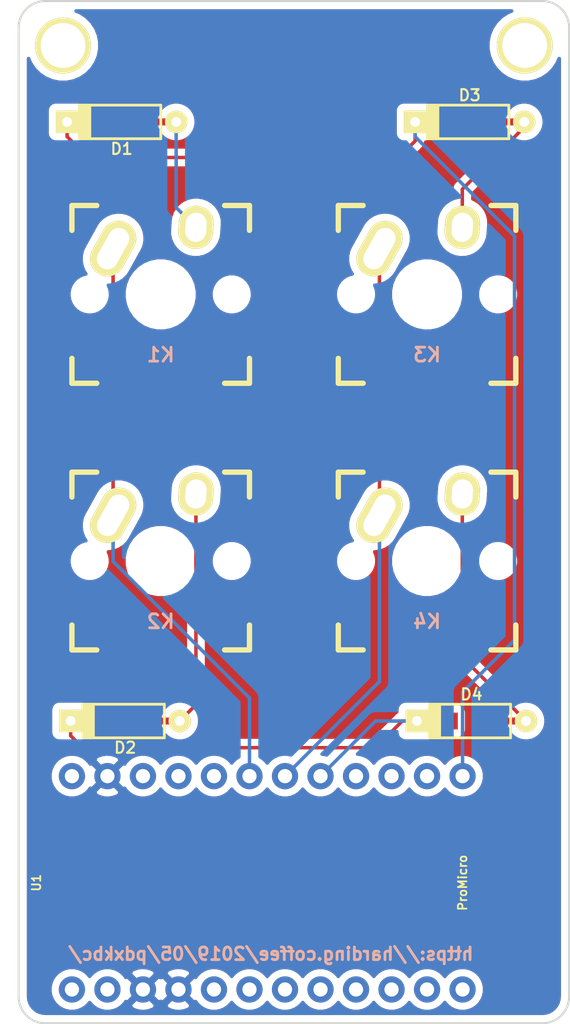
<source format=kicad_pcb>
(kicad_pcb (version 20171130) (host pcbnew 5.1.2-1.fc30)

  (general
    (thickness 1.6)
    (drawings 15)
    (tracks 34)
    (zones 0)
    (modules 13)
    (nets 27)
  )

  (page A4)
  (layers
    (0 F.Cu signal)
    (31 B.Cu signal)
    (32 B.Adhes user)
    (33 F.Adhes user)
    (34 B.Paste user)
    (35 F.Paste user)
    (36 B.SilkS user)
    (37 F.SilkS user)
    (38 B.Mask user)
    (39 F.Mask user)
    (40 Dwgs.User user)
    (41 Cmts.User user)
    (42 Eco1.User user)
    (43 Eco2.User user)
    (44 Edge.Cuts user)
    (45 Margin user)
    (46 B.CrtYd user)
    (47 F.CrtYd user)
    (48 B.Fab user)
    (49 F.Fab user)
  )

  (setup
    (last_trace_width 0.25)
    (trace_clearance 0.2)
    (zone_clearance 0.508)
    (zone_45_only no)
    (trace_min 0.2)
    (via_size 0.8)
    (via_drill 0.4)
    (via_min_size 0.4)
    (via_min_drill 0.3)
    (uvia_size 0.3)
    (uvia_drill 0.1)
    (uvias_allowed no)
    (uvia_min_size 0.2)
    (uvia_min_drill 0.1)
    (edge_width 0.15)
    (segment_width 0.2)
    (pcb_text_width 0.3)
    (pcb_text_size 1.5 1.5)
    (mod_edge_width 0.15)
    (mod_text_size 1 1)
    (mod_text_width 0.15)
    (pad_size 1.524 1.524)
    (pad_drill 0.762)
    (pad_to_mask_clearance 0.051)
    (solder_mask_min_width 0.25)
    (aux_axis_origin 0 0)
    (visible_elements FFFFFF7F)
    (pcbplotparams
      (layerselection 0x010fc_ffffffff)
      (usegerberextensions true)
      (usegerberattributes false)
      (usegerberadvancedattributes false)
      (creategerberjobfile false)
      (excludeedgelayer true)
      (linewidth 0.100000)
      (plotframeref false)
      (viasonmask false)
      (mode 1)
      (useauxorigin false)
      (hpglpennumber 1)
      (hpglpenspeed 20)
      (hpglpendiameter 15.000000)
      (psnegative false)
      (psa4output false)
      (plotreference true)
      (plotvalue true)
      (plotinvisibletext false)
      (padsonsilk false)
      (subtractmaskfromsilk false)
      (outputformat 1)
      (mirror false)
      (drillshape 0)
      (scaleselection 1)
      (outputdirectory "out/"))
  )

  (net 0 "")
  (net 1 "Net-(D1-Pad2)")
  (net 2 /row0)
  (net 3 "Net-(D2-Pad2)")
  (net 4 /row1)
  (net 5 "Net-(D3-Pad2)")
  (net 6 "Net-(D4-Pad2)")
  (net 7 /col0)
  (net 8 /col1)
  (net 9 "Net-(U1-Pad1)")
  (net 10 "Net-(U1-Pad2)")
  (net 11 "Net-(U1-Pad5)")
  (net 12 "Net-(U1-Pad6)")
  (net 13 "Net-(U1-Pad7)")
  (net 14 "Net-(U1-Pad8)")
  (net 15 "Net-(U1-Pad24)")
  (net 16 "Net-(U1-Pad22)")
  (net 17 "Net-(U1-Pad21)")
  (net 18 "Net-(U1-Pad20)")
  (net 19 "Net-(U1-Pad16)")
  (net 20 "Net-(U1-Pad15)")
  (net 21 GND)
  (net 22 "Net-(U1-Pad14)")
  (net 23 "Net-(U1-Pad12)")
  (net 24 "Net-(U1-Pad11)")
  (net 25 "Net-(U1-Pad10)")
  (net 26 "Net-(U1-Pad9)")

  (net_class Default "This is the default net class."
    (clearance 0.2)
    (trace_width 0.25)
    (via_dia 0.8)
    (via_drill 0.4)
    (uvia_dia 0.3)
    (uvia_drill 0.1)
    (add_net /col0)
    (add_net /col1)
    (add_net /row0)
    (add_net /row1)
    (add_net GND)
    (add_net "Net-(D1-Pad2)")
    (add_net "Net-(D2-Pad2)")
    (add_net "Net-(D3-Pad2)")
    (add_net "Net-(D4-Pad2)")
    (add_net "Net-(U1-Pad1)")
    (add_net "Net-(U1-Pad10)")
    (add_net "Net-(U1-Pad11)")
    (add_net "Net-(U1-Pad12)")
    (add_net "Net-(U1-Pad14)")
    (add_net "Net-(U1-Pad15)")
    (add_net "Net-(U1-Pad16)")
    (add_net "Net-(U1-Pad2)")
    (add_net "Net-(U1-Pad20)")
    (add_net "Net-(U1-Pad21)")
    (add_net "Net-(U1-Pad22)")
    (add_net "Net-(U1-Pad24)")
    (add_net "Net-(U1-Pad5)")
    (add_net "Net-(U1-Pad6)")
    (add_net "Net-(U1-Pad7)")
    (add_net "Net-(U1-Pad8)")
    (add_net "Net-(U1-Pad9)")
  )

  (module keyboard_parts:D_SOD123_axial (layer F.Cu) (tedit 561B6A12) (tstamp 5CF543BC)
    (at 142.875 71.755)
    (path /5CD4F1B8)
    (attr smd)
    (fp_text reference D4 (at 0 -1.905) (layer F.SilkS)
      (effects (font (size 0.8 0.8) (thickness 0.15)))
    )
    (fp_text value D (at 0 -1.925) (layer F.SilkS) hide
      (effects (font (size 0.8 0.8) (thickness 0.15)))
    )
    (fp_line (start -2.275 -1.2) (end -2.275 1.2) (layer F.SilkS) (width 0.2))
    (fp_line (start -2.45 -1.2) (end -2.45 1.2) (layer F.SilkS) (width 0.2))
    (fp_line (start -2.625 -1.2) (end -2.625 1.2) (layer F.SilkS) (width 0.2))
    (fp_line (start -3.025 1.2) (end -3.025 -1.2) (layer F.SilkS) (width 0.2))
    (fp_line (start -2.8 -1.2) (end -2.8 1.2) (layer F.SilkS) (width 0.2))
    (fp_line (start -2.925 -1.2) (end -2.925 1.2) (layer F.SilkS) (width 0.2))
    (fp_line (start -3 -1.2) (end 2.8 -1.2) (layer F.SilkS) (width 0.2))
    (fp_line (start 2.8 -1.2) (end 2.8 1.2) (layer F.SilkS) (width 0.2))
    (fp_line (start 2.8 1.2) (end -3 1.2) (layer F.SilkS) (width 0.2))
    (pad 2 smd rect (at 1.575 0) (size 1.2 1.2) (layers F.Cu F.Paste F.Mask)
      (net 6 "Net-(D4-Pad2)"))
    (pad 1 smd rect (at -1.575 0) (size 1.2 1.2) (layers F.Cu F.Paste F.Mask)
      (net 4 /row1))
    (pad 1 thru_hole rect (at -3.9 0) (size 1.6 1.6) (drill 0.7) (layers *.Cu *.Mask F.SilkS)
      (net 4 /row1))
    (pad 2 thru_hole circle (at 3.9 0) (size 1.6 1.6) (drill 0.7) (layers *.Cu *.Mask F.SilkS)
      (net 6 "Net-(D4-Pad2)"))
    (pad 1 smd rect (at -2.7 0) (size 2.5 0.5) (layers F.Cu)
      (net 4 /row1) (solder_mask_margin -999))
    (pad 2 smd rect (at 2.7 0) (size 2.5 0.5) (layers F.Cu)
      (net 6 "Net-(D4-Pad2)") (solder_mask_margin -999))
  )

  (module keebs:Mx_Alps_100 (layer F.Cu) (tedit 58057B75) (tstamp 5CF54406)
    (at 120.65 60.325)
    (descr MXALPS)
    (tags MXALPS)
    (path /5CD4EF89)
    (fp_text reference K2 (at 0 4.318) (layer B.SilkS)
      (effects (font (size 1 1) (thickness 0.2)) (justify mirror))
    )
    (fp_text value KEYSW (at 5.334 10.922) (layer B.SilkS) hide
      (effects (font (size 1.524 1.524) (thickness 0.3048)) (justify mirror))
    )
    (fp_line (start -6.35 -6.35) (end 6.35 -6.35) (layer Cmts.User) (width 0.1524))
    (fp_line (start 6.35 -6.35) (end 6.35 6.35) (layer Cmts.User) (width 0.1524))
    (fp_line (start 6.35 6.35) (end -6.35 6.35) (layer Cmts.User) (width 0.1524))
    (fp_line (start -6.35 6.35) (end -6.35 -6.35) (layer Cmts.User) (width 0.1524))
    (fp_line (start -9.398 -9.398) (end 9.398 -9.398) (layer Dwgs.User) (width 0.1524))
    (fp_line (start 9.398 -9.398) (end 9.398 9.398) (layer Dwgs.User) (width 0.1524))
    (fp_line (start 9.398 9.398) (end -9.398 9.398) (layer Dwgs.User) (width 0.1524))
    (fp_line (start -9.398 9.398) (end -9.398 -9.398) (layer Dwgs.User) (width 0.1524))
    (fp_line (start -6.35 -6.35) (end -4.572 -6.35) (layer F.SilkS) (width 0.381))
    (fp_line (start 4.572 -6.35) (end 6.35 -6.35) (layer F.SilkS) (width 0.381))
    (fp_line (start 6.35 -6.35) (end 6.35 -4.572) (layer F.SilkS) (width 0.381))
    (fp_line (start 6.35 4.572) (end 6.35 6.35) (layer F.SilkS) (width 0.381))
    (fp_line (start 6.35 6.35) (end 4.572 6.35) (layer F.SilkS) (width 0.381))
    (fp_line (start -4.572 6.35) (end -6.35 6.35) (layer F.SilkS) (width 0.381))
    (fp_line (start -6.35 6.35) (end -6.35 4.572) (layer F.SilkS) (width 0.381))
    (fp_line (start -6.35 -4.572) (end -6.35 -6.35) (layer F.SilkS) (width 0.381))
    (fp_line (start -6.985 -6.985) (end 6.985 -6.985) (layer Eco2.User) (width 0.1524))
    (fp_line (start 6.985 -6.985) (end 6.985 6.985) (layer Eco2.User) (width 0.1524))
    (fp_line (start 6.985 6.985) (end -6.985 6.985) (layer Eco2.User) (width 0.1524))
    (fp_line (start -6.985 6.985) (end -6.985 -6.985) (layer Eco2.User) (width 0.1524))
    (fp_line (start -7.75 6.4) (end -7.75 -6.4) (layer Dwgs.User) (width 0.3))
    (fp_line (start -7.75 6.4) (end 7.75 6.4) (layer Dwgs.User) (width 0.3))
    (fp_line (start 7.75 6.4) (end 7.75 -6.4) (layer Dwgs.User) (width 0.3))
    (fp_line (start 7.75 -6.4) (end -7.75 -6.4) (layer Dwgs.User) (width 0.3))
    (fp_line (start -7.62 -7.62) (end 7.62 -7.62) (layer Dwgs.User) (width 0.3))
    (fp_line (start 7.62 -7.62) (end 7.62 7.62) (layer Dwgs.User) (width 0.3))
    (fp_line (start 7.62 7.62) (end -7.62 7.62) (layer Dwgs.User) (width 0.3))
    (fp_line (start -7.62 7.62) (end -7.62 -7.62) (layer Dwgs.User) (width 0.3))
    (pad HOLE np_thru_hole circle (at 0 0) (size 3.9878 3.9878) (drill 3.9878) (layers *.Cu))
    (pad HOLE np_thru_hole circle (at -5.08 0) (size 1.7018 1.7018) (drill 1.7018) (layers *.Cu))
    (pad HOLE np_thru_hole circle (at 5.08 0) (size 1.7018 1.7018) (drill 1.7018) (layers *.Cu))
    (pad 1 thru_hole oval (at -3.405 -3.27 330.95) (size 2.5 4.17) (drill oval 1.5 3.17) (layers *.Cu *.Mask F.SilkS)
      (net 7 /col0))
    (pad 2 thru_hole oval (at 2.52 -4.79 356.1) (size 2.5 3.08) (drill oval 1.5 2.08) (layers *.Cu *.Mask F.SilkS)
      (net 3 "Net-(D2-Pad2)"))
  )

  (module keyboard_parts:D_SOD123_axial (layer F.Cu) (tedit 561B6A12) (tstamp 5CF54383)
    (at 117.856 28.956)
    (path /5CD4F0CC)
    (attr smd)
    (fp_text reference D1 (at 0 1.925) (layer F.SilkS)
      (effects (font (size 0.8 0.8) (thickness 0.15)))
    )
    (fp_text value D (at 0 -1.925) (layer F.SilkS) hide
      (effects (font (size 0.8 0.8) (thickness 0.15)))
    )
    (fp_line (start -2.275 -1.2) (end -2.275 1.2) (layer F.SilkS) (width 0.2))
    (fp_line (start -2.45 -1.2) (end -2.45 1.2) (layer F.SilkS) (width 0.2))
    (fp_line (start -2.625 -1.2) (end -2.625 1.2) (layer F.SilkS) (width 0.2))
    (fp_line (start -3.025 1.2) (end -3.025 -1.2) (layer F.SilkS) (width 0.2))
    (fp_line (start -2.8 -1.2) (end -2.8 1.2) (layer F.SilkS) (width 0.2))
    (fp_line (start -2.925 -1.2) (end -2.925 1.2) (layer F.SilkS) (width 0.2))
    (fp_line (start -3 -1.2) (end 2.8 -1.2) (layer F.SilkS) (width 0.2))
    (fp_line (start 2.8 -1.2) (end 2.8 1.2) (layer F.SilkS) (width 0.2))
    (fp_line (start 2.8 1.2) (end -3 1.2) (layer F.SilkS) (width 0.2))
    (pad 2 smd rect (at 1.575 0) (size 1.2 1.2) (layers F.Cu F.Paste F.Mask)
      (net 1 "Net-(D1-Pad2)"))
    (pad 1 smd rect (at -1.575 0) (size 1.2 1.2) (layers F.Cu F.Paste F.Mask)
      (net 2 /row0))
    (pad 1 thru_hole rect (at -3.9 0) (size 1.6 1.6) (drill 0.7) (layers *.Cu *.Mask F.SilkS)
      (net 2 /row0))
    (pad 2 thru_hole circle (at 3.9 0) (size 1.6 1.6) (drill 0.7) (layers *.Cu *.Mask F.SilkS)
      (net 1 "Net-(D1-Pad2)"))
    (pad 1 smd rect (at -2.7 0) (size 2.5 0.5) (layers F.Cu)
      (net 2 /row0) (solder_mask_margin -999))
    (pad 2 smd rect (at 2.7 0) (size 2.5 0.5) (layers F.Cu)
      (net 1 "Net-(D1-Pad2)") (solder_mask_margin -999))
  )

  (module keyboard_parts:D_SOD123_axial (layer F.Cu) (tedit 561B6A12) (tstamp 5CF54396)
    (at 118.11 71.755)
    (path /5CD4F130)
    (attr smd)
    (fp_text reference D2 (at 0 1.905) (layer F.SilkS)
      (effects (font (size 0.8 0.8) (thickness 0.15)))
    )
    (fp_text value D (at 0 -1.925) (layer F.SilkS) hide
      (effects (font (size 0.8 0.8) (thickness 0.15)))
    )
    (fp_line (start 2.8 1.2) (end -3 1.2) (layer F.SilkS) (width 0.2))
    (fp_line (start 2.8 -1.2) (end 2.8 1.2) (layer F.SilkS) (width 0.2))
    (fp_line (start -3 -1.2) (end 2.8 -1.2) (layer F.SilkS) (width 0.2))
    (fp_line (start -2.925 -1.2) (end -2.925 1.2) (layer F.SilkS) (width 0.2))
    (fp_line (start -2.8 -1.2) (end -2.8 1.2) (layer F.SilkS) (width 0.2))
    (fp_line (start -3.025 1.2) (end -3.025 -1.2) (layer F.SilkS) (width 0.2))
    (fp_line (start -2.625 -1.2) (end -2.625 1.2) (layer F.SilkS) (width 0.2))
    (fp_line (start -2.45 -1.2) (end -2.45 1.2) (layer F.SilkS) (width 0.2))
    (fp_line (start -2.275 -1.2) (end -2.275 1.2) (layer F.SilkS) (width 0.2))
    (pad 2 smd rect (at 2.7 0) (size 2.5 0.5) (layers F.Cu)
      (net 3 "Net-(D2-Pad2)") (solder_mask_margin -999))
    (pad 1 smd rect (at -2.7 0) (size 2.5 0.5) (layers F.Cu)
      (net 4 /row1) (solder_mask_margin -999))
    (pad 2 thru_hole circle (at 3.9 0) (size 1.6 1.6) (drill 0.7) (layers *.Cu *.Mask F.SilkS)
      (net 3 "Net-(D2-Pad2)"))
    (pad 1 thru_hole rect (at -3.9 0) (size 1.6 1.6) (drill 0.7) (layers *.Cu *.Mask F.SilkS)
      (net 4 /row1))
    (pad 1 smd rect (at -1.575 0) (size 1.2 1.2) (layers F.Cu F.Paste F.Mask)
      (net 4 /row1))
    (pad 2 smd rect (at 1.575 0) (size 1.2 1.2) (layers F.Cu F.Paste F.Mask)
      (net 3 "Net-(D2-Pad2)"))
  )

  (module keyboard_parts:D_SOD123_axial (layer F.Cu) (tedit 561B6A12) (tstamp 5CF54E9F)
    (at 142.748 28.956)
    (path /5CD4F221)
    (attr smd)
    (fp_text reference D3 (at 0 -1.905) (layer F.SilkS)
      (effects (font (size 0.8 0.8) (thickness 0.15)))
    )
    (fp_text value D (at 0 -1.925) (layer F.SilkS) hide
      (effects (font (size 0.8 0.8) (thickness 0.15)))
    )
    (fp_line (start 2.8 1.2) (end -3 1.2) (layer F.SilkS) (width 0.2))
    (fp_line (start 2.8 -1.2) (end 2.8 1.2) (layer F.SilkS) (width 0.2))
    (fp_line (start -3 -1.2) (end 2.8 -1.2) (layer F.SilkS) (width 0.2))
    (fp_line (start -2.925 -1.2) (end -2.925 1.2) (layer F.SilkS) (width 0.2))
    (fp_line (start -2.8 -1.2) (end -2.8 1.2) (layer F.SilkS) (width 0.2))
    (fp_line (start -3.025 1.2) (end -3.025 -1.2) (layer F.SilkS) (width 0.2))
    (fp_line (start -2.625 -1.2) (end -2.625 1.2) (layer F.SilkS) (width 0.2))
    (fp_line (start -2.45 -1.2) (end -2.45 1.2) (layer F.SilkS) (width 0.2))
    (fp_line (start -2.275 -1.2) (end -2.275 1.2) (layer F.SilkS) (width 0.2))
    (pad 2 smd rect (at 2.7 0) (size 2.5 0.5) (layers F.Cu)
      (net 5 "Net-(D3-Pad2)") (solder_mask_margin -999))
    (pad 1 smd rect (at -2.7 0) (size 2.5 0.5) (layers F.Cu)
      (net 2 /row0) (solder_mask_margin -999))
    (pad 2 thru_hole circle (at 3.9 0) (size 1.6 1.6) (drill 0.7) (layers *.Cu *.Mask F.SilkS)
      (net 5 "Net-(D3-Pad2)"))
    (pad 1 thru_hole rect (at -3.9 0) (size 1.6 1.6) (drill 0.7) (layers *.Cu *.Mask F.SilkS)
      (net 2 /row0))
    (pad 1 smd rect (at -1.575 0) (size 1.2 1.2) (layers F.Cu F.Paste F.Mask)
      (net 2 /row0))
    (pad 2 smd rect (at 1.575 0) (size 1.2 1.2) (layers F.Cu F.Paste F.Mask)
      (net 5 "Net-(D3-Pad2)"))
  )

  (module keebs:Mx_Alps_100 (layer F.Cu) (tedit 58057B75) (tstamp 5CF543E1)
    (at 120.65 41.275)
    (descr MXALPS)
    (tags MXALPS)
    (path /5CD4EF09)
    (fp_text reference K1 (at 0 4.318) (layer B.SilkS)
      (effects (font (size 1 1) (thickness 0.2)) (justify mirror))
    )
    (fp_text value KEYSW (at 5.334 10.922) (layer B.SilkS) hide
      (effects (font (size 1.524 1.524) (thickness 0.3048)) (justify mirror))
    )
    (fp_line (start -6.35 -6.35) (end 6.35 -6.35) (layer Cmts.User) (width 0.1524))
    (fp_line (start 6.35 -6.35) (end 6.35 6.35) (layer Cmts.User) (width 0.1524))
    (fp_line (start 6.35 6.35) (end -6.35 6.35) (layer Cmts.User) (width 0.1524))
    (fp_line (start -6.35 6.35) (end -6.35 -6.35) (layer Cmts.User) (width 0.1524))
    (fp_line (start -9.398 -9.398) (end 9.398 -9.398) (layer Dwgs.User) (width 0.1524))
    (fp_line (start 9.398 -9.398) (end 9.398 9.398) (layer Dwgs.User) (width 0.1524))
    (fp_line (start 9.398 9.398) (end -9.398 9.398) (layer Dwgs.User) (width 0.1524))
    (fp_line (start -9.398 9.398) (end -9.398 -9.398) (layer Dwgs.User) (width 0.1524))
    (fp_line (start -6.35 -6.35) (end -4.572 -6.35) (layer F.SilkS) (width 0.381))
    (fp_line (start 4.572 -6.35) (end 6.35 -6.35) (layer F.SilkS) (width 0.381))
    (fp_line (start 6.35 -6.35) (end 6.35 -4.572) (layer F.SilkS) (width 0.381))
    (fp_line (start 6.35 4.572) (end 6.35 6.35) (layer F.SilkS) (width 0.381))
    (fp_line (start 6.35 6.35) (end 4.572 6.35) (layer F.SilkS) (width 0.381))
    (fp_line (start -4.572 6.35) (end -6.35 6.35) (layer F.SilkS) (width 0.381))
    (fp_line (start -6.35 6.35) (end -6.35 4.572) (layer F.SilkS) (width 0.381))
    (fp_line (start -6.35 -4.572) (end -6.35 -6.35) (layer F.SilkS) (width 0.381))
    (fp_line (start -6.985 -6.985) (end 6.985 -6.985) (layer Eco2.User) (width 0.1524))
    (fp_line (start 6.985 -6.985) (end 6.985 6.985) (layer Eco2.User) (width 0.1524))
    (fp_line (start 6.985 6.985) (end -6.985 6.985) (layer Eco2.User) (width 0.1524))
    (fp_line (start -6.985 6.985) (end -6.985 -6.985) (layer Eco2.User) (width 0.1524))
    (fp_line (start -7.75 6.4) (end -7.75 -6.4) (layer Dwgs.User) (width 0.3))
    (fp_line (start -7.75 6.4) (end 7.75 6.4) (layer Dwgs.User) (width 0.3))
    (fp_line (start 7.75 6.4) (end 7.75 -6.4) (layer Dwgs.User) (width 0.3))
    (fp_line (start 7.75 -6.4) (end -7.75 -6.4) (layer Dwgs.User) (width 0.3))
    (fp_line (start -7.62 -7.62) (end 7.62 -7.62) (layer Dwgs.User) (width 0.3))
    (fp_line (start 7.62 -7.62) (end 7.62 7.62) (layer Dwgs.User) (width 0.3))
    (fp_line (start 7.62 7.62) (end -7.62 7.62) (layer Dwgs.User) (width 0.3))
    (fp_line (start -7.62 7.62) (end -7.62 -7.62) (layer Dwgs.User) (width 0.3))
    (pad HOLE np_thru_hole circle (at 0 0) (size 3.9878 3.9878) (drill 3.9878) (layers *.Cu))
    (pad HOLE np_thru_hole circle (at -5.08 0) (size 1.7018 1.7018) (drill 1.7018) (layers *.Cu))
    (pad HOLE np_thru_hole circle (at 5.08 0) (size 1.7018 1.7018) (drill 1.7018) (layers *.Cu))
    (pad 1 thru_hole oval (at -3.405 -3.27 330.95) (size 2.5 4.17) (drill oval 1.5 3.17) (layers *.Cu *.Mask F.SilkS)
      (net 7 /col0))
    (pad 2 thru_hole oval (at 2.52 -4.79 356.1) (size 2.5 3.08) (drill oval 1.5 2.08) (layers *.Cu *.Mask F.SilkS)
      (net 1 "Net-(D1-Pad2)"))
  )

  (module keebs:Mx_Alps_100 (layer F.Cu) (tedit 58057B75) (tstamp 5CF5442B)
    (at 139.7 41.275)
    (descr MXALPS)
    (tags MXALPS)
    (path /5CD4EF59)
    (fp_text reference K3 (at 0 4.318) (layer B.SilkS)
      (effects (font (size 1 1) (thickness 0.2)) (justify mirror))
    )
    (fp_text value KEYSW (at 5.334 10.922) (layer B.SilkS) hide
      (effects (font (size 1.524 1.524) (thickness 0.3048)) (justify mirror))
    )
    (fp_line (start -7.62 7.62) (end -7.62 -7.62) (layer Dwgs.User) (width 0.3))
    (fp_line (start 7.62 7.62) (end -7.62 7.62) (layer Dwgs.User) (width 0.3))
    (fp_line (start 7.62 -7.62) (end 7.62 7.62) (layer Dwgs.User) (width 0.3))
    (fp_line (start -7.62 -7.62) (end 7.62 -7.62) (layer Dwgs.User) (width 0.3))
    (fp_line (start 7.75 -6.4) (end -7.75 -6.4) (layer Dwgs.User) (width 0.3))
    (fp_line (start 7.75 6.4) (end 7.75 -6.4) (layer Dwgs.User) (width 0.3))
    (fp_line (start -7.75 6.4) (end 7.75 6.4) (layer Dwgs.User) (width 0.3))
    (fp_line (start -7.75 6.4) (end -7.75 -6.4) (layer Dwgs.User) (width 0.3))
    (fp_line (start -6.985 6.985) (end -6.985 -6.985) (layer Eco2.User) (width 0.1524))
    (fp_line (start 6.985 6.985) (end -6.985 6.985) (layer Eco2.User) (width 0.1524))
    (fp_line (start 6.985 -6.985) (end 6.985 6.985) (layer Eco2.User) (width 0.1524))
    (fp_line (start -6.985 -6.985) (end 6.985 -6.985) (layer Eco2.User) (width 0.1524))
    (fp_line (start -6.35 -4.572) (end -6.35 -6.35) (layer F.SilkS) (width 0.381))
    (fp_line (start -6.35 6.35) (end -6.35 4.572) (layer F.SilkS) (width 0.381))
    (fp_line (start -4.572 6.35) (end -6.35 6.35) (layer F.SilkS) (width 0.381))
    (fp_line (start 6.35 6.35) (end 4.572 6.35) (layer F.SilkS) (width 0.381))
    (fp_line (start 6.35 4.572) (end 6.35 6.35) (layer F.SilkS) (width 0.381))
    (fp_line (start 6.35 -6.35) (end 6.35 -4.572) (layer F.SilkS) (width 0.381))
    (fp_line (start 4.572 -6.35) (end 6.35 -6.35) (layer F.SilkS) (width 0.381))
    (fp_line (start -6.35 -6.35) (end -4.572 -6.35) (layer F.SilkS) (width 0.381))
    (fp_line (start -9.398 9.398) (end -9.398 -9.398) (layer Dwgs.User) (width 0.1524))
    (fp_line (start 9.398 9.398) (end -9.398 9.398) (layer Dwgs.User) (width 0.1524))
    (fp_line (start 9.398 -9.398) (end 9.398 9.398) (layer Dwgs.User) (width 0.1524))
    (fp_line (start -9.398 -9.398) (end 9.398 -9.398) (layer Dwgs.User) (width 0.1524))
    (fp_line (start -6.35 6.35) (end -6.35 -6.35) (layer Cmts.User) (width 0.1524))
    (fp_line (start 6.35 6.35) (end -6.35 6.35) (layer Cmts.User) (width 0.1524))
    (fp_line (start 6.35 -6.35) (end 6.35 6.35) (layer Cmts.User) (width 0.1524))
    (fp_line (start -6.35 -6.35) (end 6.35 -6.35) (layer Cmts.User) (width 0.1524))
    (pad 2 thru_hole oval (at 2.52 -4.79 356.1) (size 2.5 3.08) (drill oval 1.5 2.08) (layers *.Cu *.Mask F.SilkS)
      (net 5 "Net-(D3-Pad2)"))
    (pad 1 thru_hole oval (at -3.405 -3.27 330.95) (size 2.5 4.17) (drill oval 1.5 3.17) (layers *.Cu *.Mask F.SilkS)
      (net 8 /col1))
    (pad HOLE np_thru_hole circle (at 5.08 0) (size 1.7018 1.7018) (drill 1.7018) (layers *.Cu))
    (pad HOLE np_thru_hole circle (at -5.08 0) (size 1.7018 1.7018) (drill 1.7018) (layers *.Cu))
    (pad HOLE np_thru_hole circle (at 0 0) (size 3.9878 3.9878) (drill 3.9878) (layers *.Cu))
  )

  (module keebs:Mx_Alps_100 (layer F.Cu) (tedit 58057B75) (tstamp 5CF54450)
    (at 139.7 60.325)
    (descr MXALPS)
    (tags MXALPS)
    (path /5CD4EFCA)
    (fp_text reference K4 (at 0 4.318) (layer B.SilkS)
      (effects (font (size 1 1) (thickness 0.2)) (justify mirror))
    )
    (fp_text value KEYSW (at 5.334 10.922) (layer B.SilkS) hide
      (effects (font (size 1.524 1.524) (thickness 0.3048)) (justify mirror))
    )
    (fp_line (start -7.62 7.62) (end -7.62 -7.62) (layer Dwgs.User) (width 0.3))
    (fp_line (start 7.62 7.62) (end -7.62 7.62) (layer Dwgs.User) (width 0.3))
    (fp_line (start 7.62 -7.62) (end 7.62 7.62) (layer Dwgs.User) (width 0.3))
    (fp_line (start -7.62 -7.62) (end 7.62 -7.62) (layer Dwgs.User) (width 0.3))
    (fp_line (start 7.75 -6.4) (end -7.75 -6.4) (layer Dwgs.User) (width 0.3))
    (fp_line (start 7.75 6.4) (end 7.75 -6.4) (layer Dwgs.User) (width 0.3))
    (fp_line (start -7.75 6.4) (end 7.75 6.4) (layer Dwgs.User) (width 0.3))
    (fp_line (start -7.75 6.4) (end -7.75 -6.4) (layer Dwgs.User) (width 0.3))
    (fp_line (start -6.985 6.985) (end -6.985 -6.985) (layer Eco2.User) (width 0.1524))
    (fp_line (start 6.985 6.985) (end -6.985 6.985) (layer Eco2.User) (width 0.1524))
    (fp_line (start 6.985 -6.985) (end 6.985 6.985) (layer Eco2.User) (width 0.1524))
    (fp_line (start -6.985 -6.985) (end 6.985 -6.985) (layer Eco2.User) (width 0.1524))
    (fp_line (start -6.35 -4.572) (end -6.35 -6.35) (layer F.SilkS) (width 0.381))
    (fp_line (start -6.35 6.35) (end -6.35 4.572) (layer F.SilkS) (width 0.381))
    (fp_line (start -4.572 6.35) (end -6.35 6.35) (layer F.SilkS) (width 0.381))
    (fp_line (start 6.35 6.35) (end 4.572 6.35) (layer F.SilkS) (width 0.381))
    (fp_line (start 6.35 4.572) (end 6.35 6.35) (layer F.SilkS) (width 0.381))
    (fp_line (start 6.35 -6.35) (end 6.35 -4.572) (layer F.SilkS) (width 0.381))
    (fp_line (start 4.572 -6.35) (end 6.35 -6.35) (layer F.SilkS) (width 0.381))
    (fp_line (start -6.35 -6.35) (end -4.572 -6.35) (layer F.SilkS) (width 0.381))
    (fp_line (start -9.398 9.398) (end -9.398 -9.398) (layer Dwgs.User) (width 0.1524))
    (fp_line (start 9.398 9.398) (end -9.398 9.398) (layer Dwgs.User) (width 0.1524))
    (fp_line (start 9.398 -9.398) (end 9.398 9.398) (layer Dwgs.User) (width 0.1524))
    (fp_line (start -9.398 -9.398) (end 9.398 -9.398) (layer Dwgs.User) (width 0.1524))
    (fp_line (start -6.35 6.35) (end -6.35 -6.35) (layer Cmts.User) (width 0.1524))
    (fp_line (start 6.35 6.35) (end -6.35 6.35) (layer Cmts.User) (width 0.1524))
    (fp_line (start 6.35 -6.35) (end 6.35 6.35) (layer Cmts.User) (width 0.1524))
    (fp_line (start -6.35 -6.35) (end 6.35 -6.35) (layer Cmts.User) (width 0.1524))
    (pad 2 thru_hole oval (at 2.52 -4.79 356.1) (size 2.5 3.08) (drill oval 1.5 2.08) (layers *.Cu *.Mask F.SilkS)
      (net 6 "Net-(D4-Pad2)"))
    (pad 1 thru_hole oval (at -3.405 -3.27 330.95) (size 2.5 4.17) (drill oval 1.5 3.17) (layers *.Cu *.Mask F.SilkS)
      (net 8 /col1))
    (pad HOLE np_thru_hole circle (at 5.08 0) (size 1.7018 1.7018) (drill 1.7018) (layers *.Cu))
    (pad HOLE np_thru_hole circle (at -5.08 0) (size 1.7018 1.7018) (drill 1.7018) (layers *.Cu))
    (pad HOLE np_thru_hole circle (at 0 0) (size 3.9878 3.9878) (drill 3.9878) (layers *.Cu))
  )

  (module keyboard_parts:HOLE_M3 (layer F.Cu) (tedit 0) (tstamp 5CF573EA)
    (at 113.665 23.495)
    (fp_text reference HOLE_M3 (at 0 -4.5) (layer F.SilkS) hide
      (effects (font (size 1.524 1.524) (thickness 0.3048)))
    )
    (fp_text value VAL** (at 0.05 -7.25) (layer F.SilkS) hide
      (effects (font (size 1.524 1.524) (thickness 0.3048)))
    )
    (pad 1 thru_hole circle (at 0 0) (size 4 4) (drill 3.2) (layers *.Cu *.Mask F.SilkS))
  )

  (module keyboard_parts:HOLE_M3 (layer F.Cu) (tedit 0) (tstamp 5CF57405)
    (at 146.685 23.495)
    (fp_text reference HOLE_M3 (at 0 -4.5) (layer F.SilkS) hide
      (effects (font (size 1.524 1.524) (thickness 0.3048)))
    )
    (fp_text value VAL** (at 0.05 -7.25) (layer F.SilkS) hide
      (effects (font (size 1.524 1.524) (thickness 0.3048)))
    )
    (pad 1 thru_hole circle (at 0 0) (size 4 4) (drill 3.2) (layers *.Cu *.Mask F.SilkS))
  )

  (module components:pdxkbc (layer F.Cu) (tedit 0) (tstamp 5CD8B65F)
    (at 130.174959 25.32)
    (fp_text reference G*** (at 0 0) (layer F.SilkS) hide
      (effects (font (size 1.524 1.524) (thickness 0.3)))
    )
    (fp_text value LOGO (at 0.75 0) (layer F.SilkS) hide
      (effects (font (size 1.524 1.524) (thickness 0.3)))
    )
    (fp_poly (pts (xy 2.279598 -3.419391) (xy 2.281766 -2.766316) (xy 2.930926 -2.480502) (xy 3.173613 -2.587624)
      (xy 3.238035 -2.616058) (xy 3.301517 -2.644072) (xy 3.361292 -2.670447) (xy 3.414594 -2.693962)
      (xy 3.458656 -2.713396) (xy 3.490713 -2.727529) (xy 3.496733 -2.730182) (xy 3.577166 -2.765619)
      (xy 3.579335 -3.419043) (xy 3.581504 -4.072466) (xy 4.233415 -4.072466) (xy 4.231257 -3.224902)
      (xy 4.2291 -2.377337) (xy 3.909483 -2.249625) (xy 3.840285 -2.221861) (xy 3.776242 -2.195947)
      (xy 3.71901 -2.172567) (xy 3.670239 -2.152408) (xy 3.631584 -2.136153) (xy 3.604697 -2.12449)
      (xy 3.591232 -2.118102) (xy 3.589974 -2.117173) (xy 3.597596 -2.113117) (xy 3.619308 -2.103517)
      (xy 3.653457 -2.089059) (xy 3.698385 -2.070427) (xy 3.752439 -2.048305) (xy 3.813962 -2.023378)
      (xy 3.8813 -1.996329) (xy 3.909591 -1.98503) (xy 4.2291 -1.857626) (xy 4.231257 -1.01348)
      (xy 4.233415 -0.169333) (xy 3.5814 -0.169333) (xy 3.581181 -0.827616) (xy 3.580963 -1.4859)
      (xy 3.255499 -1.628693) (xy 2.930034 -1.771487) (xy 2.281766 -1.485133) (xy 2.279598 -0.827233)
      (xy 2.277429 -0.169333) (xy 1.625518 -0.169333) (xy 1.627676 -1.012601) (xy 1.629833 -1.855869)
      (xy 1.934633 -1.977631) (xy 2.003175 -2.005038) (xy 2.067425 -2.030776) (xy 2.125531 -2.054102)
      (xy 2.175642 -2.074268) (xy 2.215907 -2.090531) (xy 2.244474 -2.102145) (xy 2.259492 -2.108364)
      (xy 2.2606 -2.108848) (xy 2.264641 -2.111636) (xy 2.26453 -2.115306) (xy 2.258988 -2.120443)
      (xy 2.246738 -2.127635) (xy 2.226502 -2.137466) (xy 2.197003 -2.150523) (xy 2.156962 -2.167391)
      (xy 2.105101 -2.188657) (xy 2.040144 -2.214905) (xy 1.960812 -2.246723) (xy 1.953683 -2.249575)
      (xy 1.6256 -2.380849) (xy 1.6256 -4.072466) (xy 2.277429 -4.072466) (xy 2.279598 -3.419391)) (layer F.Mask) (width 0.01))
    (fp_poly (pts (xy 1.239243 -4.004826) (xy 1.303866 -3.937185) (xy 1.303867 -2.118677) (xy 1.303867 -0.300169)
      (xy 1.172259 -0.169333) (xy -1.303867 -0.169333) (xy -1.303867 -3.420533) (xy -0.651934 -3.420533)
      (xy -0.651934 -0.8128) (xy 0.651933 -0.8128) (xy 0.651933 -3.420533) (xy -0.651934 -3.420533)
      (xy -1.303867 -3.420533) (xy -1.303867 -4.072466) (xy 1.17462 -4.072466) (xy 1.239243 -4.004826)) (layer F.Mask) (width 0.01))
    (fp_poly (pts (xy -1.694864 -4.00685) (xy -1.625212 -3.941233) (xy -1.627523 -3.023811) (xy -1.629833 -2.106388)
      (xy -2.125133 -1.887861) (xy -2.231114 -1.8411) (xy -2.3481 -1.789482) (xy -2.472428 -1.734621)
      (xy -2.600435 -1.678136) (xy -2.728458 -1.621641) (xy -2.852833 -1.566754) (xy -2.969898 -1.515092)
      (xy -3.075989 -1.46827) (xy -3.0988 -1.458202) (xy -3.577167 -1.247071) (xy -3.579346 -0.708202)
      (xy -3.581526 -0.169333) (xy -4.233333 -0.169333) (xy -4.233333 -3.420533) (xy -3.5814 -3.420533)
      (xy -3.5814 -1.956284) (xy -3.532717 -1.977418) (xy -3.517265 -1.984172) (xy -3.487623 -1.997173)
      (xy -3.4451 -2.015847) (xy -3.391005 -2.039617) (xy -3.326645 -2.067908) (xy -3.253329 -2.100146)
      (xy -3.172366 -2.135754) (xy -3.085064 -2.174159) (xy -2.992732 -2.214783) (xy -2.896677 -2.257053)
      (xy -2.8829 -2.263116) (xy -2.281767 -2.527679) (xy -2.279575 -2.974106) (xy -2.277384 -3.420533)
      (xy -3.5814 -3.420533) (xy -4.233333 -3.420533) (xy -4.233333 -4.072466) (xy -1.764516 -4.072466)
      (xy -1.694864 -4.00685)) (layer F.Mask) (width 0.01))
    (fp_poly (pts (xy 4.233333 1.202267) (xy 3.5814 1.202267) (xy 3.5814 0.8128) (xy 2.277533 0.8128)
      (xy 2.277533 3.420533) (xy 3.5814 3.420533) (xy 3.5814 3.031067) (xy 4.233333 3.031067)
      (xy 4.233333 4.072467) (xy 1.756436 4.072467) (xy 1.6256 3.940859) (xy 1.6256 0.303317)
      (xy 1.691217 0.232366) (xy 1.756833 0.161416) (xy 2.995083 0.161141) (xy 4.233333 0.160867)
      (xy 4.233333 1.202267)) (layer F.Mask) (width 0.01))
    (fp_poly (pts (xy 1.234203 0.230894) (xy 1.303867 0.300921) (xy 1.303867 2.09602) (xy 1.1938 2.150534)
      (xy 1.154834 2.170127) (xy 1.12194 2.187229) (xy 1.097798 2.200403) (xy 1.085086 2.20821)
      (xy 1.083801 2.20954) (xy 1.091246 2.214111) (xy 1.111623 2.223537) (xy 1.142069 2.236565)
      (xy 1.17972 2.251944) (xy 1.191751 2.256734) (xy 1.299633 2.299435) (xy 1.303951 3.929843)
      (xy 1.174119 4.072467) (xy -1.303867 4.072467) (xy -1.303867 2.798233) (xy -0.651934 2.798233)
      (xy -0.651934 3.420533) (xy 0.652123 3.420533) (xy 0.649911 3.075517) (xy 0.6477 2.7305)
      (xy 0.004233 2.453717) (xy -0.094478 2.411284) (xy -0.18872 2.370822) (xy -0.277333 2.332828)
      (xy -0.359159 2.297796) (xy -0.433037 2.266221) (xy -0.497809 2.238596) (xy -0.552314 2.215418)
      (xy -0.595394 2.197181) (xy -0.62589 2.184379) (xy -0.64264 2.177507) (xy -0.645584 2.176434)
      (xy -0.646614 2.184597) (xy -0.647592 2.208374) (xy -0.648505 2.246442) (xy -0.649339 2.297481)
      (xy -0.650081 2.36017) (xy -0.650717 2.433189) (xy -0.651234 2.515217) (xy -0.651618 2.604932)
      (xy -0.651856 2.701015) (xy -0.651934 2.798233) (xy -1.303867 2.798233) (xy -1.303867 0.8128)
      (xy -0.652132 0.8128) (xy -0.6477 1.465646) (xy -0.004233 1.744229) (xy 0.094427 1.786916)
      (xy 0.188624 1.827616) (xy 0.2772 1.865833) (xy 0.358996 1.90107) (xy 0.432856 1.93283)
      (xy 0.497622 1.960616) (xy 0.552136 1.983932) (xy 0.59524 2.00228) (xy 0.625778 2.015164)
      (xy 0.642591 2.022086) (xy 0.645583 2.023173) (xy 0.646627 2.01499) (xy 0.647618 1.991214)
      (xy 0.648541 1.953183) (xy 0.649383 1.902237) (xy 0.650129 1.839715) (xy 0.650765 1.766958)
      (xy 0.651277 1.685304) (xy 0.651652 1.596093) (xy 0.651874 1.500665) (xy 0.651933 1.418167)
      (xy 0.651933 0.8128) (xy -0.652132 0.8128) (xy -1.303867 0.8128) (xy -1.303867 0.160867)
      (xy 1.16454 0.160867) (xy 1.234203 0.230894)) (layer F.Mask) (width 0.01))
    (fp_poly (pts (xy -1.632278 -1.76863) (xy -1.631273 -1.744389) (xy -1.630334 -1.704513) (xy -1.629467 -1.649652)
      (xy -1.628675 -1.580457) (xy -1.627964 -1.497577) (xy -1.627338 -1.401661) (xy -1.626801 -1.293359)
      (xy -1.626357 -1.17332) (xy -1.626011 -1.042195) (xy -1.625767 -0.900633) (xy -1.62563 -0.749282)
      (xy -1.6256 -0.633097) (xy -1.6256 0.513217) (xy -1.969863 0.665125) (xy -2.041219 0.696811)
      (xy -2.107504 0.726633) (xy -2.167167 0.753863) (xy -2.218657 0.777775) (xy -2.260423 0.797645)
      (xy -2.290915 0.812747) (xy -2.308582 0.822353) (xy -2.312486 0.8255) (xy -2.304609 0.830512)
      (xy -2.282734 0.84144) (xy -2.248445 0.857567) (xy -2.203324 0.878176) (xy -2.148954 0.902549)
      (xy -2.086918 0.929968) (xy -2.018797 0.959716) (xy -1.968223 0.981592) (xy -1.6256 1.129217)
      (xy -1.6256 4.072467) (xy -2.277478 4.072467) (xy -2.279622 2.81874) (xy -2.281767 1.565013)
      (xy -2.9287 1.28204) (xy -3.02746 1.238856) (xy -3.121695 1.19768) (xy -3.210261 1.159009)
      (xy -3.292015 1.123342) (xy -3.365814 1.091175) (xy -3.430512 1.063009) (xy -3.484967 1.039339)
      (xy -3.528035 1.020666) (xy -3.558572 1.007486) (xy -3.575435 1.000297) (xy -3.578516 0.999067)
      (xy -3.578817 1.007393) (xy -3.579108 1.031812) (xy -3.579389 1.071481) (xy -3.579659 1.125559)
      (xy -3.579915 1.193205) (xy -3.580156 1.273577) (xy -3.580381 1.365835) (xy -3.580588 1.469136)
      (xy -3.580774 1.582639) (xy -3.58094 1.705503) (xy -3.581083 1.836887) (xy -3.581201 1.975949)
      (xy -3.581293 2.121848) (xy -3.581358 2.273742) (xy -3.581393 2.43079) (xy -3.5814 2.535767)
      (xy -3.5814 4.072467) (xy -4.233333 4.072467) (xy -4.233333 0.160867) (xy -3.5814 0.160867)
      (xy -3.58138 0.22225) (xy -3.58136 0.283634) (xy -3.42263 0.353104) (xy -3.369911 0.376196)
      (xy -3.318225 0.39887) (xy -3.271164 0.419547) (xy -3.232319 0.43665) (xy -3.20528 0.448601)
      (xy -3.204634 0.448888) (xy -3.145367 0.475201) (xy -2.713567 0.284579) (xy -2.281767 0.093958)
      (xy -2.279418 -0.700204) (xy -2.277068 -1.494366) (xy -1.959081 -1.634066) (xy -1.890211 -1.664309)
      (xy -1.826097 -1.692437) (xy -1.768413 -1.717717) (xy -1.718832 -1.739418) (xy -1.679026 -1.756808)
      (xy -1.650669 -1.769154) (xy -1.635434 -1.775726) (xy -1.633347 -1.776589) (xy -1.632278 -1.76863)) (layer F.Mask) (width 0.01))
  )

  (module components:rose (layer B.Cu) (tedit 0) (tstamp 5CD8B82F)
    (at 130.293268 29.998562 8)
    (fp_text reference G*** (at 0 0 8) (layer B.SilkS) hide
      (effects (font (size 1.524 1.524) (thickness 0.3)) (justify mirror))
    )
    (fp_text value LOGO (at 0.75 0 8) (layer B.SilkS) hide
      (effects (font (size 1.524 1.524) (thickness 0.3)) (justify mirror))
    )
    (fp_poly (pts (xy -2.020702 -5.514256) (xy -1.796841 -5.403729) (xy -1.559428 -5.276036) (xy -0.91306 -5.000393)
      (xy -0.261374 -4.878494) (xy 0.337052 -4.90459) (xy 0.588048 -4.939686) (xy 0.709566 -4.940724)
      (xy 0.727789 -4.904796) (xy 0.70002 -4.864267) (xy 0.447124 -4.668885) (xy 0.096374 -4.541701)
      (xy -0.301524 -4.494948) (xy -0.668449 -4.534139) (xy -0.909145 -4.62889) (xy -1.183359 -4.791369)
      (xy -1.330993 -4.902993) (xy -1.577793 -5.105451) (xy -1.820287 -5.295659) (xy -1.930305 -5.377657)
      (xy -2.091598 -5.502361) (xy -2.120342 -5.547514) (xy -2.020702 -5.514256)) (layer B.Mask) (width 0.01))
    (fp_poly (pts (xy -0.375118 -8.172868) (xy -0.020726 -8.123994) (xy 0.195878 -8.051814) (xy 0.36709 -7.978251)
      (xy 0.511754 -7.979037) (xy 0.711453 -8.055252) (xy 0.719198 -8.058738) (xy 1.032958 -8.139258)
      (xy 1.468707 -8.161201) (xy 2.001375 -8.125784) (xy 2.605892 -8.034223) (xy 3.01625 -7.947344)
      (xy 3.565518 -7.803927) (xy 3.976896 -7.656292) (xy 4.270841 -7.48893) (xy 4.467809 -7.286332)
      (xy 4.588257 -7.032988) (xy 4.652644 -6.713389) (xy 4.653519 -6.706063) (xy 4.658893 -6.272523)
      (xy 4.561106 -5.844942) (xy 4.348861 -5.381333) (xy 4.251904 -5.213492) (xy 4.109156 -4.967069)
      (xy 4.04524 -4.82162) (xy 4.051369 -4.745739) (xy 4.111141 -4.710431) (xy 4.591957 -4.507011)
      (xy 5.046835 -4.23102) (xy 5.444757 -3.908205) (xy 5.754709 -3.564311) (xy 5.945673 -3.225086)
      (xy 5.963064 -3.173126) (xy 6.015486 -2.959488) (xy 6.000043 -2.823188) (xy 5.90569 -2.693331)
      (xy 5.884809 -2.670835) (xy 5.72431 -2.554835) (xy 5.464949 -2.423087) (xy 5.160708 -2.302749)
      (xy 5.137719 -2.294985) (xy 4.854828 -2.19259) (xy 4.601067 -2.077803) (xy 4.34262 -1.930462)
      (xy 4.04567 -1.730405) (xy 3.676403 -1.45747) (xy 3.475805 -1.304097) (xy 3.190877 -1.105494)
      (xy 2.890047 -0.927386) (xy 2.69875 -0.834676) (xy 2.418827 -0.682291) (xy 2.140786 -0.473692)
      (xy 2.056247 -0.393777) (xy 1.84362 -0.190127) (xy 1.635236 -0.015122) (xy 1.560153 0.0389)
      (xy 1.444713 0.129538) (xy 1.381278 0.240803) (xy 1.35459 0.419744) (xy 1.349375 0.688866)
      (xy 1.332439 0.976698) (xy 1.28653 1.364711) (xy 1.218992 1.798548) (xy 1.150446 2.160913)
      (xy 1.076114 2.528506) (xy 1.017793 2.834038) (xy 0.981015 3.047223) (xy 0.971312 3.137775)
      (xy 0.971852 3.138798) (xy 1.05187 3.128011) (xy 1.057425 3.126185) (xy 1.612098 3.126185)
      (xy 1.614923 3.155156) (xy 1.709485 3.190692) (xy 1.906287 3.21198) (xy 2.016482 3.214687)
      (xy 2.232161 3.203088) (xy 2.363061 3.17368) (xy 2.38125 3.155156) (xy 2.451588 3.117451)
      (xy 2.626745 3.096897) (xy 2.690257 3.095625) (xy 2.924977 3.066895) (xy 3.04054 2.987769)
      (xy 3.042081 2.984047) (xy 3.143687 2.889577) (xy 3.327864 2.819105) (xy 3.327913 2.819094)
      (xy 3.518343 2.75221) (xy 3.630933 2.66835) (xy 3.732431 2.56917) (xy 3.915454 2.436574)
      (xy 3.992768 2.387686) (xy 4.164586 2.269809) (xy 4.251206 2.18297) (xy 4.252321 2.162113)
      (xy 4.293086 2.108783) (xy 4.443033 2.016852) (xy 4.587278 1.945059) (xy 4.792124 1.834451)
      (xy 5.003258 1.695919) (xy 5.195221 1.550853) (xy 5.342551 1.420641) (xy 5.419788 1.326672)
      (xy 5.401471 1.290333) (xy 5.357812 1.29777) (xy 5.209151 1.336916) (xy 4.954325 1.40225)
      (xy 4.641194 1.481528) (xy 4.546418 1.505352) (xy 4.191674 1.595986) (xy 3.92161 1.674886)
      (xy 3.699149 1.760796) (xy 3.487212 1.872459) (xy 3.248723 2.028619) (xy 2.946603 2.24802)
      (xy 2.673678 2.452057) (xy 2.348763 2.689332) (xy 2.061862 2.887169) (xy 1.840085 3.027708)
      (xy 1.710544 3.093094) (xy 1.69665 3.095625) (xy 1.612098 3.126185) (xy 1.057425 3.126185)
      (xy 1.170781 3.08893) (xy 1.267525 3.035998) (xy 1.321409 2.942805) (xy 1.344624 2.769027)
      (xy 1.346155 2.681698) (xy 1.511711 2.681698) (xy 1.515301 2.890383) (xy 1.545874 2.972071)
      (xy 1.624195 2.958393) (xy 1.676004 2.931989) (xy 1.817578 2.839639) (xy 2.037388 2.6782)
      (xy 2.29158 2.480051) (xy 2.330847 2.44845) (xy 3.090746 1.93572) (xy 3.938207 1.554327)
      (xy 4.681079 1.344211) (xy 5.007471 1.270127) (xy 5.271626 1.203671) (xy 5.437554 1.154244)
      (xy 5.474829 1.136851) (xy 5.425551 1.118801) (xy 5.255858 1.115509) (xy 5.023177 1.126445)
      (xy 4.754601 1.139178) (xy 4.619966 1.127212) (xy 4.595848 1.086762) (xy 4.613179 1.060201)
      (xy 4.640363 1.00113) (xy 4.556316 1.003173) (xy 4.4324 1.035488) (xy 4.230037 1.091828)
      (xy 4.145441 1.104019) (xy 4.143751 1.071586) (xy 4.167187 1.031875) (xy 4.175274 0.964493)
      (xy 4.06549 0.966505) (xy 3.825804 1.038276) (xy 3.81332 1.042611) (xy 3.622816 1.092416)
      (xy 3.519269 1.064223) (xy 3.485326 1.022767) (xy 3.417536 0.967397) (xy 3.300795 0.986354)
      (xy 3.09393 1.086518) (xy 3.089427 1.088946) (xy 2.894838 1.188011) (xy 2.808092 1.209489)
      (xy 2.800863 1.157401) (xy 2.809759 1.128633) (xy 2.790438 1.104681) (xy 2.691938 1.184579)
      (xy 2.579182 1.303068) (xy 2.416618 1.474009) (xy 2.330241 1.529648) (xy 2.300318 1.481181)
      (xy 2.299397 1.461818) (xy 2.272705 1.408086) (xy 2.192005 1.489444) (xy 2.101366 1.627187)
      (xy 1.98165 1.804694) (xy 1.919118 1.848962) (xy 1.901819 1.785937) (xy 1.877005 1.716205)
      (xy 1.818841 1.766283) (xy 1.741159 1.904405) (xy 1.657795 2.098805) (xy 1.582583 2.317718)
      (xy 1.529357 2.529379) (xy 1.511711 2.681698) (xy 1.346155 2.681698) (xy 1.349375 2.498185)
      (xy 1.35852 2.241064) (xy 1.382508 2.068066) (xy 1.416167 2.016293) (xy 1.416526 2.016507)
      (xy 1.483591 1.974534) (xy 1.586151 1.822714) (xy 1.668111 1.664235) (xy 1.775583 1.455831)
      (xy 1.859906 1.330137) (xy 1.893616 1.311532) (xy 1.967691 1.284143) (xy 2.114991 1.170141)
      (xy 2.242001 1.053333) (xy 2.417869 0.894919) (xy 2.496801 0.857558) (xy 2.492724 0.912812)
      (xy 2.478544 0.991469) (xy 2.53861 0.967713) (xy 2.686504 0.83843) (xy 2.84532 0.704312)
      (xy 2.921453 0.682006) (xy 2.936875 0.736535) (xy 2.953928 0.808591) (xy 3.028287 0.803224)
      (xy 3.194751 0.715498) (xy 3.229687 0.695007) (xy 3.391398 0.611787) (xy 3.466333 0.598469)
      (xy 3.46197 0.620181) (xy 3.45993 0.677036) (xy 3.570757 0.686044) (xy 3.736939 0.664471)
      (xy 3.943642 0.640229) (xy 4.022424 0.659965) (xy 4.008754 0.713862) (xy 3.996711 0.778773)
      (xy 4.100238 0.77733) (xy 4.175192 0.760658) (xy 4.411233 0.703084) (xy 4.583906 0.661102)
      (xy 4.725171 0.658877) (xy 4.7625 0.706708) (xy 4.83602 0.760025) (xy 5.054918 0.755279)
      (xy 5.099843 0.74958) (xy 5.301402 0.726596) (xy 5.369368 0.738362) (xy 5.326638 0.79294)
      (xy 5.295948 0.81863) (xy 5.220151 0.900378) (xy 5.239439 0.961001) (xy 5.37223 1.010083)
      (xy 5.636941 1.057209) (xy 5.797091 1.079414) (xy 6.198617 1.132679) (xy 5.905146 1.309795)
      (xy 5.72804 1.436727) (xy 5.699904 1.513491) (xy 5.722869 1.52742) (xy 5.749056 1.571672)
      (xy 5.625641 1.623459) (xy 5.621524 1.624564) (xy 5.449273 1.703891) (xy 5.366047 1.7931)
      (xy 5.260582 1.886107) (xy 5.16655 1.905) (xy 5.012513 1.942429) (xy 4.958949 1.987591)
      (xy 4.865194 2.075466) (xy 4.685091 2.204864) (xy 4.577234 2.274019) (xy 4.365704 2.412575)
      (xy 4.20774 2.530633) (xy 4.167187 2.568459) (xy 3.828582 2.857942) (xy 3.383831 3.100448)
      (xy 2.882902 3.277786) (xy 2.375768 3.371769) (xy 1.962647 3.370915) (xy 1.543824 3.355974)
      (xy 1.179954 3.405193) (xy 1.161189 3.410254) (xy 0.959023 3.480571) (xy 0.833953 3.580319)
      (xy 0.73964 3.757853) (xy 0.68299 3.909261) (xy 0.599113 4.116817) (xy 0.458881 4.432505)
      (xy 0.277738 4.822871) (xy 0.071123 5.254461) (xy -0.080372 5.563144) (xy -0.446067 6.324256)
      (xy -0.729928 6.971119) (xy -0.938621 7.521277) (xy -1.078813 7.992274) (xy -1.156162 8.393906)
      (xy -1.211077 8.810625) (xy -1.538195 8.798732) (xy -1.804269 8.783016) (xy -2.038254 8.759632)
      (xy -2.070088 8.755075) (xy -2.274863 8.723312) (xy -2.161464 8.380314) (xy -1.873785 8.380314)
      (xy -1.841386 8.467968) (xy -1.720606 8.552626) (xy -1.578511 8.599076) (xy -1.490386 8.581605)
      (xy -1.449602 8.483781) (xy -1.392218 8.270537) (xy -1.328904 7.982844) (xy -1.311838 7.895947)
      (xy -1.227496 7.548684) (xy -1.094971 7.155873) (xy -0.903297 6.688789) (xy -0.641505 6.118708)
      (xy -0.600293 6.0325) (xy -0.134522 5.032172) (xy 0.246855 4.144534) (xy 0.549783 3.351739)
      (xy 0.780206 2.635937) (xy 0.944069 1.979281) (xy 1.047318 1.36392) (xy 1.085104 0.972343)
      (xy 1.105685 0.625168) (xy 1.107895 0.407178) (xy 1.088671 0.289545) (xy 1.044951 0.243445)
      (xy 1.007102 0.238125) (xy 0.935167 0.266938) (xy 0.895841 0.374992) (xy 0.880798 0.594712)
      (xy 0.879726 0.734218) (xy 0.834616 1.294466) (xy 0.701162 1.967527) (xy 0.484334 2.737787)
      (xy 0.189104 3.58963) (xy -0.17956 4.507441) (xy -0.616685 5.475605) (xy -0.655175 5.55625)
      (xy -0.873736 6.023733) (xy -1.106829 6.541087) (xy -1.324998 7.041963) (xy -1.483329 7.421562)
      (xy -1.624668 7.770832) (xy -1.745779 8.068933) (xy -1.833432 8.283381) (xy -1.873785 8.380314)
      (xy -2.161464 8.380314) (xy -2.059675 8.072437) (xy -1.937114 7.735291) (xy -1.767239 7.312602)
      (xy -1.573496 6.860931) (xy -1.398494 6.477238) (xy -1.233089 6.125009) (xy -1.095444 5.828068)
      (xy -0.998173 5.613915) (xy -0.953889 5.510048) (xy -0.9525 5.504894) (xy -1.010767 5.472623)
      (xy -1.179695 5.540727) (xy -1.450475 5.705042) (xy -1.617108 5.819023) (xy -2.029711 6.071005)
      (xy -2.465433 6.252177) (xy -2.960894 6.372582) (xy -3.55271 6.442259) (xy -3.96875 6.463876)
      (xy -4.375097 6.480588) (xy -4.760883 6.501562) (xy -5.076158 6.523809) (xy -5.23875 6.53984)
      (xy -5.448213 6.557138) (xy -5.507719 6.536669) (xy -5.476875 6.508303) (xy -5.413423 6.450307)
      (xy -5.492056 6.431358) (xy -5.531239 6.43059) (xy -5.735684 6.458023) (xy -5.928114 6.513743)
      (xy -6.046515 6.554318) (xy -6.079865 6.548614) (xy -6.016777 6.483475) (xy -5.845864 6.345741)
      (xy -5.680389 6.217948) (xy -5.285997 6.217948) (xy -5.2697 6.242816) (xy -5.194375 6.262484)
      (xy -5.119688 6.277982) (xy -4.893286 6.302287) (xy -4.722813 6.287754) (xy -4.574171 6.266537)
      (xy -4.313507 6.245602) (xy -3.98752 6.228393) (xy -3.849688 6.223338) (xy -3.333153 6.201476)
      (xy -2.939581 6.169868) (xy -2.633241 6.123032) (xy -2.378405 6.055486) (xy -2.13934 5.961748)
      (xy -2.136476 5.960466) (xy -1.940994 5.861395) (xy -1.74937 5.746372) (xy -1.588057 5.635153)
      (xy -1.483508 5.547492) (xy -1.462175 5.503143) (xy -1.547813 5.520858) (xy -1.684838 5.544439)
      (xy -1.944782 5.566536) (xy -2.291816 5.584832) (xy -2.690112 5.597006) (xy -2.738438 5.597924)
      (xy -3.184818 5.60918) (xy -3.517626 5.629241) (xy -3.782027 5.665121) (xy -4.023189 5.723835)
      (xy -4.286279 5.8124) (xy -4.405313 5.856823) (xy -4.802925 6.007316) (xy -5.07039 6.11068)
      (xy -5.225487 6.177396) (xy -5.285997 6.217948) (xy -5.680389 6.217948) (xy -5.655469 6.198703)
      (xy -5.502735 6.069545) (xy -5.277129 6.069545) (xy -5.274165 6.085154) (xy -5.179747 6.058102)
      (xy -4.977309 5.983212) (xy -4.650282 5.855303) (xy -4.502919 5.79689) (xy -3.761858 5.570427)
      (xy -2.939983 5.439422) (xy -2.125847 5.411218) (xy -1.847879 5.41155) (xy -1.636746 5.398523)
      (xy -1.53875 5.375207) (xy -1.545044 5.283338) (xy -1.623025 5.117055) (xy -1.655637 5.063483)
      (xy -1.760205 4.914098) (xy -1.819411 4.856458) (xy -1.824288 4.863548) (xy -1.881753 4.868088)
      (xy -2.020124 4.797252) (xy -2.037852 4.785853) (xy -2.205988 4.702877) (xy -2.280598 4.738355)
      (xy -2.348558 4.783896) (xy -2.512785 4.744268) (xy -2.581829 4.716802) (xy -2.756119 4.650597)
      (xy -2.819926 4.65316) (xy -2.80818 4.719294) (xy -2.803505 4.7902) (xy -2.892745 4.793601)
      (xy -3.024883 4.760024) (xy -3.222201 4.726136) (xy -3.328437 4.75409) (xy -3.329874 4.756228)
      (xy -3.430062 4.815577) (xy -3.622891 4.873079) (xy -3.676036 4.884003) (xy -3.88127 4.946901)
      (xy -3.943461 5.028103) (xy -3.940381 5.03944) (xy -3.983876 5.127103) (xy -4.161876 5.214698)
      (xy -4.215725 5.232023) (xy -4.398334 5.305758) (xy -4.483858 5.379146) (xy -4.482295 5.401372)
      (xy -4.485387 5.471971) (xy -4.507919 5.476875) (xy -4.607307 5.526453) (xy -4.765915 5.649948)
      (xy -4.816402 5.695156) (xy -5.009846 5.86447) (xy -5.181755 6.000058) (xy -5.205206 6.016457)
      (xy -5.277129 6.069545) (xy -5.502735 6.069545) (xy -5.448654 6.023813) (xy -5.336545 5.895393)
      (xy -5.328957 5.830115) (xy -5.435706 5.844652) (xy -5.450209 5.850042) (xy -5.549066 5.871715)
      (xy -5.54219 5.831347) (xy -5.455572 5.755495) (xy -5.315205 5.670719) (xy -5.241462 5.636748)
      (xy -5.089336 5.553973) (xy -5.036931 5.484061) (xy -5.039159 5.478742) (xy -4.997055 5.414066)
      (xy -4.848208 5.320081) (xy -4.7625 5.278437) (xy -4.580588 5.180922) (xy -4.488096 5.100173)
      (xy -4.485842 5.078132) (xy -4.447097 5.011651) (xy -4.303787 4.928743) (xy -4.285242 4.920832)
      (xy -4.121989 4.833931) (xy -4.048456 4.756697) (xy -4.048125 4.75287) (xy -3.979111 4.703888)
      (xy -3.812842 4.683129) (xy -3.81 4.683125) (xy -3.642805 4.660133) (xy -3.571894 4.604737)
      (xy -3.571875 4.60375) (xy -3.502796 4.548435) (xy -3.335903 4.524406) (xy -3.329066 4.524375)
      (xy -3.166869 4.5023) (xy -3.136547 4.443034) (xy -3.137279 4.441818) (xy -3.122637 4.397562)
      (xy -2.984756 4.405777) (xy -2.712672 4.46764) (xy -2.589592 4.500568) (xy -2.48697 4.504544)
      (xy -2.498671 4.447657) (xy -2.472002 4.42424) (xy -2.339694 4.468552) (xy -2.230798 4.520141)
      (xy -2.011205 4.614063) (xy -1.911091 4.611672) (xy -1.905 4.591027) (xy -1.863082 4.598938)
      (xy -1.753293 4.711798) (xy -1.602632 4.900968) (xy -1.300264 5.306233) (xy -0.981428 5.163486)
      (xy -0.687937 4.96622) (xy -0.558737 4.770012) (xy -0.497052 4.595316) (xy -0.482769 4.497736)
      (xy -0.48541 4.49364) (xy -0.651058 4.41193) (xy -0.926341 4.332349) (xy -1.262346 4.265006)
      (xy -1.61016 4.220009) (xy -1.87302 4.206875) (xy -2.225991 4.189954) (xy -2.520789 4.14446)
      (xy -2.672474 4.094998) (xy -2.875371 3.999004) (xy -3.148078 3.876073) (xy -3.313907 3.803617)
      (xy -3.539289 3.699003) (xy -3.690609 3.614349) (xy -3.730625 3.577044) (xy -3.791991 3.51119)
      (xy -3.947448 3.398242) (xy -4.043135 3.336834) (xy -4.220413 3.211767) (xy -4.315084 3.113921)
      (xy -4.319815 3.085717) (xy -4.358647 3.012004) (xy -4.496415 2.882662) (xy -4.639789 2.772221)
      (xy -4.828262 2.622107) (xy -4.941197 2.502918) (xy -4.957128 2.45446) (xy -4.976344 2.364464)
      (xy -5.011595 2.334783) (xy -5.067264 2.324093) (xy -5.047893 2.368985) (xy -5.043422 2.45062)
      (xy -5.075316 2.460625) (xy -5.152084 2.39739) (xy -5.159375 2.354126) (xy -5.228246 2.267143)
      (xy -5.400533 2.178297) (xy -5.473543 2.153501) (xy -5.684634 2.073745) (xy -5.824491 1.9907)
      (xy -5.842995 1.969923) (xy -5.847759 1.916571) (xy -5.786796 1.938309) (xy -5.750419 1.94593)
      (xy -5.820953 1.880616) (xy -5.976005 1.761533) (xy -6.085156 1.682917) (xy -6.180784 1.60955)
      (xy -6.145954 1.60578) (xy -6.092032 1.620895) (xy -5.975919 1.64406) (xy -5.981321 1.605979)
      (xy -6.113876 1.50023) (xy -6.271 1.392978) (xy -5.87375 1.392978) (xy -5.81559 1.455589)
      (xy -5.66625 1.579009) (xy -5.536407 1.678036) (xy -5.376394 1.805391) (xy -5.311184 1.876122)
      (xy -5.337969 1.879462) (xy -5.46459 1.845019) (xy -5.454883 1.877172) (xy -5.314555 1.97161)
      (xy -5.049315 2.124021) (xy -4.922584 2.193205) (xy -4.674314 2.336938) (xy -4.502853 2.455168)
      (xy -4.43638 2.527745) (xy -4.441064 2.537567) (xy -4.421827 2.602882) (xy -4.298582 2.727469)
      (xy -4.132019 2.858927) (xy -3.933828 3.013146) (xy -3.806698 3.133093) (xy -3.778624 3.184874)
      (xy -3.727979 3.239317) (xy -3.567536 3.328285) (xy -3.399196 3.403932) (xy -3.187968 3.505063)
      (xy -3.064377 3.590945) (xy -3.050534 3.632182) (xy -3.019044 3.685766) (xy -2.868579 3.75931)
      (xy -2.63587 3.841845) (xy -2.357647 3.922399) (xy -2.070644 3.990004) (xy -1.811592 4.03369)
      (xy -1.671179 4.044124) (xy -1.318295 4.048125) (xy -1.700569 3.805694) (xy -1.927173 3.642984)
      (xy -2.219232 3.406771) (xy -2.529914 3.135769) (xy -2.688453 2.989052) (xy -2.974861 2.726743)
      (xy -3.252389 2.488484) (xy -3.481016 2.307914) (xy -3.578178 2.241191) (xy -3.729196 2.165464)
      (xy -3.97677 2.059003) (xy -4.290661 1.93298) (xy -4.640635 1.798567) (xy -4.996454 1.666936)
      (xy -5.327882 1.549261) (xy -5.604683 1.456712) (xy -5.796621 1.400463) (xy -5.87346 1.391685)
      (xy -5.87375 1.392978) (xy -6.271 1.392978) (xy -6.323921 1.356855) (xy -6.450885 1.272757)
      (xy -5.754688 1.272757) (xy -5.119688 1.475517) (xy -4.439541 1.707913) (xy -3.873508 1.941609)
      (xy -3.378679 2.201254) (xy -2.912144 2.5115) (xy -2.430995 2.896995) (xy -2.042349 3.243322)
      (xy -1.782051 3.476868) (xy -1.562222 3.663637) (xy -1.410172 3.781046) (xy -1.357075 3.81)
      (xy -1.285944 3.743437) (xy -1.240654 3.631406) (xy -1.194177 3.284958) (xy -1.244234 2.996836)
      (xy -1.263379 2.955641) (xy -1.341332 2.786048) (xy -1.430155 2.564732) (xy -1.433978 2.554487)
      (xy -1.513419 2.396567) (xy -1.578659 2.37053) (xy -1.58782 2.381767) (xy -1.658124 2.378031)
      (xy -1.776487 2.24369) (xy -1.850687 2.129155) (xy -1.971509 1.937135) (xy -2.034479 1.870602)
      (xy -2.058977 1.916343) (xy -2.063067 1.984375) (xy -2.073019 2.119681) (xy -2.107964 2.107028)
      (xy -2.156379 2.024062) (xy -2.295531 1.813697) (xy -2.442026 1.653691) (xy -2.563436 1.574458)
      (xy -2.620308 1.589008) (xy -2.714939 1.60864) (xy -2.863642 1.521401) (xy -3.092557 1.372177)
      (xy -3.27924 1.304199) (xy -3.392854 1.32525) (xy -3.413125 1.382712) (xy -3.435222 1.442363)
      (xy -3.521863 1.441775) (xy -3.703572 1.376175) (xy -3.844669 1.315274) (xy -4.096923 1.214503)
      (xy -4.221446 1.19314) (xy -4.234391 1.23341) (xy -4.234465 1.299052) (xy -4.332057 1.298602)
      (xy -4.457167 1.26651) (xy -4.659768 1.210095) (xy -4.744366 1.198084) (xy -4.745612 1.231312)
      (xy -4.721038 1.272872) (xy -4.760265 1.316164) (xy -4.952297 1.327479) (xy -5.212447 1.313938)
      (xy -5.754688 1.272757) (xy -6.450885 1.272757) (xy -6.694717 1.111249) (xy -6.046109 1.111249)
      (xy -5.747746 1.105521) (xy -5.521822 1.090275) (xy -5.405503 1.068423) (xy -5.3975 1.060469)
      (xy -5.45312 0.977675) (xy -5.536407 0.904243) (xy -5.610336 0.823589) (xy -5.545304 0.797029)
      (xy -5.337224 0.824176) (xy -5.139532 0.866659) (xy -4.941114 0.900711) (xy -4.855056 0.875237)
      (xy -4.841875 0.822285) (xy -4.805402 0.749757) (xy -4.702969 0.782377) (xy -4.535957 0.851514)
      (xy -4.303561 0.927005) (xy -4.259654 0.939386) (xy -4.067234 0.984281) (xy -3.992211 0.972738)
      (xy -3.999571 0.907297) (xy -3.999629 0.831276) (xy -3.890948 0.829752) (xy -3.82773 0.843436)
      (xy -3.614607 0.907391) (xy -3.477875 0.96348) (xy -3.318512 1.02717) (xy -3.281918 0.994226)
      (xy -3.343875 0.898015) (xy -3.350503 0.859853) (xy -3.250874 0.905152) (xy -3.136731 0.97739)
      (xy -2.889469 1.13122) (xy -2.751579 1.182087) (xy -2.713182 1.131816) (xy -2.734603 1.051718)
      (xy -2.713652 1.026271) (xy -2.60629 1.098877) (xy -2.460626 1.230312) (xy -2.275775 1.397406)
      (xy -2.186814 1.445004) (xy -2.184182 1.389062) (xy -2.167096 1.352539) (xy -2.064918 1.428109)
      (xy -1.908584 1.5875) (xy -1.725461 1.773168) (xy -1.578473 1.895269) (xy -1.509354 1.926067)
      (xy -1.448316 1.984818) (xy -1.365595 2.156114) (xy -1.298639 2.343497) (xy -1.204882 2.597199)
      (xy -1.131365 2.697108) (xy -1.092347 2.679617) (xy -1.06195 2.701839) (xy -1.045392 2.860872)
      (xy -1.044386 3.135241) (xy -1.047536 3.241344) (xy -1.071563 3.903001) (xy -0.69292 4.047879)
      (xy -0.314276 4.192756) (xy -0.206439 3.981534) (xy -0.093969 3.728111) (xy 0.044496 3.367136)
      (xy 0.193057 2.944179) (xy 0.335817 2.504809) (xy 0.456876 2.094598) (xy 0.474507 2.029722)
      (xy 0.619581 1.410905) (xy 0.686731 0.926838) (xy 0.675676 0.573803) (xy 0.586137 0.348083)
      (xy 0.417832 0.24596) (xy 0.339308 0.238731) (xy 0.135847 0.264003) (xy -0.174353 0.341304)
      (xy -0.603337 0.474135) (xy -1.163148 0.665996) (xy -1.308068 0.717551) (xy -1.594064 0.80466)
      (xy -1.839373 0.832843) (xy -2.072624 0.79137) (xy -2.322447 0.669513) (xy -2.617471 0.456541)
      (xy -2.986325 0.141726) (xy -3.088483 0.050304) (xy -3.53948 -0.323779) (xy -4.025685 -0.672605)
      (xy -4.513225 -0.975618) (xy -4.968228 -1.212266) (xy -5.356822 -1.361994) (xy -5.457692 -1.387377)
      (xy -5.706163 -1.485342) (xy -5.811245 -1.640609) (xy -5.775174 -1.847277) (xy -5.743792 -1.892501)
      (xy -5.318125 -1.892501) (xy -5.242288 -1.764) (xy -5.021413 -1.606943) (xy -4.665451 -1.427112)
      (xy -4.184355 -1.230289) (xy -4.167188 -1.223843) (xy -3.941211 -1.114393) (xy -3.681489 -0.936724)
      (xy -3.365364 -0.673422) (xy -2.970181 -0.307071) (xy -2.952873 -0.290473) (xy -2.135432 0.494253)
      (xy -1.643185 0.45687) (xy -1.316948 0.412819) (xy -1.002216 0.339341) (xy -0.83901 0.28209)
      (xy -0.527083 0.144693) (xy -1.055788 -0.078363) (xy -1.788098 -0.463884) (xy -2.48686 -0.978264)
      (xy -3.117211 -1.591615) (xy -3.644287 -2.274053) (xy -3.678196 -2.326426) (xy -3.837953 -2.56623)
      (xy -3.967174 -2.700074) (xy -4.1073 -2.736304) (xy -4.299771 -2.683267) (xy -4.586027 -2.549311)
      (xy -4.643438 -2.520858) (xy -4.983533 -2.32006) (xy -5.214307 -2.115307) (xy -5.315297 -1.925654)
      (xy -5.318125 -1.892501) (xy -5.743792 -1.892501) (xy -5.600187 -2.099447) (xy -5.288523 -2.391219)
      (xy -4.992408 -2.614337) (xy -4.720762 -2.795696) (xy -4.487331 -2.934511) (xy -4.329525 -3.00918)
      (xy -4.296357 -3.01625) (xy -4.280964 -3.065775) (xy -4.375244 -3.20446) (xy -4.568926 -3.417469)
      (xy -4.586618 -3.435465) (xy -4.856051 -3.742304) (xy -4.975569 -3.965321) (xy -4.660954 -3.965321)
      (xy -4.595014 -3.886659) (xy -4.510171 -3.861913) (xy -3.823423 -3.732112) (xy -3.273829 -3.614043)
      (xy -2.840844 -3.501192) (xy -2.503925 -3.387051) (xy -2.242527 -3.265106) (xy -2.036104 -3.128848)
      (xy -1.940947 -3.047659) (xy -1.851234 -2.955899) (xy -1.85965 -2.94273) (xy -1.861572 -2.943791)
      (xy -2.061321 -3.032614) (xy -2.35021 -3.132288) (xy -2.693535 -3.234181) (xy -3.056595 -3.329667)
      (xy -3.404686 -3.410116) (xy -3.703107 -3.4669) (xy -3.917156 -3.491389) (xy -4.009771 -3.477939)
      (xy -3.996903 -3.384168) (xy -3.886375 -3.197236) (xy -3.693233 -2.935779) (xy -3.432524 -2.618435)
      (xy -3.119294 -2.26384) (xy -2.768589 -1.89063) (xy -2.546623 -1.665705) (xy -2.155882 -1.284817)
      (xy -1.841265 -0.998593) (xy -1.573056 -0.783372) (xy -1.321542 -0.615496) (xy -1.057008 -0.471306)
      (xy -1.029325 -0.457588) (xy -0.464156 -0.209276) (xy 0.019475 -0.068809) (xy 0.453407 -0.032913)
      (xy 0.869478 -0.098315) (xy 1.221694 -0.226136) (xy 1.572557 -0.421147) (xy 1.874936 -0.662684)
      (xy 2.092776 -0.917326) (xy 2.184382 -1.118397) (xy 2.19872 -1.35279) (xy 2.112691 -1.533086)
      (xy 1.90868 -1.67606) (xy 1.569072 -1.798489) (xy 1.431621 -1.835373) (xy 1.021068 -1.969826)
      (xy 2.20795 -1.969826) (xy 2.373975 -1.853537) (xy 2.497471 -1.704325) (xy 2.539529 -1.463036)
      (xy 2.54 -1.42425) (xy 2.553749 -1.203564) (xy 2.613605 -1.12495) (xy 2.747479 -1.172775)
      (xy 2.859682 -1.245198) (xy 3.014834 -1.362083) (xy 3.243041 -1.546844) (xy 3.498416 -1.762218)
      (xy 3.532187 -1.79136) (xy 4.175863 -2.296525) (xy 4.769126 -2.653712) (xy 5.170884 -2.821636)
      (xy 5.41753 -2.921903) (xy 5.535243 -3.023811) (xy 5.55625 -3.106756) (xy 5.494748 -3.279324)
      (xy 5.330148 -3.501132) (xy 5.092308 -3.747698) (xy 4.811089 -3.994546) (xy 4.516348 -4.217195)
      (xy 4.237945 -4.391168) (xy 4.005738 -4.491985) (xy 3.858126 -4.49891) (xy 3.755295 -4.407399)
      (xy 3.598995 -4.20727) (xy 3.4097 -3.930381) (xy 3.207885 -3.60859) (xy 3.014024 -3.273756)
      (xy 2.848593 -2.957737) (xy 2.796335 -2.846764) (xy 2.652062 -2.556867) (xy 2.503318 -2.304408)
      (xy 2.383082 -2.144958) (xy 2.20795 -1.969826) (xy 1.021068 -1.969826) (xy 0.755308 -2.05686)
      (xy 0.020052 -2.394642) (xy -0.679426 -2.793829) (xy -0.313602 -2.793829) (xy -0.115864 -2.664266)
      (xy 0.143519 -2.52139) (xy 0.479917 -2.372562) (xy 0.843596 -2.235898) (xy 1.18482 -2.129516)
      (xy 1.453852 -2.071532) (xy 1.526631 -2.065958) (xy 1.706546 -2.076937) (xy 1.825353 -2.13745)
      (xy 1.930087 -2.283806) (xy 2.012203 -2.440782) (xy 2.217841 -2.989449) (xy 2.268293 -3.508181)
      (xy 2.174559 -3.970264) (xy 2.035688 -4.356454) (xy 1.831437 -4.213313) (xy 1.674257 -4.119054)
      (xy 1.414311 -3.979717) (xy 1.092871 -3.816961) (xy 0.866517 -3.706963) (xy 0.411476 -3.47116)
      (xy 0.093278 -3.261551) (xy -0.103878 -3.068791) (xy -0.313602 -2.793829) (xy -0.679426 -2.793829)
      (xy -0.785561 -2.854399) (xy -1.008766 -2.99889) (xy -0.47625 -2.99889) (xy -0.425611 -3.002918)
      (xy -0.29158 -3.100959) (xy -0.100991 -3.272776) (xy -0.059532 -3.313142) (xy 0.216968 -3.549715)
      (xy 0.578414 -3.809513) (xy 0.965057 -4.050454) (xy 1.071562 -4.109816) (xy 1.489999 -4.357187)
      (xy 1.789064 -4.597197) (xy 2.001022 -4.869455) (xy 2.158145 -5.213571) (xy 2.269563 -5.580393)
      (xy 2.35629 -5.955638) (xy 2.377444 -6.217553) (xy 2.328323 -6.399424) (xy 2.204224 -6.534535)
      (xy 2.127485 -6.586032) (xy 1.910527 -6.677249) (xy 1.762785 -6.663688) (xy 1.710223 -6.557702)
      (xy 1.756802 -6.409657) (xy 1.80024 -6.239242) (xy 1.815189 -5.983581) (xy 1.808478 -5.826807)
      (xy 1.748237 -5.500245) (xy 1.613096 -5.193326) (xy 1.38566 -4.880943) (xy 1.048534 -4.537993)
      (xy 0.71241 -4.244924) (xy 0.32183 -3.90624) (xy -0.009345 -3.593715) (xy -0.264054 -3.325234)
      (xy -0.425235 -3.118683) (xy -0.47625 -2.99889) (xy -1.008766 -2.99889) (xy -1.350947 -3.220399)
      (xy -1.716316 -3.461075) (xy -2.065923 -3.681448) (xy -2.363526 -3.859314) (xy -2.572879 -3.972468)
      (xy -2.596165 -3.983262) (xy -2.874241 -4.070186) (xy -3.242688 -4.136866) (xy -3.645262 -4.17818)
      (xy -4.025725 -4.189008) (xy -4.327833 -4.164228) (xy -4.400141 -4.147541) (xy -4.59271 -4.060814)
      (xy -4.660954 -3.965321) (xy -4.975569 -3.965321) (xy -4.984446 -3.981885) (xy -4.969838 -4.163498)
      (xy -4.810263 -4.296435) (xy -4.503758 -4.389988) (xy -4.380149 -4.412197) (xy -4.05729 -4.463825)
      (xy -4.219395 -4.683084) (xy -4.354036 -4.990243) (xy -4.354643 -5.009317) (xy -4.089703 -5.009317)
      (xy -4.08873 -5.0048) (xy -3.948942 -4.714566) (xy -3.679717 -4.511405) (xy -3.294063 -4.401086)
      (xy -3.028184 -4.354713) (xy -2.807238 -4.302749) (xy -2.738438 -4.280283) (xy -2.55457 -4.222184)
      (xy -2.482495 -4.261333) (xy -2.494229 -4.41972) (xy -2.503566 -4.464844) (xy -2.580201 -4.724458)
      (xy -2.669954 -4.939726) (xy -2.751189 -5.158087) (xy -2.817197 -5.435176) (xy -2.824636 -5.481831)
      (xy -2.519115 -5.481831) (xy -2.478663 -5.22342) (xy -2.379642 -4.860132) (xy -2.253455 -4.471086)
      (xy -2.161037 -4.232563) (xy -2.052958 -4.074673) (xy -1.883555 -3.948826) (xy -1.647032 -3.825777)
      (xy -1.593051 -3.856391) (xy -1.583123 -3.997219) (xy -1.61138 -4.207778) (xy -1.67195 -4.447585)
      (xy -1.758966 -4.676157) (xy -1.775142 -4.709361) (xy -1.883758 -4.949019) (xy -1.901988 -5.058427)
      (xy -1.831023 -5.03701) (xy -1.672051 -4.884193) (xy -1.593666 -4.797084) (xy -1.447138 -4.614395)
      (xy -1.382939 -4.461197) (xy -1.380686 -4.26526) (xy -1.399158 -4.107877) (xy -1.424642 -3.864209)
      (xy -1.401549 -3.710978) (xy -1.30437 -3.581558) (xy -1.143246 -3.439475) (xy -0.959344 -3.289964)
      (xy -0.828127 -3.194496) (xy -0.791965 -3.176181) (xy -0.716171 -3.22392) (xy -0.554993 -3.350852)
      (xy -0.341669 -3.530673) (xy -0.317046 -3.552032) (xy 0.231356 -4.048125) (xy 0.701127 -4.511865)
      (xy 1.081921 -4.931121) (xy 1.363391 -5.293762) (xy 1.535191 -5.587657) (xy 1.5875 -5.785157)
      (xy 1.520736 -5.789888) (xy 1.341889 -5.738491) (xy 1.083128 -5.641119) (xy 0.937572 -5.579988)
      (xy 0.62558 -5.448671) (xy 0.390375 -5.368361) (xy 0.17463 -5.32916) (xy -0.078977 -5.321167)
      (xy -0.427771 -5.334482) (xy -0.471334 -5.336667) (xy -0.862329 -5.363414) (xy -1.153885 -5.40645)
      (xy -1.405295 -5.479731) (xy -1.675852 -5.597212) (xy -1.766076 -5.6414) (xy -2.041752 -5.774798)
      (xy -2.214294 -5.842009) (xy -2.321254 -5.850391) (xy -2.400185 -5.807301) (xy -2.436821 -5.772822)
      (xy -2.504125 -5.657565) (xy -2.519115 -5.481831) (xy -2.824636 -5.481831) (xy -2.829781 -5.514089)
      (xy -2.842906 -5.824163) (xy -2.807822 -5.91104) (xy -1.551713 -5.91104) (xy -1.489484 -5.826168)
      (xy -1.293632 -5.726536) (xy -1.212254 -5.697392) (xy -0.897706 -5.599479) (xy -0.709184 -5.563688)
      (xy -0.625314 -5.593197) (xy -0.624722 -5.691183) (xy -0.654014 -5.780377) (xy -0.710886 -6.060655)
      (xy -0.70201 -6.089479) (xy -0.45746 -6.089479) (xy -0.453675 -5.855576) (xy -0.351518 -5.680983)
      (xy -0.196192 -5.600331) (xy 0.032679 -5.558517) (xy 0.279368 -5.555811) (xy 0.488151 -5.592483)
      (xy 0.603302 -5.668804) (xy 0.606683 -5.676324) (xy 0.598084 -5.822983) (xy 0.510623 -5.967902)
      (xy 0.392825 -6.0325) (xy 0.291318 -5.982239) (xy 0.204107 -5.907768) (xy 0.108619 -5.841148)
      (xy 0.079375 -5.86358) (xy 0.148398 -5.984252) (xy 0.318171 -6.098904) (xy 0.532749 -6.176054)
      (xy 0.66167 -6.19125) (xy 0.81993 -6.175088) (xy 0.868406 -6.093394) (xy 0.856041 -5.952092)
      (xy 0.844574 -5.789463) (xy 0.895735 -5.744233) (xy 0.985939 -5.76371) (xy 1.293483 -5.88609)
      (xy 1.499753 -6.024818) (xy 1.5886 -6.162993) (xy 1.543878 -6.283713) (xy 1.508125 -6.310313)
      (xy 1.446677 -6.419728) (xy 1.42875 -6.553085) (xy 1.420306 -6.658054) (xy 1.370679 -6.712703)
      (xy 1.243424 -6.72883) (xy 1.002095 -6.718229) (xy 0.932656 -6.713654) (xy 0.464159 -6.644775)
      (xy 0.042182 -6.512666) (xy -0.283704 -6.333859) (xy -0.337344 -6.290106) (xy -0.45746 -6.089479)
      (xy -0.70201 -6.089479) (xy -0.639017 -6.294025) (xy -0.427063 -6.502862) (xy -0.224566 -6.627532)
      (xy -0.001404 -6.755599) (xy 0.096496 -6.835412) (xy 0.087237 -6.886886) (xy 0.035318 -6.913423)
      (xy -0.282343 -6.977702) (xy -0.623906 -6.952741) (xy -0.940943 -6.851825) (xy -1.185027 -6.68824)
      (xy -1.282922 -6.551777) (xy -1.330905 -6.395413) (xy -1.28649 -6.265392) (xy -1.18388 -6.143476)
      (xy -0.992188 -5.938521) (xy -1.262133 -5.965667) (xy -1.477027 -5.963444) (xy -1.551713 -5.91104)
      (xy -2.807822 -5.91104) (xy -2.767863 -6.009984) (xy -2.588439 -6.088803) (xy -2.298668 -6.079255)
      (xy -2.059467 -6.064632) (xy -1.88622 -6.112618) (xy -1.746558 -6.248386) (xy -1.608114 -6.497108)
      (xy -1.525331 -6.68065) (xy -1.347954 -6.997651) (xy -1.124964 -7.198163) (xy -1.016788 -7.235538)
      (xy 0.396875 -7.235538) (xy 0.465283 -7.14317) (xy 0.64486 -7.104518) (xy 0.897132 -7.120297)
      (xy 1.183627 -7.19122) (xy 1.260776 -7.21949) (xy 1.778881 -7.366061) (xy 2.256371 -7.370356)
      (xy 2.72822 -7.2297) (xy 3.003886 -7.086111) (xy 3.242892 -6.931478) (xy 3.382453 -6.815934)
      (xy 3.416099 -6.753427) (xy 3.337356 -6.757906) (xy 3.139754 -6.843319) (xy 3.109338 -6.858847)
      (xy 2.912757 -6.938377) (xy 2.678201 -7.003707) (xy 2.453261 -7.045842) (xy 2.285528 -7.055788)
      (xy 2.2225 -7.026447) (xy 2.26918 -6.933304) (xy 2.38471 -6.776294) (xy 2.417779 -6.736153)
      (xy 2.591788 -6.475779) (xy 2.666132 -6.204251) (xy 2.642103 -5.886356) (xy 2.520995 -5.48688)
      (xy 2.468618 -5.352524) (xy 2.31732 -4.941372) (xy 2.24326 -4.631817) (xy 2.242551 -4.389001)
      (xy 2.311309 -4.178064) (xy 2.333073 -4.136601) (xy 2.438022 -3.947264) (xy 2.494372 -4.171782)
      (xy 2.560615 -4.338589) (xy 2.69005 -4.594539) (xy 2.859692 -4.895454) (xy 2.942236 -5.032489)
      (xy 3.119061 -5.342667) (xy 3.253446 -5.622487) (xy 3.326194 -5.830115) (xy 3.33375 -5.885591)
      (xy 3.360896 -6.068043) (xy 3.424752 -6.152982) (xy 3.498944 -6.115487) (xy 3.52387 -6.06524)
      (xy 3.575875 -5.788018) (xy 3.515258 -5.488857) (xy 3.334304 -5.139807) (xy 3.223097 -4.975162)
      (xy 2.924615 -4.518006) (xy 2.722917 -4.10707) (xy 2.593826 -3.685762) (xy 2.535289 -3.365217)
      (xy 2.489807 -3.080716) (xy 2.444909 -2.843196) (xy 2.417623 -2.730217) (xy 2.433123 -2.739121)
      (xy 2.508454 -2.868914) (xy 2.632121 -3.098659) (xy 2.792629 -3.40742) (xy 2.836145 -3.4925)
      (xy 3.058126 -3.911458) (xy 3.302499 -4.34634) (xy 3.537094 -4.741164) (xy 3.702871 -5.000625)
      (xy 3.997721 -5.453872) (xy 4.201508 -5.815522) (xy 4.323434 -6.117057) (xy 4.372706 -6.389957)
      (xy 4.358525 -6.665703) (xy 4.290097 -6.975776) (xy 4.285361 -6.992945) (xy 4.200704 -7.217916)
      (xy 4.072539 -7.379087) (xy 3.870037 -7.496175) (xy 3.56237 -7.588901) (xy 3.254375 -7.652404)
      (xy 2.880922 -7.724118) (xy 2.509041 -7.799112) (xy 2.209825 -7.86299) (xy 2.17007 -7.87199)
      (xy 1.728394 -7.917394) (xy 1.285996 -7.865979) (xy 0.892814 -7.728518) (xy 0.6198 -7.537637)
      (xy 0.477431 -7.376901) (xy 0.401011 -7.25485) (xy 0.396875 -7.235538) (xy -1.016788 -7.235538)
      (xy -0.821252 -7.303096) (xy -0.429439 -7.333275) (xy -0.168484 -7.340961) (xy 0.015431 -7.357934)
      (xy 0.080458 -7.379009) (xy 0.099688 -7.481336) (xy 0.12799 -7.594752) (xy 0.136876 -7.70012)
      (xy 0.072915 -7.775385) (xy -0.096048 -7.84623) (xy -0.244688 -7.892408) (xy -0.548767 -7.965366)
      (xy -0.847981 -8.010156) (xy -0.969457 -8.016876) (xy -1.422914 -7.941966) (xy -1.892733 -7.726224)
      (xy -2.357998 -7.383127) (xy -2.797795 -6.926154) (xy -2.936138 -6.749483) (xy -3.16365 -6.458245)
      (xy -3.400894 -6.177929) (xy -3.599342 -5.965686) (xy -3.612334 -5.953125) (xy -3.919045 -5.607147)
      (xy -4.076807 -5.295254) (xy -4.089703 -5.009317) (xy -4.354643 -5.009317) (xy -4.365439 -5.347975)
      (xy -4.253361 -5.701855) (xy -4.123978 -5.890772) (xy -3.90039 -6.155733) (xy -3.608407 -6.471482)
      (xy -3.273835 -6.812766) (xy -2.922483 -7.154332) (xy -2.580158 -7.470926) (xy -2.272669 -7.737295)
      (xy -2.025824 -7.928185) (xy -1.899784 -8.004877) (xy -1.60281 -8.099152) (xy -1.216288 -8.159324)
      (xy -0.790348 -8.18427) (xy -0.375118 -8.172868)) (layer B.Mask) (width 0.01))
  )

  (module sparkfun_boards:SPARKFUN_PRO_MICRO (layer F.Cu) (tedit 200000) (tstamp 5CE54780)
    (at 127 83.312 90)
    (descr "SPARKFUN PRO MICO FOOTPRINT (WITH USB CONNECTOR)")
    (tags "SPARKFUN PRO MICO FOOTPRINT (WITH USB CONNECTOR)")
    (path /5CD4F6A0)
    (attr virtual)
    (fp_text reference U1 (at 0 -15.24 90) (layer F.SilkS)
      (effects (font (size 0.6096 0.6096) (thickness 0.127)))
    )
    (fp_text value ProMicro (at 0 15.24 90) (layer F.SilkS)
      (effects (font (size 0.6096 0.6096) (thickness 0.127)))
    )
    (fp_line (start -8.89 -16.51) (end -8.89 16.51) (layer Dwgs.User) (width 0.127))
    (fp_line (start -8.89 16.51) (end 8.89 16.51) (layer Dwgs.User) (width 0.127))
    (fp_line (start 8.89 16.51) (end 8.89 -16.51) (layer Dwgs.User) (width 0.127))
    (fp_line (start 8.89 -16.51) (end -8.89 -16.51) (layer Dwgs.User) (width 0.127))
    (fp_line (start -3.81 -16.51) (end -3.81 -17.78) (layer Dwgs.User) (width 0.127))
    (fp_line (start -3.81 -17.78) (end 3.81 -17.78) (layer Dwgs.User) (width 0.127))
    (fp_line (start 3.81 -17.78) (end 3.81 -16.51) (layer Dwgs.User) (width 0.127))
    (fp_text user USB (at -0.0508 -16.9164 90) (layer Dwgs.User)
      (effects (font (size 0.8128 0.8128) (thickness 0.1524)))
    )
    (pad 1 thru_hole circle (at -7.62 -12.7 90) (size 1.8796 1.8796) (drill 1.016) (layers *.Cu *.Mask)
      (net 9 "Net-(U1-Pad1)") (solder_mask_margin 0.1016))
    (pad 2 thru_hole circle (at -7.62 -10.16 90) (size 1.8796 1.8796) (drill 1.016) (layers *.Cu *.Mask)
      (net 10 "Net-(U1-Pad2)") (solder_mask_margin 0.1016))
    (pad 3 thru_hole circle (at -7.62 -7.62 90) (size 1.8796 1.8796) (drill 1.016) (layers *.Cu *.Mask)
      (net 21 GND) (solder_mask_margin 0.1016))
    (pad 4 thru_hole circle (at -7.62 -5.08 90) (size 1.8796 1.8796) (drill 1.016) (layers *.Cu *.Mask)
      (net 21 GND) (solder_mask_margin 0.1016))
    (pad 5 thru_hole circle (at -7.62 -2.54 90) (size 1.8796 1.8796) (drill 1.016) (layers *.Cu *.Mask)
      (net 11 "Net-(U1-Pad5)") (solder_mask_margin 0.1016))
    (pad 6 thru_hole circle (at -7.62 0 90) (size 1.8796 1.8796) (drill 1.016) (layers *.Cu *.Mask)
      (net 12 "Net-(U1-Pad6)") (solder_mask_margin 0.1016))
    (pad 7 thru_hole circle (at -7.62 2.54 90) (size 1.8796 1.8796) (drill 1.016) (layers *.Cu *.Mask)
      (net 13 "Net-(U1-Pad7)") (solder_mask_margin 0.1016))
    (pad 8 thru_hole circle (at -7.62 5.08 90) (size 1.8796 1.8796) (drill 1.016) (layers *.Cu *.Mask)
      (net 14 "Net-(U1-Pad8)") (solder_mask_margin 0.1016))
    (pad 9 thru_hole circle (at -7.62 7.62 90) (size 1.8796 1.8796) (drill 1.016) (layers *.Cu *.Mask)
      (net 26 "Net-(U1-Pad9)") (solder_mask_margin 0.1016))
    (pad 10 thru_hole circle (at -7.62 10.16 90) (size 1.8796 1.8796) (drill 1.016) (layers *.Cu *.Mask)
      (net 25 "Net-(U1-Pad10)") (solder_mask_margin 0.1016))
    (pad 11 thru_hole circle (at -7.62 12.7 90) (size 1.8796 1.8796) (drill 1.016) (layers *.Cu *.Mask)
      (net 24 "Net-(U1-Pad11)") (solder_mask_margin 0.1016))
    (pad 12 thru_hole circle (at -7.62 15.24 90) (size 1.8796 1.8796) (drill 1.016) (layers *.Cu *.Mask)
      (net 23 "Net-(U1-Pad12)") (solder_mask_margin 0.1016))
    (pad 13 thru_hole circle (at 7.62 15.24 90) (size 1.8796 1.8796) (drill 1.016) (layers *.Cu *.Mask)
      (net 2 /row0) (solder_mask_margin 0.1016))
    (pad 14 thru_hole circle (at 7.62 12.7 90) (size 1.8796 1.8796) (drill 1.016) (layers *.Cu *.Mask)
      (net 22 "Net-(U1-Pad14)") (solder_mask_margin 0.1016))
    (pad 15 thru_hole circle (at 7.62 10.16 90) (size 1.8796 1.8796) (drill 1.016) (layers *.Cu *.Mask)
      (net 20 "Net-(U1-Pad15)") (solder_mask_margin 0.1016))
    (pad 16 thru_hole circle (at 7.62 7.62 90) (size 1.8796 1.8796) (drill 1.016) (layers *.Cu *.Mask)
      (net 19 "Net-(U1-Pad16)") (solder_mask_margin 0.1016))
    (pad 17 thru_hole circle (at 7.62 5.08 90) (size 1.8796 1.8796) (drill 1.016) (layers *.Cu *.Mask)
      (net 4 /row1) (solder_mask_margin 0.1016))
    (pad 18 thru_hole circle (at 7.62 2.54 90) (size 1.8796 1.8796) (drill 1.016) (layers *.Cu *.Mask)
      (net 8 /col1) (solder_mask_margin 0.1016))
    (pad 19 thru_hole circle (at 7.62 0 90) (size 1.8796 1.8796) (drill 1.016) (layers *.Cu *.Mask)
      (net 7 /col0) (solder_mask_margin 0.1016))
    (pad 20 thru_hole circle (at 7.62 -2.54 90) (size 1.8796 1.8796) (drill 1.016) (layers *.Cu *.Mask)
      (net 18 "Net-(U1-Pad20)") (solder_mask_margin 0.1016))
    (pad 21 thru_hole circle (at 7.62 -5.08 90) (size 1.8796 1.8796) (drill 1.016) (layers *.Cu *.Mask)
      (net 17 "Net-(U1-Pad21)") (solder_mask_margin 0.1016))
    (pad 22 thru_hole circle (at 7.62 -7.62 90) (size 1.8796 1.8796) (drill 1.016) (layers *.Cu *.Mask)
      (net 16 "Net-(U1-Pad22)") (solder_mask_margin 0.1016))
    (pad 23 thru_hole circle (at 7.62 -10.16 90) (size 1.8796 1.8796) (drill 1.016) (layers *.Cu *.Mask)
      (net 21 GND) (solder_mask_margin 0.1016))
    (pad 24 thru_hole circle (at 7.62 -12.7 90) (size 1.8796 1.8796) (drill 1.016) (layers *.Cu *.Mask)
      (net 15 "Net-(U1-Pad24)") (solder_mask_margin 0.1016))
  )

  (gr_text https://harding.coffee/2019/05/pdxkbc/ (at 128.524 88.392) (layer B.SilkS)
    (effects (font (size 0.9 0.9) (thickness 0.2)) (justify mirror))
  )
  (gr_text "rev v2.0" (at 147.955 88.9 270) (layer B.Mask)
    (effects (font (size 1 1) (thickness 0.2)) (justify mirror))
  )
  (gr_line (start 149.86 26.035) (end 149.86 22.225) (layer Edge.Cuts) (width 0.15))
  (gr_line (start 110.49 26.035) (end 110.49 22.225) (layer Edge.Cuts) (width 0.15))
  (gr_line (start 110.49 91.44) (end 110.49 88.265) (layer Edge.Cuts) (width 0.15))
  (gr_line (start 147.955 93.345) (end 112.395 93.345) (layer Edge.Cuts) (width 0.15))
  (gr_line (start 149.86 88.265) (end 149.86 91.44) (layer Edge.Cuts) (width 0.15))
  (gr_line (start 110.49 88.265) (end 110.49 26.035) (layer Edge.Cuts) (width 0.15))
  (gr_line (start 149.86 26.035) (end 149.86 88.265) (layer Edge.Cuts) (width 0.15))
  (gr_arc (start 147.955 22.225) (end 147.955 20.32) (angle 90) (layer Edge.Cuts) (width 0.15) (tstamp 5CF57988))
  (gr_arc (start 112.395 91.44) (end 110.49 91.44) (angle -90) (layer Edge.Cuts) (width 0.15) (tstamp 5CF57988))
  (gr_arc (start 147.955 91.44) (end 149.86 91.44) (angle 90) (layer Edge.Cuts) (width 0.15) (tstamp 5CF5795D))
  (gr_line (start 147.955 20.32) (end 112.395 20.32) (layer Edge.Cuts) (width 0.15))
  (gr_arc (start 112.395 22.225) (end 112.395 20.32) (angle -90) (layer Edge.Cuts) (width 0.15))
  (gr_text "@fharding0\n" (at 146.05 87.757 272) (layer B.Mask)
    (effects (font (size 1 1) (thickness 0.2)) (justify mirror))
  )

  (segment (start 121.756 35.071) (end 123.17 36.485) (width 0.25) (layer B.Cu) (net 1) (status 20))
  (segment (start 121.756 28.956) (end 121.756 35.071) (width 0.25) (layer B.Cu) (net 1) (status 10))
  (segment (start 113.956 30.006) (end 115.446 31.496) (width 0.25) (layer F.Cu) (net 2))
  (segment (start 113.956 28.956) (end 113.956 30.006) (width 0.25) (layer F.Cu) (net 2) (status 10))
  (segment (start 115.446 31.496) (end 137.668 31.496) (width 0.25) (layer F.Cu) (net 2))
  (segment (start 138.848 30.316) (end 138.848 28.956) (width 0.25) (layer F.Cu) (net 2) (status 20))
  (segment (start 137.668 31.496) (end 138.848 30.316) (width 0.25) (layer F.Cu) (net 2))
  (segment (start 138.848 30.006) (end 138.848 28.956) (width 0.25) (layer B.Cu) (net 2))
  (segment (start 145.955901 37.113901) (end 138.848 30.006) (width 0.25) (layer B.Cu) (net 2))
  (segment (start 145.955901 65.969433) (end 145.955901 37.113901) (width 0.25) (layer B.Cu) (net 2))
  (segment (start 142.24 69.685334) (end 145.955901 65.969433) (width 0.25) (layer B.Cu) (net 2))
  (segment (start 142.24 75.692) (end 142.24 69.685334) (width 0.25) (layer B.Cu) (net 2))
  (segment (start 123.17 70.595) (end 122.01 71.755) (width 0.25) (layer F.Cu) (net 3) (status 20))
  (segment (start 123.17 55.535) (end 123.17 70.595) (width 0.25) (layer F.Cu) (net 3) (status 10))
  (segment (start 114.21 72.805) (end 115.065 73.66) (width 0.25) (layer F.Cu) (net 4))
  (segment (start 114.21 71.755) (end 114.21 72.805) (width 0.25) (layer F.Cu) (net 4) (status 10))
  (segment (start 136.02 73.66) (end 137.925 71.755) (width 0.25) (layer F.Cu) (net 4))
  (segment (start 137.925 71.755) (end 138.975 71.755) (width 0.25) (layer F.Cu) (net 4) (status 20))
  (segment (start 115.065 73.66) (end 136.02 73.66) (width 0.25) (layer F.Cu) (net 4))
  (segment (start 136.017 71.755) (end 138.975 71.755) (width 0.25) (layer B.Cu) (net 4))
  (segment (start 132.08 75.692) (end 136.017 71.755) (width 0.25) (layer B.Cu) (net 4))
  (segment (start 142.22 33.765) (end 146.775 29.21) (width 0.25) (layer F.Cu) (net 5) (status 20))
  (segment (start 142.22 36.485) (end 142.22 33.765) (width 0.25) (layer F.Cu) (net 5) (status 10))
  (segment (start 142.22 67.2) (end 146.775 71.755) (width 0.25) (layer F.Cu) (net 6) (status 20))
  (segment (start 142.22 55.535) (end 142.22 67.2) (width 0.25) (layer F.Cu) (net 6) (status 10))
  (segment (start 117.245 38.005) (end 117.245 57.055) (width 0.25) (layer F.Cu) (net 7) (status 30))
  (segment (start 117.245 60.351974) (end 117.245 59.064178) (width 0.25) (layer B.Cu) (net 7))
  (segment (start 117.245 59.064178) (end 117.245 57.055) (width 0.25) (layer B.Cu) (net 7))
  (segment (start 127 70.106974) (end 117.245 60.351974) (width 0.25) (layer B.Cu) (net 7))
  (segment (start 127 75.692) (end 127 70.106974) (width 0.25) (layer B.Cu) (net 7))
  (segment (start 136.295 59.064178) (end 136.295 57.055) (width 0.25) (layer B.Cu) (net 8) (status 30))
  (segment (start 136.295 38.005) (end 136.295 57.055) (width 0.25) (layer F.Cu) (net 8) (status 30))
  (segment (start 136.295 68.937) (end 136.295 57.055) (width 0.25) (layer B.Cu) (net 8))
  (segment (start 129.54 75.692) (end 136.295 68.937) (width 0.25) (layer B.Cu) (net 8))

  (zone (net 21) (net_name GND) (layer F.Cu) (tstamp 5CE54396) (hatch edge 0.508)
    (connect_pads (clearance 0.508))
    (min_thickness 0.254)
    (fill yes (arc_segments 16) (thermal_gap 0.508) (thermal_bridge_width 0.508))
    (polygon
      (pts
        (xy 110.49 20.32) (xy 149.86 20.32) (xy 149.86 93.345) (xy 110.49 93.345)
      )
    )
    (filled_polygon
      (pts
        (xy 145.436859 21.159893) (xy 145.005285 21.448262) (xy 144.638262 21.815285) (xy 144.349893 22.246859) (xy 144.151261 22.726399)
        (xy 144.05 23.235475) (xy 144.05 23.754525) (xy 144.151261 24.263601) (xy 144.349893 24.743141) (xy 144.638262 25.174715)
        (xy 145.005285 25.541738) (xy 145.436859 25.830107) (xy 145.916399 26.028739) (xy 146.425475 26.13) (xy 146.944525 26.13)
        (xy 147.453601 26.028739) (xy 147.933141 25.830107) (xy 148.364715 25.541738) (xy 148.731738 25.174715) (xy 149.020107 24.743141)
        (xy 149.15 24.429552) (xy 149.15 26.000124) (xy 149.150001 88.230114) (xy 149.15 88.230124) (xy 149.150001 91.405261)
        (xy 149.123901 91.671449) (xy 149.056684 91.894084) (xy 148.947506 92.099417) (xy 148.800522 92.279637) (xy 148.621333 92.427876)
        (xy 148.416761 92.538488) (xy 148.194606 92.607257) (xy 147.930655 92.635) (xy 112.429729 92.635) (xy 112.163551 92.608901)
        (xy 111.940916 92.541684) (xy 111.735583 92.432506) (xy 111.555363 92.285522) (xy 111.407124 92.106333) (xy 111.296512 91.901761)
        (xy 111.227743 91.679606) (xy 111.2 91.415655) (xy 111.2 90.776896) (xy 112.7252 90.776896) (xy 112.7252 91.087104)
        (xy 112.785718 91.391352) (xy 112.90443 91.677948) (xy 113.076773 91.935877) (xy 113.296123 92.155227) (xy 113.554052 92.32757)
        (xy 113.840648 92.446282) (xy 114.144896 92.5068) (xy 114.455104 92.5068) (xy 114.759352 92.446282) (xy 115.045948 92.32757)
        (xy 115.303877 92.155227) (xy 115.523227 91.935877) (xy 115.57 91.865876) (xy 115.616773 91.935877) (xy 115.836123 92.155227)
        (xy 116.094052 92.32757) (xy 116.380648 92.446282) (xy 116.684896 92.5068) (xy 116.995104 92.5068) (xy 117.299352 92.446282)
        (xy 117.585948 92.32757) (xy 117.843877 92.155227) (xy 117.974628 92.024476) (xy 118.467129 92.024476) (xy 118.555623 92.282723)
        (xy 118.834976 92.417597) (xy 119.135275 92.495381) (xy 119.444977 92.513084) (xy 119.752184 92.470027) (xy 120.045086 92.367865)
        (xy 120.204377 92.282723) (xy 120.292871 92.024476) (xy 121.007129 92.024476) (xy 121.095623 92.282723) (xy 121.374976 92.417597)
        (xy 121.675275 92.495381) (xy 121.984977 92.513084) (xy 122.292184 92.470027) (xy 122.585086 92.367865) (xy 122.744377 92.282723)
        (xy 122.832871 92.024476) (xy 121.92 91.111605) (xy 121.007129 92.024476) (xy 120.292871 92.024476) (xy 119.38 91.111605)
        (xy 118.467129 92.024476) (xy 117.974628 92.024476) (xy 118.063227 91.935877) (xy 118.154495 91.799286) (xy 118.287524 91.844871)
        (xy 119.200395 90.932) (xy 119.559605 90.932) (xy 120.472476 91.844871) (xy 120.65 91.784039) (xy 120.827524 91.844871)
        (xy 121.740395 90.932) (xy 122.099605 90.932) (xy 123.012476 91.844871) (xy 123.145505 91.799286) (xy 123.236773 91.935877)
        (xy 123.456123 92.155227) (xy 123.714052 92.32757) (xy 124.000648 92.446282) (xy 124.304896 92.5068) (xy 124.615104 92.5068)
        (xy 124.919352 92.446282) (xy 125.205948 92.32757) (xy 125.463877 92.155227) (xy 125.683227 91.935877) (xy 125.73 91.865876)
        (xy 125.776773 91.935877) (xy 125.996123 92.155227) (xy 126.254052 92.32757) (xy 126.540648 92.446282) (xy 126.844896 92.5068)
        (xy 127.155104 92.5068) (xy 127.459352 92.446282) (xy 127.745948 92.32757) (xy 128.003877 92.155227) (xy 128.223227 91.935877)
        (xy 128.27 91.865876) (xy 128.316773 91.935877) (xy 128.536123 92.155227) (xy 128.794052 92.32757) (xy 129.080648 92.446282)
        (xy 129.384896 92.5068) (xy 129.695104 92.5068) (xy 129.999352 92.446282) (xy 130.285948 92.32757) (xy 130.543877 92.155227)
        (xy 130.763227 91.935877) (xy 130.81 91.865876) (xy 130.856773 91.935877) (xy 131.076123 92.155227) (xy 131.334052 92.32757)
        (xy 131.620648 92.446282) (xy 131.924896 92.5068) (xy 132.235104 92.5068) (xy 132.539352 92.446282) (xy 132.825948 92.32757)
        (xy 133.083877 92.155227) (xy 133.303227 91.935877) (xy 133.35 91.865876) (xy 133.396773 91.935877) (xy 133.616123 92.155227)
        (xy 133.874052 92.32757) (xy 134.160648 92.446282) (xy 134.464896 92.5068) (xy 134.775104 92.5068) (xy 135.079352 92.446282)
        (xy 135.365948 92.32757) (xy 135.623877 92.155227) (xy 135.843227 91.935877) (xy 135.89 91.865876) (xy 135.936773 91.935877)
        (xy 136.156123 92.155227) (xy 136.414052 92.32757) (xy 136.700648 92.446282) (xy 137.004896 92.5068) (xy 137.315104 92.5068)
        (xy 137.619352 92.446282) (xy 137.905948 92.32757) (xy 138.163877 92.155227) (xy 138.383227 91.935877) (xy 138.43 91.865876)
        (xy 138.476773 91.935877) (xy 138.696123 92.155227) (xy 138.954052 92.32757) (xy 139.240648 92.446282) (xy 139.544896 92.5068)
        (xy 139.855104 92.5068) (xy 140.159352 92.446282) (xy 140.445948 92.32757) (xy 140.703877 92.155227) (xy 140.923227 91.935877)
        (xy 140.97 91.865876) (xy 141.016773 91.935877) (xy 141.236123 92.155227) (xy 141.494052 92.32757) (xy 141.780648 92.446282)
        (xy 142.084896 92.5068) (xy 142.395104 92.5068) (xy 142.699352 92.446282) (xy 142.985948 92.32757) (xy 143.243877 92.155227)
        (xy 143.463227 91.935877) (xy 143.63557 91.677948) (xy 143.754282 91.391352) (xy 143.8148 91.087104) (xy 143.8148 90.776896)
        (xy 143.754282 90.472648) (xy 143.63557 90.186052) (xy 143.463227 89.928123) (xy 143.243877 89.708773) (xy 142.985948 89.53643)
        (xy 142.699352 89.417718) (xy 142.395104 89.3572) (xy 142.084896 89.3572) (xy 141.780648 89.417718) (xy 141.494052 89.53643)
        (xy 141.236123 89.708773) (xy 141.016773 89.928123) (xy 140.97 89.998124) (xy 140.923227 89.928123) (xy 140.703877 89.708773)
        (xy 140.445948 89.53643) (xy 140.159352 89.417718) (xy 139.855104 89.3572) (xy 139.544896 89.3572) (xy 139.240648 89.417718)
        (xy 138.954052 89.53643) (xy 138.696123 89.708773) (xy 138.476773 89.928123) (xy 138.43 89.998124) (xy 138.383227 89.928123)
        (xy 138.163877 89.708773) (xy 137.905948 89.53643) (xy 137.619352 89.417718) (xy 137.315104 89.3572) (xy 137.004896 89.3572)
        (xy 136.700648 89.417718) (xy 136.414052 89.53643) (xy 136.156123 89.708773) (xy 135.936773 89.928123) (xy 135.89 89.998124)
        (xy 135.843227 89.928123) (xy 135.623877 89.708773) (xy 135.365948 89.53643) (xy 135.079352 89.417718) (xy 134.775104 89.3572)
        (xy 134.464896 89.3572) (xy 134.160648 89.417718) (xy 133.874052 89.53643) (xy 133.616123 89.708773) (xy 133.396773 89.928123)
        (xy 133.35 89.998124) (xy 133.303227 89.928123) (xy 133.083877 89.708773) (xy 132.825948 89.53643) (xy 132.539352 89.417718)
        (xy 132.235104 89.3572) (xy 131.924896 89.3572) (xy 131.620648 89.417718) (xy 131.334052 89.53643) (xy 131.076123 89.708773)
        (xy 130.856773 89.928123) (xy 130.81 89.998124) (xy 130.763227 89.928123) (xy 130.543877 89.708773) (xy 130.285948 89.53643)
        (xy 129.999352 89.417718) (xy 129.695104 89.3572) (xy 129.384896 89.3572) (xy 129.080648 89.417718) (xy 128.794052 89.53643)
        (xy 128.536123 89.708773) (xy 128.316773 89.928123) (xy 128.27 89.998124) (xy 128.223227 89.928123) (xy 128.003877 89.708773)
        (xy 127.745948 89.53643) (xy 127.459352 89.417718) (xy 127.155104 89.3572) (xy 126.844896 89.3572) (xy 126.540648 89.417718)
        (xy 126.254052 89.53643) (xy 125.996123 89.708773) (xy 125.776773 89.928123) (xy 125.73 89.998124) (xy 125.683227 89.928123)
        (xy 125.463877 89.708773) (xy 125.205948 89.53643) (xy 124.919352 89.417718) (xy 124.615104 89.3572) (xy 124.304896 89.3572)
        (xy 124.000648 89.417718) (xy 123.714052 89.53643) (xy 123.456123 89.708773) (xy 123.236773 89.928123) (xy 123.145505 90.064714)
        (xy 123.012476 90.019129) (xy 122.099605 90.932) (xy 121.740395 90.932) (xy 120.827524 90.019129) (xy 120.65 90.079961)
        (xy 120.472476 90.019129) (xy 119.559605 90.932) (xy 119.200395 90.932) (xy 118.287524 90.019129) (xy 118.154495 90.064714)
        (xy 118.063227 89.928123) (xy 117.974628 89.839524) (xy 118.467129 89.839524) (xy 119.38 90.752395) (xy 120.292871 89.839524)
        (xy 121.007129 89.839524) (xy 121.92 90.752395) (xy 122.832871 89.839524) (xy 122.744377 89.581277) (xy 122.465024 89.446403)
        (xy 122.164725 89.368619) (xy 121.855023 89.350916) (xy 121.547816 89.393973) (xy 121.254914 89.496135) (xy 121.095623 89.581277)
        (xy 121.007129 89.839524) (xy 120.292871 89.839524) (xy 120.204377 89.581277) (xy 119.925024 89.446403) (xy 119.624725 89.368619)
        (xy 119.315023 89.350916) (xy 119.007816 89.393973) (xy 118.714914 89.496135) (xy 118.555623 89.581277) (xy 118.467129 89.839524)
        (xy 117.974628 89.839524) (xy 117.843877 89.708773) (xy 117.585948 89.53643) (xy 117.299352 89.417718) (xy 116.995104 89.3572)
        (xy 116.684896 89.3572) (xy 116.380648 89.417718) (xy 116.094052 89.53643) (xy 115.836123 89.708773) (xy 115.616773 89.928123)
        (xy 115.57 89.998124) (xy 115.523227 89.928123) (xy 115.303877 89.708773) (xy 115.045948 89.53643) (xy 114.759352 89.417718)
        (xy 114.455104 89.3572) (xy 114.144896 89.3572) (xy 113.840648 89.417718) (xy 113.554052 89.53643) (xy 113.296123 89.708773)
        (xy 113.076773 89.928123) (xy 112.90443 90.186052) (xy 112.785718 90.472648) (xy 112.7252 90.776896) (xy 111.2 90.776896)
        (xy 111.2 75.536896) (xy 112.7252 75.536896) (xy 112.7252 75.847104) (xy 112.785718 76.151352) (xy 112.90443 76.437948)
        (xy 113.076773 76.695877) (xy 113.296123 76.915227) (xy 113.554052 77.08757) (xy 113.840648 77.206282) (xy 114.144896 77.2668)
        (xy 114.455104 77.2668) (xy 114.759352 77.206282) (xy 115.045948 77.08757) (xy 115.303877 76.915227) (xy 115.434628 76.784476)
        (xy 115.927129 76.784476) (xy 116.015623 77.042723) (xy 116.294976 77.177597) (xy 116.595275 77.255381) (xy 116.904977 77.273084)
        (xy 117.212184 77.230027) (xy 117.505086 77.127865) (xy 117.664377 77.042723) (xy 117.752871 76.784476) (xy 116.84 75.871605)
        (xy 115.927129 76.784476) (xy 115.434628 76.784476) (xy 115.523227 76.695877) (xy 115.614495 76.559286) (xy 115.747524 76.604871)
        (xy 116.660395 75.692) (xy 115.747524 74.779129) (xy 115.614495 74.824714) (xy 115.523227 74.688123) (xy 115.303877 74.468773)
        (xy 115.230883 74.42) (xy 115.988647 74.42) (xy 115.927129 74.599524) (xy 116.84 75.512395) (xy 117.752871 74.599524)
        (xy 117.691353 74.42) (xy 118.449117 74.42) (xy 118.376123 74.468773) (xy 118.156773 74.688123) (xy 118.065505 74.824714)
        (xy 117.932476 74.779129) (xy 117.019605 75.692) (xy 117.932476 76.604871) (xy 118.065505 76.559286) (xy 118.156773 76.695877)
        (xy 118.376123 76.915227) (xy 118.634052 77.08757) (xy 118.920648 77.206282) (xy 119.224896 77.2668) (xy 119.535104 77.2668)
        (xy 119.839352 77.206282) (xy 120.125948 77.08757) (xy 120.383877 76.915227) (xy 120.603227 76.695877) (xy 120.65 76.625876)
        (xy 120.696773 76.695877) (xy 120.916123 76.915227) (xy 121.174052 77.08757) (xy 121.460648 77.206282) (xy 121.764896 77.2668)
        (xy 122.075104 77.2668) (xy 122.379352 77.206282) (xy 122.665948 77.08757) (xy 122.923877 76.915227) (xy 123.143227 76.695877)
        (xy 123.19 76.625876) (xy 123.236773 76.695877) (xy 123.456123 76.915227) (xy 123.714052 77.08757) (xy 124.000648 77.206282)
        (xy 124.304896 77.2668) (xy 124.615104 77.2668) (xy 124.919352 77.206282) (xy 125.205948 77.08757) (xy 125.463877 76.915227)
        (xy 125.683227 76.695877) (xy 125.73 76.625876) (xy 125.776773 76.695877) (xy 125.996123 76.915227) (xy 126.254052 77.08757)
        (xy 126.540648 77.206282) (xy 126.844896 77.2668) (xy 127.155104 77.2668) (xy 127.459352 77.206282) (xy 127.745948 77.08757)
        (xy 128.003877 76.915227) (xy 128.223227 76.695877) (xy 128.27 76.625876) (xy 128.316773 76.695877) (xy 128.536123 76.915227)
        (xy 128.794052 77.08757) (xy 129.080648 77.206282) (xy 129.384896 77.2668) (xy 129.695104 77.2668) (xy 129.999352 77.206282)
        (xy 130.285948 77.08757) (xy 130.543877 76.915227) (xy 130.763227 76.695877) (xy 130.81 76.625876) (xy 130.856773 76.695877)
        (xy 131.076123 76.915227) (xy 131.334052 77.08757) (xy 131.620648 77.206282) (xy 131.924896 77.2668) (xy 132.235104 77.2668)
        (xy 132.539352 77.206282) (xy 132.825948 77.08757) (xy 133.083877 76.915227) (xy 133.303227 76.695877) (xy 133.35 76.625876)
        (xy 133.396773 76.695877) (xy 133.616123 76.915227) (xy 133.874052 77.08757) (xy 134.160648 77.206282) (xy 134.464896 77.2668)
        (xy 134.775104 77.2668) (xy 135.079352 77.206282) (xy 135.365948 77.08757) (xy 135.623877 76.915227) (xy 135.843227 76.695877)
        (xy 135.89 76.625876) (xy 135.936773 76.695877) (xy 136.156123 76.915227) (xy 136.414052 77.08757) (xy 136.700648 77.206282)
        (xy 137.004896 77.2668) (xy 137.315104 77.2668) (xy 137.619352 77.206282) (xy 137.905948 77.08757) (xy 138.163877 76.915227)
        (xy 138.383227 76.695877) (xy 138.43 76.625876) (xy 138.476773 76.695877) (xy 138.696123 76.915227) (xy 138.954052 77.08757)
        (xy 139.240648 77.206282) (xy 139.544896 77.2668) (xy 139.855104 77.2668) (xy 140.159352 77.206282) (xy 140.445948 77.08757)
        (xy 140.703877 76.915227) (xy 140.923227 76.695877) (xy 140.97 76.625876) (xy 141.016773 76.695877) (xy 141.236123 76.915227)
        (xy 141.494052 77.08757) (xy 141.780648 77.206282) (xy 142.084896 77.2668) (xy 142.395104 77.2668) (xy 142.699352 77.206282)
        (xy 142.985948 77.08757) (xy 143.243877 76.915227) (xy 143.463227 76.695877) (xy 143.63557 76.437948) (xy 143.754282 76.151352)
        (xy 143.8148 75.847104) (xy 143.8148 75.536896) (xy 143.754282 75.232648) (xy 143.63557 74.946052) (xy 143.463227 74.688123)
        (xy 143.243877 74.468773) (xy 142.985948 74.29643) (xy 142.699352 74.177718) (xy 142.395104 74.1172) (xy 142.084896 74.1172)
        (xy 141.780648 74.177718) (xy 141.494052 74.29643) (xy 141.236123 74.468773) (xy 141.016773 74.688123) (xy 140.97 74.758124)
        (xy 140.923227 74.688123) (xy 140.703877 74.468773) (xy 140.445948 74.29643) (xy 140.159352 74.177718) (xy 139.855104 74.1172)
        (xy 139.544896 74.1172) (xy 139.240648 74.177718) (xy 138.954052 74.29643) (xy 138.696123 74.468773) (xy 138.476773 74.688123)
        (xy 138.43 74.758124) (xy 138.383227 74.688123) (xy 138.163877 74.468773) (xy 137.905948 74.29643) (xy 137.619352 74.177718)
        (xy 137.315104 74.1172) (xy 137.004896 74.1172) (xy 136.700648 74.177718) (xy 136.471494 74.272637) (xy 136.560001 74.200001)
        (xy 136.583804 74.170997) (xy 137.737437 73.017364) (xy 137.820506 73.085537) (xy 137.93082 73.144502) (xy 138.050518 73.180812)
        (xy 138.175 73.193072) (xy 139.775 73.193072) (xy 139.899482 73.180812) (xy 140.01918 73.144502) (xy 140.129494 73.085537)
        (xy 140.226185 73.006185) (xy 140.305537 72.909494) (xy 140.326625 72.870042) (xy 140.345506 72.885537) (xy 140.45582 72.944502)
        (xy 140.575518 72.980812) (xy 140.7 72.993072) (xy 141.9 72.993072) (xy 142.024482 72.980812) (xy 142.14418 72.944502)
        (xy 142.254494 72.885537) (xy 142.351185 72.806185) (xy 142.430537 72.709494) (xy 142.489502 72.59918) (xy 142.525812 72.479482)
        (xy 142.538072 72.355) (xy 142.538072 71.155) (xy 142.525812 71.030518) (xy 142.489502 70.91082) (xy 142.430537 70.800506)
        (xy 142.351185 70.703815) (xy 142.254494 70.624463) (xy 142.14418 70.565498) (xy 142.024482 70.529188) (xy 141.9 70.516928)
        (xy 140.7 70.516928) (xy 140.575518 70.529188) (xy 140.45582 70.565498) (xy 140.345506 70.624463) (xy 140.326625 70.639958)
        (xy 140.305537 70.600506) (xy 140.226185 70.503815) (xy 140.129494 70.424463) (xy 140.01918 70.365498) (xy 139.899482 70.329188)
        (xy 139.775 70.316928) (xy 138.175 70.316928) (xy 138.050518 70.329188) (xy 137.93082 70.365498) (xy 137.820506 70.424463)
        (xy 137.723815 70.503815) (xy 137.644463 70.600506) (xy 137.585498 70.71082) (xy 137.549188 70.830518) (xy 137.536928 70.955)
        (xy 137.536928 71.100674) (xy 137.500724 71.120026) (xy 137.384999 71.214999) (xy 137.361201 71.243997) (xy 135.705199 72.9)
        (xy 122.879317 72.9) (xy 122.924759 72.869637) (xy 123.124637 72.669759) (xy 123.28168 72.434727) (xy 123.389853 72.173574)
        (xy 123.445 71.896335) (xy 123.445 71.613665) (xy 123.408688 71.431114) (xy 123.681003 71.158799) (xy 123.710001 71.135001)
        (xy 123.804974 71.019276) (xy 123.875546 70.887247) (xy 123.919003 70.743986) (xy 123.93 70.632333) (xy 123.93 70.632325)
        (xy 123.933676 70.595) (xy 123.93 70.557675) (xy 123.93 60.178652) (xy 124.2441 60.178652) (xy 124.2441 60.471348)
        (xy 124.301202 60.758421) (xy 124.413212 61.028838) (xy 124.575826 61.272206) (xy 124.782794 61.479174) (xy 125.026162 61.641788)
        (xy 125.296579 61.753798) (xy 125.583652 61.8109) (xy 125.876348 61.8109) (xy 126.163421 61.753798) (xy 126.433838 61.641788)
        (xy 126.677206 61.479174) (xy 126.884174 61.272206) (xy 127.046788 61.028838) (xy 127.158798 60.758421) (xy 127.2159 60.471348)
        (xy 127.2159 60.178652) (xy 127.158798 59.891579) (xy 127.046788 59.621162) (xy 126.884174 59.377794) (xy 126.677206 59.170826)
        (xy 126.433838 59.008212) (xy 126.163421 58.896202) (xy 125.876348 58.8391) (xy 125.583652 58.8391) (xy 125.296579 58.896202)
        (xy 125.026162 59.008212) (xy 124.782794 59.170826) (xy 124.575826 59.377794) (xy 124.413212 59.621162) (xy 124.301202 59.891579)
        (xy 124.2441 60.178652) (xy 123.93 60.178652) (xy 123.93 57.540515) (xy 124.09304 57.467156) (xy 124.395425 57.251665)
        (xy 124.649959 56.981323) (xy 124.846863 56.666517) (xy 124.978566 56.319347) (xy 125.024613 56.044916) (xy 125.076656 55.281496)
        (xy 125.068279 55.003355) (xy 124.98491 54.641523) (xy 124.832552 54.302908) (xy 124.617061 54.000523) (xy 124.346719 53.745989)
        (xy 124.031913 53.549086) (xy 123.684743 53.417382) (xy 123.31855 53.355939) (xy 122.947407 53.367117) (xy 122.585575 53.450486)
        (xy 122.24696 53.602844) (xy 121.944575 53.818335) (xy 121.690041 54.088677) (xy 121.493137 54.403483) (xy 121.361434 54.750653)
        (xy 121.315387 55.025084) (xy 121.263344 55.788505) (xy 121.271721 56.066645) (xy 121.35509 56.428477) (xy 121.507448 56.767092)
        (xy 121.722939 57.069477) (xy 121.993281 57.324011) (xy 122.308087 57.520915) (xy 122.41 57.559577) (xy 122.41 58.367174)
        (xy 122.325826 58.283) (xy 121.895251 57.995299) (xy 121.416822 57.797127) (xy 120.908924 57.6961) (xy 120.391076 57.6961)
        (xy 119.883178 57.797127) (xy 119.404749 57.995299) (xy 118.974174 58.283) (xy 118.608 58.649174) (xy 118.320299 59.079749)
        (xy 118.122127 59.558178) (xy 118.0211 60.066076) (xy 118.0211 60.583924) (xy 118.122127 61.091822) (xy 118.320299 61.570251)
        (xy 118.608 62.000826) (xy 118.974174 62.367) (xy 119.404749 62.654701) (xy 119.883178 62.852873) (xy 120.391076 62.9539)
        (xy 120.908924 62.9539) (xy 121.416822 62.852873) (xy 121.895251 62.654701) (xy 122.325826 62.367) (xy 122.41 62.282826)
        (xy 122.410001 70.280197) (xy 122.333886 70.356312) (xy 122.151335 70.32) (xy 121.868665 70.32) (xy 121.591426 70.375147)
        (xy 121.330273 70.48332) (xy 121.095241 70.640363) (xy 120.895363 70.840241) (xy 120.877531 70.866928) (xy 120.851041 70.866928)
        (xy 120.815537 70.800506) (xy 120.736185 70.703815) (xy 120.639494 70.624463) (xy 120.52918 70.565498) (xy 120.409482 70.529188)
        (xy 120.285 70.516928) (xy 119.085 70.516928) (xy 118.960518 70.529188) (xy 118.84082 70.565498) (xy 118.730506 70.624463)
        (xy 118.633815 70.703815) (xy 118.554463 70.800506) (xy 118.495498 70.91082) (xy 118.459188 71.030518) (xy 118.446928 71.155)
        (xy 118.446928 72.355) (xy 118.459188 72.479482) (xy 118.495498 72.59918) (xy 118.554463 72.709494) (xy 118.633815 72.806185)
        (xy 118.730506 72.885537) (xy 118.757564 72.9) (xy 117.462436 72.9) (xy 117.489494 72.885537) (xy 117.586185 72.806185)
        (xy 117.665537 72.709494) (xy 117.724502 72.59918) (xy 117.760812 72.479482) (xy 117.773072 72.355) (xy 117.773072 71.155)
        (xy 117.760812 71.030518) (xy 117.724502 70.91082) (xy 117.665537 70.800506) (xy 117.586185 70.703815) (xy 117.489494 70.624463)
        (xy 117.37918 70.565498) (xy 117.259482 70.529188) (xy 117.135 70.516928) (xy 115.935 70.516928) (xy 115.810518 70.529188)
        (xy 115.69082 70.565498) (xy 115.580506 70.624463) (xy 115.561625 70.639958) (xy 115.540537 70.600506) (xy 115.461185 70.503815)
        (xy 115.364494 70.424463) (xy 115.25418 70.365498) (xy 115.134482 70.329188) (xy 115.01 70.316928) (xy 113.41 70.316928)
        (xy 113.285518 70.329188) (xy 113.16582 70.365498) (xy 113.055506 70.424463) (xy 112.958815 70.503815) (xy 112.879463 70.600506)
        (xy 112.820498 70.71082) (xy 112.784188 70.830518) (xy 112.771928 70.955) (xy 112.771928 72.555) (xy 112.784188 72.679482)
        (xy 112.820498 72.79918) (xy 112.879463 72.909494) (xy 112.958815 73.006185) (xy 113.055506 73.085537) (xy 113.16582 73.144502)
        (xy 113.285518 73.180812) (xy 113.41 73.193072) (xy 113.555674 73.193072) (xy 113.575026 73.229276) (xy 113.646201 73.316002)
        (xy 113.67 73.345001) (xy 113.698998 73.368799) (xy 114.447398 74.1172) (xy 114.144896 74.1172) (xy 113.840648 74.177718)
        (xy 113.554052 74.29643) (xy 113.296123 74.468773) (xy 113.076773 74.688123) (xy 112.90443 74.946052) (xy 112.785718 75.232648)
        (xy 112.7252 75.536896) (xy 111.2 75.536896) (xy 111.2 41.128652) (xy 114.0841 41.128652) (xy 114.0841 41.421348)
        (xy 114.141202 41.708421) (xy 114.253212 41.978838) (xy 114.415826 42.222206) (xy 114.622794 42.429174) (xy 114.866162 42.591788)
        (xy 115.136579 42.703798) (xy 115.423652 42.7609) (xy 115.716348 42.7609) (xy 116.003421 42.703798) (xy 116.273838 42.591788)
        (xy 116.485 42.450693) (xy 116.485001 54.833684) (xy 116.472629 54.841665) (xy 116.205868 55.09995) (xy 116.047556 55.328794)
        (xy 115.146725 56.950598) (xy 115.0361 57.205931) (xy 114.957791 57.568892) (xy 114.951797 57.940156) (xy 115.018348 58.305455)
        (xy 115.154886 58.650752) (xy 115.293132 58.865062) (xy 115.136579 58.896202) (xy 114.866162 59.008212) (xy 114.622794 59.170826)
        (xy 114.415826 59.377794) (xy 114.253212 59.621162) (xy 114.141202 59.891579) (xy 114.0841 60.178652) (xy 114.0841 60.471348)
        (xy 114.141202 60.758421) (xy 114.253212 61.028838) (xy 114.415826 61.272206) (xy 114.622794 61.479174) (xy 114.866162 61.641788)
        (xy 115.136579 61.753798) (xy 115.423652 61.8109) (xy 115.716348 61.8109) (xy 116.003421 61.753798) (xy 116.273838 61.641788)
        (xy 116.517206 61.479174) (xy 116.724174 61.272206) (xy 116.886788 61.028838) (xy 116.998798 60.758421) (xy 117.0559 60.471348)
        (xy 117.0559 60.178652) (xy 116.998798 59.891579) (xy 116.907554 59.671296) (xy 116.994749 59.672704) (xy 117.360048 59.606153)
        (xy 117.705345 59.469615) (xy 118.017371 59.268335) (xy 118.284132 59.01005) (xy 118.442444 58.781206) (xy 119.343275 57.159403)
        (xy 119.4539 56.90407) (xy 119.532209 56.541109) (xy 119.538203 56.169844) (xy 119.471652 55.804545) (xy 119.335114 55.459248)
        (xy 119.133834 55.147222) (xy 118.875549 54.880461) (xy 118.570185 54.669214) (xy 118.229476 54.521599) (xy 118.005 54.473168)
        (xy 118.005 41.016076) (xy 118.0211 41.016076) (xy 118.0211 41.533924) (xy 118.122127 42.041822) (xy 118.320299 42.520251)
        (xy 118.608 42.950826) (xy 118.974174 43.317) (xy 119.404749 43.604701) (xy 119.883178 43.802873) (xy 120.391076 43.9039)
        (xy 120.908924 43.9039) (xy 121.416822 43.802873) (xy 121.895251 43.604701) (xy 122.325826 43.317) (xy 122.692 42.950826)
        (xy 122.979701 42.520251) (xy 123.177873 42.041822) (xy 123.2789 41.533924) (xy 123.2789 41.128652) (xy 124.2441 41.128652)
        (xy 124.2441 41.421348) (xy 124.301202 41.708421) (xy 124.413212 41.978838) (xy 124.575826 42.222206) (xy 124.782794 42.429174)
        (xy 125.026162 42.591788) (xy 125.296579 42.703798) (xy 125.583652 42.7609) (xy 125.876348 42.7609) (xy 126.163421 42.703798)
        (xy 126.433838 42.591788) (xy 126.677206 42.429174) (xy 126.884174 42.222206) (xy 127.046788 41.978838) (xy 127.158798 41.708421)
        (xy 127.2159 41.421348) (xy 127.2159 41.128652) (xy 133.1341 41.128652) (xy 133.1341 41.421348) (xy 133.191202 41.708421)
        (xy 133.303212 41.978838) (xy 133.465826 42.222206) (xy 133.672794 42.429174) (xy 133.916162 42.591788) (xy 134.186579 42.703798)
        (xy 134.473652 42.7609) (xy 134.766348 42.7609) (xy 135.053421 42.703798) (xy 135.323838 42.591788) (xy 135.535 42.450693)
        (xy 135.535001 54.833684) (xy 135.522629 54.841665) (xy 135.255868 55.09995) (xy 135.097556 55.328794) (xy 134.196725 56.950598)
        (xy 134.0861 57.205931) (xy 134.007791 57.568892) (xy 134.001797 57.940156) (xy 134.068348 58.305455) (xy 134.204886 58.650752)
        (xy 134.343132 58.865062) (xy 134.186579 58.896202) (xy 133.916162 59.008212) (xy 133.672794 59.170826) (xy 133.465826 59.377794)
        (xy 133.303212 59.621162) (xy 133.191202 59.891579) (xy 133.1341 60.178652) (xy 133.1341 60.471348) (xy 133.191202 60.758421)
        (xy 133.303212 61.028838) (xy 133.465826 61.272206) (xy 133.672794 61.479174) (xy 133.916162 61.641788) (xy 134.186579 61.753798)
        (xy 134.473652 61.8109) (xy 134.766348 61.8109) (xy 135.053421 61.753798) (xy 135.323838 61.641788) (xy 135.567206 61.479174)
        (xy 135.774174 61.272206) (xy 135.936788 61.028838) (xy 136.048798 60.758421) (xy 136.1059 60.471348) (xy 136.1059 60.178652)
        (xy 136.083508 60.066076) (xy 137.0711 60.066076) (xy 137.0711 60.583924) (xy 137.172127 61.091822) (xy 137.370299 61.570251)
        (xy 137.658 62.000826) (xy 138.024174 62.367) (xy 138.454749 62.654701) (xy 138.933178 62.852873) (xy 139.441076 62.9539)
        (xy 139.958924 62.9539) (xy 140.466822 62.852873) (xy 140.945251 62.654701) (xy 141.375826 62.367) (xy 141.460001 62.282825)
        (xy 141.460001 67.162668) (xy 141.456324 67.2) (xy 141.470998 67.348985) (xy 141.514454 67.492246) (xy 141.585026 67.624276)
        (xy 141.656201 67.711002) (xy 141.68 67.740001) (xy 141.708998 67.763799) (xy 144.462126 70.516928) (xy 143.85 70.516928)
        (xy 143.725518 70.529188) (xy 143.60582 70.565498) (xy 143.495506 70.624463) (xy 143.398815 70.703815) (xy 143.319463 70.800506)
        (xy 143.260498 70.91082) (xy 143.224188 71.030518) (xy 143.211928 71.155) (xy 143.211928 72.355) (xy 143.224188 72.479482)
        (xy 143.260498 72.59918) (xy 143.319463 72.709494) (xy 143.398815 72.806185) (xy 143.495506 72.885537) (xy 143.60582 72.944502)
        (xy 143.725518 72.980812) (xy 143.85 72.993072) (xy 145.05 72.993072) (xy 145.174482 72.980812) (xy 145.29418 72.944502)
        (xy 145.404494 72.885537) (xy 145.501185 72.806185) (xy 145.580537 72.709494) (xy 145.616041 72.643072) (xy 145.642531 72.643072)
        (xy 145.660363 72.669759) (xy 145.860241 72.869637) (xy 146.095273 73.02668) (xy 146.356426 73.134853) (xy 146.633665 73.19)
        (xy 146.916335 73.19) (xy 147.193574 73.134853) (xy 147.454727 73.02668) (xy 147.689759 72.869637) (xy 147.889637 72.669759)
        (xy 148.04668 72.434727) (xy 148.154853 72.173574) (xy 148.21 71.896335) (xy 148.21 71.613665) (xy 148.154853 71.336426)
        (xy 148.04668 71.075273) (xy 147.889637 70.840241) (xy 147.689759 70.640363) (xy 147.454727 70.48332) (xy 147.193574 70.375147)
        (xy 146.916335 70.32) (xy 146.633665 70.32) (xy 146.451114 70.356312) (xy 142.98 66.885199) (xy 142.98 60.178652)
        (xy 143.2941 60.178652) (xy 143.2941 60.471348) (xy 143.351202 60.758421) (xy 143.463212 61.028838) (xy 143.625826 61.272206)
        (xy 143.832794 61.479174) (xy 144.076162 61.641788) (xy 144.346579 61.753798) (xy 144.633652 61.8109) (xy 144.926348 61.8109)
        (xy 145.213421 61.753798) (xy 145.483838 61.641788) (xy 145.727206 61.479174) (xy 145.934174 61.272206) (xy 146.096788 61.028838)
        (xy 146.208798 60.758421) (xy 146.2659 60.471348) (xy 146.2659 60.178652) (xy 146.208798 59.891579) (xy 146.096788 59.621162)
        (xy 145.934174 59.377794) (xy 145.727206 59.170826) (xy 145.483838 59.008212) (xy 145.213421 58.896202) (xy 144.926348 58.8391)
        (xy 144.633652 58.8391) (xy 144.346579 58.896202) (xy 144.076162 59.008212) (xy 143.832794 59.170826) (xy 143.625826 59.377794)
        (xy 143.463212 59.621162) (xy 143.351202 59.891579) (xy 143.2941 60.178652) (xy 142.98 60.178652) (xy 142.98 57.540515)
        (xy 143.14304 57.467156) (xy 143.445425 57.251665) (xy 143.699959 56.981323) (xy 143.896863 56.666517) (xy 144.028566 56.319347)
        (xy 144.074613 56.044916) (xy 144.126656 55.281496) (xy 144.118279 55.003355) (xy 144.03491 54.641523) (xy 143.882552 54.302908)
        (xy 143.667061 54.000523) (xy 143.396719 53.745989) (xy 143.081913 53.549086) (xy 142.734743 53.417382) (xy 142.36855 53.355939)
        (xy 141.997407 53.367117) (xy 141.635575 53.450486) (xy 141.29696 53.602844) (xy 140.994575 53.818335) (xy 140.740041 54.088677)
        (xy 140.543137 54.403483) (xy 140.411434 54.750653) (xy 140.365387 55.025084) (xy 140.313344 55.788505) (xy 140.321721 56.066645)
        (xy 140.40509 56.428477) (xy 140.557448 56.767092) (xy 140.772939 57.069477) (xy 141.043281 57.324011) (xy 141.358087 57.520915)
        (xy 141.46 57.559577) (xy 141.46 58.367174) (xy 141.375826 58.283) (xy 140.945251 57.995299) (xy 140.466822 57.797127)
        (xy 139.958924 57.6961) (xy 139.441076 57.6961) (xy 138.933178 57.797127) (xy 138.454749 57.995299) (xy 138.024174 58.283)
        (xy 137.658 58.649174) (xy 137.370299 59.079749) (xy 137.172127 59.558178) (xy 137.0711 60.066076) (xy 136.083508 60.066076)
        (xy 136.048798 59.891579) (xy 135.957554 59.671296) (xy 136.044749 59.672704) (xy 136.410048 59.606153) (xy 136.755345 59.469615)
        (xy 137.067371 59.268335) (xy 137.334132 59.01005) (xy 137.492444 58.781206) (xy 138.393275 57.159403) (xy 138.5039 56.90407)
        (xy 138.582209 56.541109) (xy 138.588203 56.169844) (xy 138.521652 55.804545) (xy 138.385114 55.459248) (xy 138.183834 55.147222)
        (xy 137.925549 54.880461) (xy 137.620185 54.669214) (xy 137.279476 54.521599) (xy 137.055 54.473168) (xy 137.055 41.016076)
        (xy 137.0711 41.016076) (xy 137.0711 41.533924) (xy 137.172127 42.041822) (xy 137.370299 42.520251) (xy 137.658 42.950826)
        (xy 138.024174 43.317) (xy 138.454749 43.604701) (xy 138.933178 43.802873) (xy 139.441076 43.9039) (xy 139.958924 43.9039)
        (xy 140.466822 43.802873) (xy 140.945251 43.604701) (xy 141.375826 43.317) (xy 141.742 42.950826) (xy 142.029701 42.520251)
        (xy 142.227873 42.041822) (xy 142.3289 41.533924) (xy 142.3289 41.128652) (xy 143.2941 41.128652) (xy 143.2941 41.421348)
        (xy 143.351202 41.708421) (xy 143.463212 41.978838) (xy 143.625826 42.222206) (xy 143.832794 42.429174) (xy 144.076162 42.591788)
        (xy 144.346579 42.703798) (xy 144.633652 42.7609) (xy 144.926348 42.7609) (xy 145.213421 42.703798) (xy 145.483838 42.591788)
        (xy 145.727206 42.429174) (xy 145.934174 42.222206) (xy 146.096788 41.978838) (xy 146.208798 41.708421) (xy 146.2659 41.421348)
        (xy 146.2659 41.128652) (xy 146.208798 40.841579) (xy 146.096788 40.571162) (xy 145.934174 40.327794) (xy 145.727206 40.120826)
        (xy 145.483838 39.958212) (xy 145.213421 39.846202) (xy 144.926348 39.7891) (xy 144.633652 39.7891) (xy 144.346579 39.846202)
        (xy 144.076162 39.958212) (xy 143.832794 40.120826) (xy 143.625826 40.327794) (xy 143.463212 40.571162) (xy 143.351202 40.841579)
        (xy 143.2941 41.128652) (xy 142.3289 41.128652) (xy 142.3289 41.016076) (xy 142.227873 40.508178) (xy 142.029701 40.029749)
        (xy 141.742 39.599174) (xy 141.375826 39.233) (xy 140.945251 38.945299) (xy 140.466822 38.747127) (xy 139.958924 38.6461)
        (xy 139.441076 38.6461) (xy 138.933178 38.747127) (xy 138.454749 38.945299) (xy 138.024174 39.233) (xy 137.658 39.599174)
        (xy 137.370299 40.029749) (xy 137.172127 40.508178) (xy 137.0711 41.016076) (xy 137.055 41.016076) (xy 137.055 40.226315)
        (xy 137.067371 40.218335) (xy 137.334132 39.96005) (xy 137.492444 39.731206) (xy 138.393275 38.109403) (xy 138.5039 37.85407)
        (xy 138.582209 37.491109) (xy 138.588203 37.119844) (xy 138.521652 36.754545) (xy 138.51531 36.738505) (xy 140.313344 36.738505)
        (xy 140.321721 37.016645) (xy 140.40509 37.378477) (xy 140.557448 37.717092) (xy 140.772939 38.019477) (xy 141.043281 38.274011)
        (xy 141.358087 38.470915) (xy 141.705257 38.602618) (xy 142.07145 38.664061) (xy 142.442593 38.652883) (xy 142.804425 38.569514)
        (xy 143.14304 38.417156) (xy 143.445425 38.201665) (xy 143.699959 37.931323) (xy 143.896863 37.616517) (xy 144.028566 37.269347)
        (xy 144.074613 36.994916) (xy 144.126656 36.231496) (xy 144.118279 35.953355) (xy 144.03491 35.591523) (xy 143.882552 35.252908)
        (xy 143.667061 34.950523) (xy 143.396719 34.695989) (xy 143.081913 34.499086) (xy 142.98 34.460424) (xy 142.98 34.079801)
        (xy 146.668802 30.391) (xy 146.789335 30.391) (xy 147.066574 30.335853) (xy 147.327727 30.22768) (xy 147.562759 30.070637)
        (xy 147.762637 29.870759) (xy 147.91968 29.635727) (xy 148.027853 29.374574) (xy 148.083 29.097335) (xy 148.083 28.814665)
        (xy 148.027853 28.537426) (xy 147.91968 28.276273) (xy 147.762637 28.041241) (xy 147.562759 27.841363) (xy 147.327727 27.68432)
        (xy 147.066574 27.576147) (xy 146.789335 27.521) (xy 146.506665 27.521) (xy 146.229426 27.576147) (xy 145.968273 27.68432)
        (xy 145.733241 27.841363) (xy 145.533363 28.041241) (xy 145.515531 28.067928) (xy 145.489041 28.067928) (xy 145.453537 28.001506)
        (xy 145.374185 27.904815) (xy 145.277494 27.825463) (xy 145.16718 27.766498) (xy 145.047482 27.730188) (xy 144.923 27.717928)
        (xy 143.723 27.717928) (xy 143.598518 27.730188) (xy 143.47882 27.766498) (xy 143.368506 27.825463) (xy 143.271815 27.904815)
        (xy 143.192463 28.001506) (xy 143.133498 28.11182) (xy 143.097188 28.231518) (xy 143.084928 28.356) (xy 143.084928 29.556)
        (xy 143.097188 29.680482) (xy 143.133498 29.80018) (xy 143.192463 29.910494) (xy 143.271815 30.007185) (xy 143.368506 30.086537)
        (xy 143.47882 30.145502) (xy 143.598518 30.181812) (xy 143.723 30.194072) (xy 144.716126 30.194072) (xy 141.708998 33.201201)
        (xy 141.68 33.224999) (xy 141.656202 33.253997) (xy 141.656201 33.253998) (xy 141.585026 33.340724) (xy 141.514454 33.472754)
        (xy 141.470998 33.616015) (xy 141.456324 33.765) (xy 141.460001 33.802332) (xy 141.460001 34.479485) (xy 141.29696 34.552844)
        (xy 140.994575 34.768335) (xy 140.740041 35.038677) (xy 140.543137 35.353483) (xy 140.411434 35.700653) (xy 140.365387 35.975084)
        (xy 140.313344 36.738505) (xy 138.51531 36.738505) (xy 138.385114 36.409248) (xy 138.183834 36.097222) (xy 137.925549 35.830461)
        (xy 137.620185 35.619214) (xy 137.279476 35.471599) (xy 136.916515 35.39329) (xy 136.54525 35.387296) (xy 136.179951 35.453847)
        (xy 135.834655 35.590385) (xy 135.522629 35.791665) (xy 135.255868 36.04995) (xy 135.097556 36.278794) (xy 134.196725 37.900598)
        (xy 134.0861 38.155931) (xy 134.007791 38.518892) (xy 134.001797 38.890156) (xy 134.068348 39.255455) (xy 134.204886 39.600752)
        (xy 134.343132 39.815062) (xy 134.186579 39.846202) (xy 133.916162 39.958212) (xy 133.672794 40.120826) (xy 133.465826 40.327794)
        (xy 133.303212 40.571162) (xy 133.191202 40.841579) (xy 133.1341 41.128652) (xy 127.2159 41.128652) (xy 127.158798 40.841579)
        (xy 127.046788 40.571162) (xy 126.884174 40.327794) (xy 126.677206 40.120826) (xy 126.433838 39.958212) (xy 126.163421 39.846202)
        (xy 125.876348 39.7891) (xy 125.583652 39.7891) (xy 125.296579 39.846202) (xy 125.026162 39.958212) (xy 124.782794 40.120826)
        (xy 124.575826 40.327794) (xy 124.413212 40.571162) (xy 124.301202 40.841579) (xy 124.2441 41.128652) (xy 123.2789 41.128652)
        (xy 123.2789 41.016076) (xy 123.177873 40.508178) (xy 122.979701 40.029749) (xy 122.692 39.599174) (xy 122.325826 39.233)
        (xy 121.895251 38.945299) (xy 121.416822 38.747127) (xy 120.908924 38.6461) (xy 120.391076 38.6461) (xy 119.883178 38.747127)
        (xy 119.404749 38.945299) (xy 118.974174 39.233) (xy 118.608 39.599174) (xy 118.320299 40.029749) (xy 118.122127 40.508178)
        (xy 118.0211 41.016076) (xy 118.005 41.016076) (xy 118.005 40.226315) (xy 118.017371 40.218335) (xy 118.284132 39.96005)
        (xy 118.442444 39.731206) (xy 119.343275 38.109403) (xy 119.4539 37.85407) (xy 119.532209 37.491109) (xy 119.538203 37.119844)
        (xy 119.471652 36.754545) (xy 119.46531 36.738505) (xy 121.263344 36.738505) (xy 121.271721 37.016645) (xy 121.35509 37.378477)
        (xy 121.507448 37.717092) (xy 121.722939 38.019477) (xy 121.993281 38.274011) (xy 122.308087 38.470915) (xy 122.655257 38.602618)
        (xy 123.02145 38.664061) (xy 123.392593 38.652883) (xy 123.754425 38.569514) (xy 124.09304 38.417156) (xy 124.395425 38.201665)
        (xy 124.649959 37.931323) (xy 124.846863 37.616517) (xy 124.978566 37.269347) (xy 125.024613 36.994916) (xy 125.076656 36.231496)
        (xy 125.068279 35.953355) (xy 124.98491 35.591523) (xy 124.832552 35.252908) (xy 124.617061 34.950523) (xy 124.346719 34.695989)
        (xy 124.031913 34.499086) (xy 123.684743 34.367382) (xy 123.31855 34.305939) (xy 122.947407 34.317117) (xy 122.585575 34.400486)
        (xy 122.24696 34.552844) (xy 121.944575 34.768335) (xy 121.690041 35.038677) (xy 121.493137 35.353483) (xy 121.361434 35.700653)
        (xy 121.315387 35.975084) (xy 121.263344 36.738505) (xy 119.46531 36.738505) (xy 119.335114 36.409248) (xy 119.133834 36.097222)
        (xy 118.875549 35.830461) (xy 118.570185 35.619214) (xy 118.229476 35.471599) (xy 117.866515 35.39329) (xy 117.49525 35.387296)
        (xy 117.129951 35.453847) (xy 116.784655 35.590385) (xy 116.472629 35.791665) (xy 116.205868 36.04995) (xy 116.047556 36.278794)
        (xy 115.146725 37.900598) (xy 115.0361 38.155931) (xy 114.957791 38.518892) (xy 114.951797 38.890156) (xy 115.018348 39.255455)
        (xy 115.154886 39.600752) (xy 115.293132 39.815062) (xy 115.136579 39.846202) (xy 114.866162 39.958212) (xy 114.622794 40.120826)
        (xy 114.415826 40.327794) (xy 114.253212 40.571162) (xy 114.141202 40.841579) (xy 114.0841 41.128652) (xy 111.2 41.128652)
        (xy 111.2 28.156) (xy 112.517928 28.156) (xy 112.517928 29.756) (xy 112.530188 29.880482) (xy 112.566498 30.00018)
        (xy 112.625463 30.110494) (xy 112.704815 30.207185) (xy 112.801506 30.286537) (xy 112.91182 30.345502) (xy 113.031518 30.381812)
        (xy 113.156 30.394072) (xy 113.301674 30.394072) (xy 113.321026 30.430276) (xy 113.392201 30.517002) (xy 113.416 30.546001)
        (xy 113.444998 30.569799) (xy 114.882201 32.007003) (xy 114.905999 32.036001) (xy 115.021724 32.130974) (xy 115.153753 32.201546)
        (xy 115.297014 32.245003) (xy 115.408667 32.256) (xy 115.408676 32.256) (xy 115.445999 32.259676) (xy 115.483322 32.256)
        (xy 137.630678 32.256) (xy 137.668 32.259676) (xy 137.705322 32.256) (xy 137.705333 32.256) (xy 137.816986 32.245003)
        (xy 137.960247 32.201546) (xy 138.092276 32.130974) (xy 138.208001 32.036001) (xy 138.231804 32.006997) (xy 139.359004 30.879798)
        (xy 139.388001 30.856001) (xy 139.441794 30.790454) (xy 139.482974 30.740277) (xy 139.553546 30.608247) (xy 139.553546 30.608246)
        (xy 139.597003 30.464986) (xy 139.603988 30.394072) (xy 139.648 30.394072) (xy 139.772482 30.381812) (xy 139.89218 30.345502)
        (xy 140.002494 30.286537) (xy 140.099185 30.207185) (xy 140.178537 30.110494) (xy 140.199625 30.071042) (xy 140.218506 30.086537)
        (xy 140.32882 30.145502) (xy 140.448518 30.181812) (xy 140.573 30.194072) (xy 141.773 30.194072) (xy 141.897482 30.181812)
        (xy 142.01718 30.145502) (xy 142.127494 30.086537) (xy 142.224185 30.007185) (xy 142.303537 29.910494) (xy 142.362502 29.80018)
        (xy 142.398812 29.680482) (xy 142.411072 29.556) (xy 142.411072 28.356) (xy 142.398812 28.231518) (xy 142.362502 28.11182)
        (xy 142.303537 28.001506) (xy 142.224185 27.904815) (xy 142.127494 27.825463) (xy 142.01718 27.766498) (xy 141.897482 27.730188)
        (xy 141.773 27.717928) (xy 140.573 27.717928) (xy 140.448518 27.730188) (xy 140.32882 27.766498) (xy 140.218506 27.825463)
        (xy 140.199625 27.840958) (xy 140.178537 27.801506) (xy 140.099185 27.704815) (xy 140.002494 27.625463) (xy 139.89218 27.566498)
        (xy 139.772482 27.530188) (xy 139.648 27.517928) (xy 138.048 27.517928) (xy 137.923518 27.530188) (xy 137.80382 27.566498)
        (xy 137.693506 27.625463) (xy 137.596815 27.704815) (xy 137.517463 27.801506) (xy 137.458498 27.91182) (xy 137.422188 28.031518)
        (xy 137.409928 28.156) (xy 137.409928 29.756) (xy 137.422188 29.880482) (xy 137.458498 30.00018) (xy 137.517463 30.110494)
        (xy 137.596815 30.207185) (xy 137.693506 30.286537) (xy 137.764639 30.324559) (xy 137.353199 30.736) (xy 115.760802 30.736)
        (xy 115.218364 30.193563) (xy 115.286537 30.110494) (xy 115.307625 30.071042) (xy 115.326506 30.086537) (xy 115.43682 30.145502)
        (xy 115.556518 30.181812) (xy 115.681 30.194072) (xy 116.881 30.194072) (xy 117.005482 30.181812) (xy 117.12518 30.145502)
        (xy 117.235494 30.086537) (xy 117.332185 30.007185) (xy 117.411537 29.910494) (xy 117.470502 29.80018) (xy 117.506812 29.680482)
        (xy 117.519072 29.556) (xy 117.519072 28.356) (xy 118.192928 28.356) (xy 118.192928 29.556) (xy 118.205188 29.680482)
        (xy 118.241498 29.80018) (xy 118.300463 29.910494) (xy 118.379815 30.007185) (xy 118.476506 30.086537) (xy 118.58682 30.145502)
        (xy 118.706518 30.181812) (xy 118.831 30.194072) (xy 120.031 30.194072) (xy 120.155482 30.181812) (xy 120.27518 30.145502)
        (xy 120.385494 30.086537) (xy 120.482185 30.007185) (xy 120.561537 29.910494) (xy 120.597041 29.844072) (xy 120.623531 29.844072)
        (xy 120.641363 29.870759) (xy 120.841241 30.070637) (xy 121.076273 30.22768) (xy 121.337426 30.335853) (xy 121.614665 30.391)
        (xy 121.897335 30.391) (xy 122.174574 30.335853) (xy 122.435727 30.22768) (xy 122.670759 30.070637) (xy 122.870637 29.870759)
        (xy 123.02768 29.635727) (xy 123.135853 29.374574) (xy 123.191 29.097335) (xy 123.191 28.814665) (xy 123.135853 28.537426)
        (xy 123.02768 28.276273) (xy 122.870637 28.041241) (xy 122.670759 27.841363) (xy 122.435727 27.68432) (xy 122.174574 27.576147)
        (xy 121.897335 27.521) (xy 121.614665 27.521) (xy 121.337426 27.576147) (xy 121.076273 27.68432) (xy 120.841241 27.841363)
        (xy 120.641363 28.041241) (xy 120.623531 28.067928) (xy 120.597041 28.067928) (xy 120.561537 28.001506) (xy 120.482185 27.904815)
        (xy 120.385494 27.825463) (xy 120.27518 27.766498) (xy 120.155482 27.730188) (xy 120.031 27.717928) (xy 118.831 27.717928)
        (xy 118.706518 27.730188) (xy 118.58682 27.766498) (xy 118.476506 27.825463) (xy 118.379815 27.904815) (xy 118.300463 28.001506)
        (xy 118.241498 28.11182) (xy 118.205188 28.231518) (xy 118.192928 28.356) (xy 117.519072 28.356) (xy 117.506812 28.231518)
        (xy 117.470502 28.11182) (xy 117.411537 28.001506) (xy 117.332185 27.904815) (xy 117.235494 27.825463) (xy 117.12518 27.766498)
        (xy 117.005482 27.730188) (xy 116.881 27.717928) (xy 115.681 27.717928) (xy 115.556518 27.730188) (xy 115.43682 27.766498)
        (xy 115.326506 27.825463) (xy 115.307625 27.840958) (xy 115.286537 27.801506) (xy 115.207185 27.704815) (xy 115.110494 27.625463)
        (xy 115.00018 27.566498) (xy 114.880482 27.530188) (xy 114.756 27.517928) (xy 113.156 27.517928) (xy 113.031518 27.530188)
        (xy 112.91182 27.566498) (xy 112.801506 27.625463) (xy 112.704815 27.704815) (xy 112.625463 27.801506) (xy 112.566498 27.91182)
        (xy 112.530188 28.031518) (xy 112.517928 28.156) (xy 111.2 28.156) (xy 111.2 24.429552) (xy 111.329893 24.743141)
        (xy 111.618262 25.174715) (xy 111.985285 25.541738) (xy 112.416859 25.830107) (xy 112.896399 26.028739) (xy 113.405475 26.13)
        (xy 113.924525 26.13) (xy 114.433601 26.028739) (xy 114.913141 25.830107) (xy 115.344715 25.541738) (xy 115.711738 25.174715)
        (xy 116.000107 24.743141) (xy 116.198739 24.263601) (xy 116.3 23.754525) (xy 116.3 23.235475) (xy 116.198739 22.726399)
        (xy 116.000107 22.246859) (xy 115.711738 21.815285) (xy 115.344715 21.448262) (xy 114.913141 21.159893) (xy 114.599552 21.03)
        (xy 145.750448 21.03)
      )
    )
  )
  (zone (net 21) (net_name GND) (layer B.Cu) (tstamp 5CE54393) (hatch edge 0.508)
    (connect_pads (clearance 0.508))
    (min_thickness 0.254)
    (fill yes (arc_segments 16) (thermal_gap 0.508) (thermal_bridge_width 0.508))
    (polygon
      (pts
        (xy 110.49 20.32) (xy 149.86 20.32) (xy 149.86 93.345) (xy 110.49 93.345)
      )
    )
    (filled_polygon
      (pts
        (xy 145.436859 21.159893) (xy 145.005285 21.448262) (xy 144.638262 21.815285) (xy 144.349893 22.246859) (xy 144.151261 22.726399)
        (xy 144.05 23.235475) (xy 144.05 23.754525) (xy 144.151261 24.263601) (xy 144.349893 24.743141) (xy 144.638262 25.174715)
        (xy 145.005285 25.541738) (xy 145.436859 25.830107) (xy 145.916399 26.028739) (xy 146.425475 26.13) (xy 146.944525 26.13)
        (xy 147.453601 26.028739) (xy 147.933141 25.830107) (xy 148.364715 25.541738) (xy 148.731738 25.174715) (xy 149.020107 24.743141)
        (xy 149.15 24.429552) (xy 149.15 26.000124) (xy 149.150001 88.230114) (xy 149.15 88.230124) (xy 149.150001 91.405261)
        (xy 149.123901 91.671449) (xy 149.056684 91.894084) (xy 148.947506 92.099417) (xy 148.800522 92.279637) (xy 148.621333 92.427876)
        (xy 148.416761 92.538488) (xy 148.194606 92.607257) (xy 147.930655 92.635) (xy 112.429729 92.635) (xy 112.163551 92.608901)
        (xy 111.940916 92.541684) (xy 111.735583 92.432506) (xy 111.555363 92.285522) (xy 111.407124 92.106333) (xy 111.296512 91.901761)
        (xy 111.227743 91.679606) (xy 111.2 91.415655) (xy 111.2 90.776896) (xy 112.7252 90.776896) (xy 112.7252 91.087104)
        (xy 112.785718 91.391352) (xy 112.90443 91.677948) (xy 113.076773 91.935877) (xy 113.296123 92.155227) (xy 113.554052 92.32757)
        (xy 113.840648 92.446282) (xy 114.144896 92.5068) (xy 114.455104 92.5068) (xy 114.759352 92.446282) (xy 115.045948 92.32757)
        (xy 115.303877 92.155227) (xy 115.523227 91.935877) (xy 115.57 91.865876) (xy 115.616773 91.935877) (xy 115.836123 92.155227)
        (xy 116.094052 92.32757) (xy 116.380648 92.446282) (xy 116.684896 92.5068) (xy 116.995104 92.5068) (xy 117.299352 92.446282)
        (xy 117.585948 92.32757) (xy 117.843877 92.155227) (xy 117.974628 92.024476) (xy 118.467129 92.024476) (xy 118.555623 92.282723)
        (xy 118.834976 92.417597) (xy 119.135275 92.495381) (xy 119.444977 92.513084) (xy 119.752184 92.470027) (xy 120.045086 92.367865)
        (xy 120.204377 92.282723) (xy 120.292871 92.024476) (xy 121.007129 92.024476) (xy 121.095623 92.282723) (xy 121.374976 92.417597)
        (xy 121.675275 92.495381) (xy 121.984977 92.513084) (xy 122.292184 92.470027) (xy 122.585086 92.367865) (xy 122.744377 92.282723)
        (xy 122.832871 92.024476) (xy 121.92 91.111605) (xy 121.007129 92.024476) (xy 120.292871 92.024476) (xy 119.38 91.111605)
        (xy 118.467129 92.024476) (xy 117.974628 92.024476) (xy 118.063227 91.935877) (xy 118.154495 91.799286) (xy 118.287524 91.844871)
        (xy 119.200395 90.932) (xy 119.559605 90.932) (xy 120.472476 91.844871) (xy 120.65 91.784039) (xy 120.827524 91.844871)
        (xy 121.740395 90.932) (xy 122.099605 90.932) (xy 123.012476 91.844871) (xy 123.145505 91.799286) (xy 123.236773 91.935877)
        (xy 123.456123 92.155227) (xy 123.714052 92.32757) (xy 124.000648 92.446282) (xy 124.304896 92.5068) (xy 124.615104 92.5068)
        (xy 124.919352 92.446282) (xy 125.205948 92.32757) (xy 125.463877 92.155227) (xy 125.683227 91.935877) (xy 125.73 91.865876)
        (xy 125.776773 91.935877) (xy 125.996123 92.155227) (xy 126.254052 92.32757) (xy 126.540648 92.446282) (xy 126.844896 92.5068)
        (xy 127.155104 92.5068) (xy 127.459352 92.446282) (xy 127.745948 92.32757) (xy 128.003877 92.155227) (xy 128.223227 91.935877)
        (xy 128.27 91.865876) (xy 128.316773 91.935877) (xy 128.536123 92.155227) (xy 128.794052 92.32757) (xy 129.080648 92.446282)
        (xy 129.384896 92.5068) (xy 129.695104 92.5068) (xy 129.999352 92.446282) (xy 130.285948 92.32757) (xy 130.543877 92.155227)
        (xy 130.763227 91.935877) (xy 130.81 91.865876) (xy 130.856773 91.935877) (xy 131.076123 92.155227) (xy 131.334052 92.32757)
        (xy 131.620648 92.446282) (xy 131.924896 92.5068) (xy 132.235104 92.5068) (xy 132.539352 92.446282) (xy 132.825948 92.32757)
        (xy 133.083877 92.155227) (xy 133.303227 91.935877) (xy 133.35 91.865876) (xy 133.396773 91.935877) (xy 133.616123 92.155227)
        (xy 133.874052 92.32757) (xy 134.160648 92.446282) (xy 134.464896 92.5068) (xy 134.775104 92.5068) (xy 135.079352 92.446282)
        (xy 135.365948 92.32757) (xy 135.623877 92.155227) (xy 135.843227 91.935877) (xy 135.89 91.865876) (xy 135.936773 91.935877)
        (xy 136.156123 92.155227) (xy 136.414052 92.32757) (xy 136.700648 92.446282) (xy 137.004896 92.5068) (xy 137.315104 92.5068)
        (xy 137.619352 92.446282) (xy 137.905948 92.32757) (xy 138.163877 92.155227) (xy 138.383227 91.935877) (xy 138.43 91.865876)
        (xy 138.476773 91.935877) (xy 138.696123 92.155227) (xy 138.954052 92.32757) (xy 139.240648 92.446282) (xy 139.544896 92.5068)
        (xy 139.855104 92.5068) (xy 140.159352 92.446282) (xy 140.445948 92.32757) (xy 140.703877 92.155227) (xy 140.923227 91.935877)
        (xy 140.97 91.865876) (xy 141.016773 91.935877) (xy 141.236123 92.155227) (xy 141.494052 92.32757) (xy 141.780648 92.446282)
        (xy 142.084896 92.5068) (xy 142.395104 92.5068) (xy 142.699352 92.446282) (xy 142.985948 92.32757) (xy 143.243877 92.155227)
        (xy 143.463227 91.935877) (xy 143.63557 91.677948) (xy 143.754282 91.391352) (xy 143.8148 91.087104) (xy 143.8148 90.776896)
        (xy 143.754282 90.472648) (xy 143.63557 90.186052) (xy 143.463227 89.928123) (xy 143.243877 89.708773) (xy 142.985948 89.53643)
        (xy 142.699352 89.417718) (xy 142.395104 89.3572) (xy 142.084896 89.3572) (xy 141.780648 89.417718) (xy 141.494052 89.53643)
        (xy 141.236123 89.708773) (xy 141.016773 89.928123) (xy 140.97 89.998124) (xy 140.923227 89.928123) (xy 140.703877 89.708773)
        (xy 140.445948 89.53643) (xy 140.159352 89.417718) (xy 139.855104 89.3572) (xy 139.544896 89.3572) (xy 139.240648 89.417718)
        (xy 138.954052 89.53643) (xy 138.696123 89.708773) (xy 138.476773 89.928123) (xy 138.43 89.998124) (xy 138.383227 89.928123)
        (xy 138.163877 89.708773) (xy 137.905948 89.53643) (xy 137.619352 89.417718) (xy 137.315104 89.3572) (xy 137.004896 89.3572)
        (xy 136.700648 89.417718) (xy 136.414052 89.53643) (xy 136.156123 89.708773) (xy 135.936773 89.928123) (xy 135.89 89.998124)
        (xy 135.843227 89.928123) (xy 135.623877 89.708773) (xy 135.365948 89.53643) (xy 135.079352 89.417718) (xy 134.775104 89.3572)
        (xy 134.464896 89.3572) (xy 134.160648 89.417718) (xy 133.874052 89.53643) (xy 133.616123 89.708773) (xy 133.396773 89.928123)
        (xy 133.35 89.998124) (xy 133.303227 89.928123) (xy 133.083877 89.708773) (xy 132.825948 89.53643) (xy 132.539352 89.417718)
        (xy 132.235104 89.3572) (xy 131.924896 89.3572) (xy 131.620648 89.417718) (xy 131.334052 89.53643) (xy 131.076123 89.708773)
        (xy 130.856773 89.928123) (xy 130.81 89.998124) (xy 130.763227 89.928123) (xy 130.543877 89.708773) (xy 130.285948 89.53643)
        (xy 129.999352 89.417718) (xy 129.695104 89.3572) (xy 129.384896 89.3572) (xy 129.080648 89.417718) (xy 128.794052 89.53643)
        (xy 128.536123 89.708773) (xy 128.316773 89.928123) (xy 128.27 89.998124) (xy 128.223227 89.928123) (xy 128.003877 89.708773)
        (xy 127.745948 89.53643) (xy 127.459352 89.417718) (xy 127.155104 89.3572) (xy 126.844896 89.3572) (xy 126.540648 89.417718)
        (xy 126.254052 89.53643) (xy 125.996123 89.708773) (xy 125.776773 89.928123) (xy 125.73 89.998124) (xy 125.683227 89.928123)
        (xy 125.463877 89.708773) (xy 125.205948 89.53643) (xy 124.919352 89.417718) (xy 124.615104 89.3572) (xy 124.304896 89.3572)
        (xy 124.000648 89.417718) (xy 123.714052 89.53643) (xy 123.456123 89.708773) (xy 123.236773 89.928123) (xy 123.145505 90.064714)
        (xy 123.012476 90.019129) (xy 122.099605 90.932) (xy 121.740395 90.932) (xy 120.827524 90.019129) (xy 120.65 90.079961)
        (xy 120.472476 90.019129) (xy 119.559605 90.932) (xy 119.200395 90.932) (xy 118.287524 90.019129) (xy 118.154495 90.064714)
        (xy 118.063227 89.928123) (xy 117.974628 89.839524) (xy 118.467129 89.839524) (xy 119.38 90.752395) (xy 120.292871 89.839524)
        (xy 121.007129 89.839524) (xy 121.92 90.752395) (xy 122.832871 89.839524) (xy 122.744377 89.581277) (xy 122.465024 89.446403)
        (xy 122.164725 89.368619) (xy 121.855023 89.350916) (xy 121.547816 89.393973) (xy 121.254914 89.496135) (xy 121.095623 89.581277)
        (xy 121.007129 89.839524) (xy 120.292871 89.839524) (xy 120.204377 89.581277) (xy 119.925024 89.446403) (xy 119.624725 89.368619)
        (xy 119.315023 89.350916) (xy 119.007816 89.393973) (xy 118.714914 89.496135) (xy 118.555623 89.581277) (xy 118.467129 89.839524)
        (xy 117.974628 89.839524) (xy 117.843877 89.708773) (xy 117.585948 89.53643) (xy 117.299352 89.417718) (xy 116.995104 89.3572)
        (xy 116.684896 89.3572) (xy 116.380648 89.417718) (xy 116.094052 89.53643) (xy 115.836123 89.708773) (xy 115.616773 89.928123)
        (xy 115.57 89.998124) (xy 115.523227 89.928123) (xy 115.303877 89.708773) (xy 115.045948 89.53643) (xy 114.759352 89.417718)
        (xy 114.455104 89.3572) (xy 114.144896 89.3572) (xy 113.840648 89.417718) (xy 113.554052 89.53643) (xy 113.296123 89.708773)
        (xy 113.076773 89.928123) (xy 112.90443 90.186052) (xy 112.785718 90.472648) (xy 112.7252 90.776896) (xy 111.2 90.776896)
        (xy 111.2 75.536896) (xy 112.7252 75.536896) (xy 112.7252 75.847104) (xy 112.785718 76.151352) (xy 112.90443 76.437948)
        (xy 113.076773 76.695877) (xy 113.296123 76.915227) (xy 113.554052 77.08757) (xy 113.840648 77.206282) (xy 114.144896 77.2668)
        (xy 114.455104 77.2668) (xy 114.759352 77.206282) (xy 115.045948 77.08757) (xy 115.303877 76.915227) (xy 115.434628 76.784476)
        (xy 115.927129 76.784476) (xy 116.015623 77.042723) (xy 116.294976 77.177597) (xy 116.595275 77.255381) (xy 116.904977 77.273084)
        (xy 117.212184 77.230027) (xy 117.505086 77.127865) (xy 117.664377 77.042723) (xy 117.752871 76.784476) (xy 116.84 75.871605)
        (xy 115.927129 76.784476) (xy 115.434628 76.784476) (xy 115.523227 76.695877) (xy 115.614495 76.559286) (xy 115.747524 76.604871)
        (xy 116.660395 75.692) (xy 115.747524 74.779129) (xy 115.614495 74.824714) (xy 115.523227 74.688123) (xy 115.434628 74.599524)
        (xy 115.927129 74.599524) (xy 116.84 75.512395) (xy 117.752871 74.599524) (xy 117.664377 74.341277) (xy 117.385024 74.206403)
        (xy 117.084725 74.128619) (xy 116.775023 74.110916) (xy 116.467816 74.153973) (xy 116.174914 74.256135) (xy 116.015623 74.341277)
        (xy 115.927129 74.599524) (xy 115.434628 74.599524) (xy 115.303877 74.468773) (xy 115.045948 74.29643) (xy 114.759352 74.177718)
        (xy 114.455104 74.1172) (xy 114.144896 74.1172) (xy 113.840648 74.177718) (xy 113.554052 74.29643) (xy 113.296123 74.468773)
        (xy 113.076773 74.688123) (xy 112.90443 74.946052) (xy 112.785718 75.232648) (xy 112.7252 75.536896) (xy 111.2 75.536896)
        (xy 111.2 70.955) (xy 112.771928 70.955) (xy 112.771928 72.555) (xy 112.784188 72.679482) (xy 112.820498 72.79918)
        (xy 112.879463 72.909494) (xy 112.958815 73.006185) (xy 113.055506 73.085537) (xy 113.16582 73.144502) (xy 113.285518 73.180812)
        (xy 113.41 73.193072) (xy 115.01 73.193072) (xy 115.134482 73.180812) (xy 115.25418 73.144502) (xy 115.364494 73.085537)
        (xy 115.461185 73.006185) (xy 115.540537 72.909494) (xy 115.599502 72.79918) (xy 115.635812 72.679482) (xy 115.648072 72.555)
        (xy 115.648072 71.613665) (xy 120.575 71.613665) (xy 120.575 71.896335) (xy 120.630147 72.173574) (xy 120.73832 72.434727)
        (xy 120.895363 72.669759) (xy 121.095241 72.869637) (xy 121.330273 73.02668) (xy 121.591426 73.134853) (xy 121.868665 73.19)
        (xy 122.151335 73.19) (xy 122.428574 73.134853) (xy 122.689727 73.02668) (xy 122.924759 72.869637) (xy 123.124637 72.669759)
        (xy 123.28168 72.434727) (xy 123.389853 72.173574) (xy 123.445 71.896335) (xy 123.445 71.613665) (xy 123.389853 71.336426)
        (xy 123.28168 71.075273) (xy 123.124637 70.840241) (xy 122.924759 70.640363) (xy 122.689727 70.48332) (xy 122.428574 70.375147)
        (xy 122.151335 70.32) (xy 121.868665 70.32) (xy 121.591426 70.375147) (xy 121.330273 70.48332) (xy 121.095241 70.640363)
        (xy 120.895363 70.840241) (xy 120.73832 71.075273) (xy 120.630147 71.336426) (xy 120.575 71.613665) (xy 115.648072 71.613665)
        (xy 115.648072 70.955) (xy 115.635812 70.830518) (xy 115.599502 70.71082) (xy 115.540537 70.600506) (xy 115.461185 70.503815)
        (xy 115.364494 70.424463) (xy 115.25418 70.365498) (xy 115.134482 70.329188) (xy 115.01 70.316928) (xy 113.41 70.316928)
        (xy 113.285518 70.329188) (xy 113.16582 70.365498) (xy 113.055506 70.424463) (xy 112.958815 70.503815) (xy 112.879463 70.600506)
        (xy 112.820498 70.71082) (xy 112.784188 70.830518) (xy 112.771928 70.955) (xy 111.2 70.955) (xy 111.2 60.178652)
        (xy 114.0841 60.178652) (xy 114.0841 60.471348) (xy 114.141202 60.758421) (xy 114.253212 61.028838) (xy 114.415826 61.272206)
        (xy 114.622794 61.479174) (xy 114.866162 61.641788) (xy 115.136579 61.753798) (xy 115.423652 61.8109) (xy 115.716348 61.8109)
        (xy 116.003421 61.753798) (xy 116.273838 61.641788) (xy 116.517206 61.479174) (xy 116.724174 61.272206) (xy 116.870876 61.052651)
        (xy 126.240001 70.421777) (xy 126.24 74.305819) (xy 125.996123 74.468773) (xy 125.776773 74.688123) (xy 125.73 74.758124)
        (xy 125.683227 74.688123) (xy 125.463877 74.468773) (xy 125.205948 74.29643) (xy 124.919352 74.177718) (xy 124.615104 74.1172)
        (xy 124.304896 74.1172) (xy 124.000648 74.177718) (xy 123.714052 74.29643) (xy 123.456123 74.468773) (xy 123.236773 74.688123)
        (xy 123.19 74.758124) (xy 123.143227 74.688123) (xy 122.923877 74.468773) (xy 122.665948 74.29643) (xy 122.379352 74.177718)
        (xy 122.075104 74.1172) (xy 121.764896 74.1172) (xy 121.460648 74.177718) (xy 121.174052 74.29643) (xy 120.916123 74.468773)
        (xy 120.696773 74.688123) (xy 120.65 74.758124) (xy 120.603227 74.688123) (xy 120.383877 74.468773) (xy 120.125948 74.29643)
        (xy 119.839352 74.177718) (xy 119.535104 74.1172) (xy 119.224896 74.1172) (xy 118.920648 74.177718) (xy 118.634052 74.29643)
        (xy 118.376123 74.468773) (xy 118.156773 74.688123) (xy 118.065505 74.824714) (xy 117.932476 74.779129) (xy 117.019605 75.692)
        (xy 117.932476 76.604871) (xy 118.065505 76.559286) (xy 118.156773 76.695877) (xy 118.376123 76.915227) (xy 118.634052 77.08757)
        (xy 118.920648 77.206282) (xy 119.224896 77.2668) (xy 119.535104 77.2668) (xy 119.839352 77.206282) (xy 120.125948 77.08757)
        (xy 120.383877 76.915227) (xy 120.603227 76.695877) (xy 120.65 76.625876) (xy 120.696773 76.695877) (xy 120.916123 76.915227)
        (xy 121.174052 77.08757) (xy 121.460648 77.206282) (xy 121.764896 77.2668) (xy 122.075104 77.2668) (xy 122.379352 77.206282)
        (xy 122.665948 77.08757) (xy 122.923877 76.915227) (xy 123.143227 76.695877) (xy 123.19 76.625876) (xy 123.236773 76.695877)
        (xy 123.456123 76.915227) (xy 123.714052 77.08757) (xy 124.000648 77.206282) (xy 124.304896 77.2668) (xy 124.615104 77.2668)
        (xy 124.919352 77.206282) (xy 125.205948 77.08757) (xy 125.463877 76.915227) (xy 125.683227 76.695877) (xy 125.73 76.625876)
        (xy 125.776773 76.695877) (xy 125.996123 76.915227) (xy 126.254052 77.08757) (xy 126.540648 77.206282) (xy 126.844896 77.2668)
        (xy 127.155104 77.2668) (xy 127.459352 77.206282) (xy 127.745948 77.08757) (xy 128.003877 76.915227) (xy 128.223227 76.695877)
        (xy 128.27 76.625876) (xy 128.316773 76.695877) (xy 128.536123 76.915227) (xy 128.794052 77.08757) (xy 129.080648 77.206282)
        (xy 129.384896 77.2668) (xy 129.695104 77.2668) (xy 129.999352 77.206282) (xy 130.285948 77.08757) (xy 130.543877 76.915227)
        (xy 130.763227 76.695877) (xy 130.81 76.625876) (xy 130.856773 76.695877) (xy 131.076123 76.915227) (xy 131.334052 77.08757)
        (xy 131.620648 77.206282) (xy 131.924896 77.2668) (xy 132.235104 77.2668) (xy 132.539352 77.206282) (xy 132.825948 77.08757)
        (xy 133.083877 76.915227) (xy 133.303227 76.695877) (xy 133.35 76.625876) (xy 133.396773 76.695877) (xy 133.616123 76.915227)
        (xy 133.874052 77.08757) (xy 134.160648 77.206282) (xy 134.464896 77.2668) (xy 134.775104 77.2668) (xy 135.079352 77.206282)
        (xy 135.365948 77.08757) (xy 135.623877 76.915227) (xy 135.843227 76.695877) (xy 135.89 76.625876) (xy 135.936773 76.695877)
        (xy 136.156123 76.915227) (xy 136.414052 77.08757) (xy 136.700648 77.206282) (xy 137.004896 77.2668) (xy 137.315104 77.2668)
        (xy 137.619352 77.206282) (xy 137.905948 77.08757) (xy 138.163877 76.915227) (xy 138.383227 76.695877) (xy 138.43 76.625876)
        (xy 138.476773 76.695877) (xy 138.696123 76.915227) (xy 138.954052 77.08757) (xy 139.240648 77.206282) (xy 139.544896 77.2668)
        (xy 139.855104 77.2668) (xy 140.159352 77.206282) (xy 140.445948 77.08757) (xy 140.703877 76.915227) (xy 140.923227 76.695877)
        (xy 140.97 76.625876) (xy 141.016773 76.695877) (xy 141.236123 76.915227) (xy 141.494052 77.08757) (xy 141.780648 77.206282)
        (xy 142.084896 77.2668) (xy 142.395104 77.2668) (xy 142.699352 77.206282) (xy 142.985948 77.08757) (xy 143.243877 76.915227)
        (xy 143.463227 76.695877) (xy 143.63557 76.437948) (xy 143.754282 76.151352) (xy 143.8148 75.847104) (xy 143.8148 75.536896)
        (xy 143.754282 75.232648) (xy 143.63557 74.946052) (xy 143.463227 74.688123) (xy 143.243877 74.468773) (xy 143 74.305819)
        (xy 143 71.613665) (xy 145.34 71.613665) (xy 145.34 71.896335) (xy 145.395147 72.173574) (xy 145.50332 72.434727)
        (xy 145.660363 72.669759) (xy 145.860241 72.869637) (xy 146.095273 73.02668) (xy 146.356426 73.134853) (xy 146.633665 73.19)
        (xy 146.916335 73.19) (xy 147.193574 73.134853) (xy 147.454727 73.02668) (xy 147.689759 72.869637) (xy 147.889637 72.669759)
        (xy 148.04668 72.434727) (xy 148.154853 72.173574) (xy 148.21 71.896335) (xy 148.21 71.613665) (xy 148.154853 71.336426)
        (xy 148.04668 71.075273) (xy 147.889637 70.840241) (xy 147.689759 70.640363) (xy 147.454727 70.48332) (xy 147.193574 70.375147)
        (xy 146.916335 70.32) (xy 146.633665 70.32) (xy 146.356426 70.375147) (xy 146.095273 70.48332) (xy 145.860241 70.640363)
        (xy 145.660363 70.840241) (xy 145.50332 71.075273) (xy 145.395147 71.336426) (xy 145.34 71.613665) (xy 143 71.613665)
        (xy 143 70.000135) (xy 146.466905 66.533231) (xy 146.495902 66.509434) (xy 146.590875 66.393709) (xy 146.661447 66.26168)
        (xy 146.704904 66.118419) (xy 146.715901 66.006766) (xy 146.715901 66.006765) (xy 146.719578 65.969433) (xy 146.715901 65.9321)
        (xy 146.715901 37.151223) (xy 146.719577 37.113901) (xy 146.715901 37.076578) (xy 146.715901 37.076568) (xy 146.704904 36.964915)
        (xy 146.661447 36.821654) (xy 146.625576 36.754545) (xy 146.590875 36.689624) (xy 146.5197 36.602898) (xy 146.495902 36.5739)
        (xy 146.466904 36.550102) (xy 140.110364 30.193563) (xy 140.178537 30.110494) (xy 140.237502 30.00018) (xy 140.273812 29.880482)
        (xy 140.286072 29.756) (xy 140.286072 28.814665) (xy 145.213 28.814665) (xy 145.213 29.097335) (xy 145.268147 29.374574)
        (xy 145.37632 29.635727) (xy 145.533363 29.870759) (xy 145.733241 30.070637) (xy 145.968273 30.22768) (xy 146.229426 30.335853)
        (xy 146.506665 30.391) (xy 146.789335 30.391) (xy 147.066574 30.335853) (xy 147.327727 30.22768) (xy 147.562759 30.070637)
        (xy 147.762637 29.870759) (xy 147.91968 29.635727) (xy 148.027853 29.374574) (xy 148.083 29.097335) (xy 148.083 28.814665)
        (xy 148.027853 28.537426) (xy 147.91968 28.276273) (xy 147.762637 28.041241) (xy 147.562759 27.841363) (xy 147.327727 27.68432)
        (xy 147.066574 27.576147) (xy 146.789335 27.521) (xy 146.506665 27.521) (xy 146.229426 27.576147) (xy 145.968273 27.68432)
        (xy 145.733241 27.841363) (xy 145.533363 28.041241) (xy 145.37632 28.276273) (xy 145.268147 28.537426) (xy 145.213 28.814665)
        (xy 140.286072 28.814665) (xy 140.286072 28.156) (xy 140.273812 28.031518) (xy 140.237502 27.91182) (xy 140.178537 27.801506)
        (xy 140.099185 27.704815) (xy 140.002494 27.625463) (xy 139.89218 27.566498) (xy 139.772482 27.530188) (xy 139.648 27.517928)
        (xy 138.048 27.517928) (xy 137.923518 27.530188) (xy 137.80382 27.566498) (xy 137.693506 27.625463) (xy 137.596815 27.704815)
        (xy 137.517463 27.801506) (xy 137.458498 27.91182) (xy 137.422188 28.031518) (xy 137.409928 28.156) (xy 137.409928 29.756)
        (xy 137.422188 29.880482) (xy 137.458498 30.00018) (xy 137.517463 30.110494) (xy 137.596815 30.207185) (xy 137.693506 30.286537)
        (xy 137.80382 30.345502) (xy 137.923518 30.381812) (xy 138.048 30.394072) (xy 138.193674 30.394072) (xy 138.213026 30.430276)
        (xy 138.252871 30.478826) (xy 138.307999 30.546001) (xy 138.337003 30.569804) (xy 142.081775 34.314576) (xy 141.997407 34.317117)
        (xy 141.635575 34.400486) (xy 141.29696 34.552844) (xy 140.994575 34.768335) (xy 140.740041 35.038677) (xy 140.543137 35.353483)
        (xy 140.411434 35.700653) (xy 140.365387 35.975084) (xy 140.313344 36.738505) (xy 140.321721 37.016645) (xy 140.40509 37.378477)
        (xy 140.557448 37.717092) (xy 140.772939 38.019477) (xy 141.043281 38.274011) (xy 141.358087 38.470915) (xy 141.705257 38.602618)
        (xy 142.07145 38.664061) (xy 142.442593 38.652883) (xy 142.804425 38.569514) (xy 143.14304 38.417156) (xy 143.445425 38.201665)
        (xy 143.699959 37.931323) (xy 143.896863 37.616517) (xy 144.028566 37.269347) (xy 144.074613 36.994916) (xy 144.118489 36.351291)
        (xy 145.195902 37.428704) (xy 145.195902 39.842717) (xy 144.926348 39.7891) (xy 144.633652 39.7891) (xy 144.346579 39.846202)
        (xy 144.076162 39.958212) (xy 143.832794 40.120826) (xy 143.625826 40.327794) (xy 143.463212 40.571162) (xy 143.351202 40.841579)
        (xy 143.2941 41.128652) (xy 143.2941 41.421348) (xy 143.351202 41.708421) (xy 143.463212 41.978838) (xy 143.625826 42.222206)
        (xy 143.832794 42.429174) (xy 144.076162 42.591788) (xy 144.346579 42.703798) (xy 144.633652 42.7609) (xy 144.926348 42.7609)
        (xy 145.195902 42.707283) (xy 145.195901 58.892717) (xy 144.926348 58.8391) (xy 144.633652 58.8391) (xy 144.346579 58.896202)
        (xy 144.076162 59.008212) (xy 143.832794 59.170826) (xy 143.625826 59.377794) (xy 143.463212 59.621162) (xy 143.351202 59.891579)
        (xy 143.2941 60.178652) (xy 143.2941 60.471348) (xy 143.351202 60.758421) (xy 143.463212 61.028838) (xy 143.625826 61.272206)
        (xy 143.832794 61.479174) (xy 144.076162 61.641788) (xy 144.346579 61.753798) (xy 144.633652 61.8109) (xy 144.926348 61.8109)
        (xy 145.195901 61.757283) (xy 145.195901 65.654631) (xy 141.728998 69.121535) (xy 141.7 69.145333) (xy 141.676202 69.174331)
        (xy 141.676201 69.174332) (xy 141.605026 69.261058) (xy 141.534454 69.393088) (xy 141.490998 69.536349) (xy 141.476324 69.685334)
        (xy 141.480001 69.722666) (xy 141.48 74.305819) (xy 141.236123 74.468773) (xy 141.016773 74.688123) (xy 140.97 74.758124)
        (xy 140.923227 74.688123) (xy 140.703877 74.468773) (xy 140.445948 74.29643) (xy 140.159352 74.177718) (xy 139.855104 74.1172)
        (xy 139.544896 74.1172) (xy 139.240648 74.177718) (xy 138.954052 74.29643) (xy 138.696123 74.468773) (xy 138.476773 74.688123)
        (xy 138.43 74.758124) (xy 138.383227 74.688123) (xy 138.163877 74.468773) (xy 137.905948 74.29643) (xy 137.619352 74.177718)
        (xy 137.315104 74.1172) (xy 137.004896 74.1172) (xy 136.700648 74.177718) (xy 136.414052 74.29643) (xy 136.156123 74.468773)
        (xy 135.936773 74.688123) (xy 135.89 74.758124) (xy 135.843227 74.688123) (xy 135.623877 74.468773) (xy 135.365948 74.29643)
        (xy 135.079352 74.177718) (xy 134.775104 74.1172) (xy 134.729602 74.1172) (xy 136.331802 72.515) (xy 137.536928 72.515)
        (xy 137.536928 72.555) (xy 137.549188 72.679482) (xy 137.585498 72.79918) (xy 137.644463 72.909494) (xy 137.723815 73.006185)
        (xy 137.820506 73.085537) (xy 137.93082 73.144502) (xy 138.050518 73.180812) (xy 138.175 73.193072) (xy 139.775 73.193072)
        (xy 139.899482 73.180812) (xy 140.01918 73.144502) (xy 140.129494 73.085537) (xy 140.226185 73.006185) (xy 140.305537 72.909494)
        (xy 140.364502 72.79918) (xy 140.400812 72.679482) (xy 140.413072 72.555) (xy 140.413072 70.955) (xy 140.400812 70.830518)
        (xy 140.364502 70.71082) (xy 140.305537 70.600506) (xy 140.226185 70.503815) (xy 140.129494 70.424463) (xy 140.01918 70.365498)
        (xy 139.899482 70.329188) (xy 139.775 70.316928) (xy 138.175 70.316928) (xy 138.050518 70.329188) (xy 137.93082 70.365498)
        (xy 137.820506 70.424463) (xy 137.723815 70.503815) (xy 137.644463 70.600506) (xy 137.585498 70.71082) (xy 137.549188 70.830518)
        (xy 137.536928 70.955) (xy 137.536928 70.995) (xy 136.054325 70.995) (xy 136.017 70.991324) (xy 135.979675 70.995)
        (xy 135.979667 70.995) (xy 135.868014 71.005997) (xy 135.724753 71.049454) (xy 135.592724 71.120026) (xy 135.476999 71.214999)
        (xy 135.453201 71.243997) (xy 132.522778 74.174421) (xy 132.235104 74.1172) (xy 132.189601 74.1172) (xy 136.806004 69.500798)
        (xy 136.835001 69.477001) (xy 136.929974 69.361276) (xy 137.000546 69.229247) (xy 137.044003 69.085986) (xy 137.055 68.974333)
        (xy 137.055 68.974332) (xy 137.058677 68.937) (xy 137.055 68.899667) (xy 137.055 60.066076) (xy 137.0711 60.066076)
        (xy 137.0711 60.583924) (xy 137.172127 61.091822) (xy 137.370299 61.570251) (xy 137.658 62.000826) (xy 138.024174 62.367)
        (xy 138.454749 62.654701) (xy 138.933178 62.852873) (xy 139.441076 62.9539) (xy 139.958924 62.9539) (xy 140.466822 62.852873)
        (xy 140.945251 62.654701) (xy 141.375826 62.367) (xy 141.742 62.000826) (xy 142.029701 61.570251) (xy 142.227873 61.091822)
        (xy 142.3289 60.583924) (xy 142.3289 60.066076) (xy 142.227873 59.558178) (xy 142.029701 59.079749) (xy 141.742 58.649174)
        (xy 141.375826 58.283) (xy 140.945251 57.995299) (xy 140.466822 57.797127) (xy 139.958924 57.6961) (xy 139.441076 57.6961)
        (xy 138.933178 57.797127) (xy 138.454749 57.995299) (xy 138.024174 58.283) (xy 137.658 58.649174) (xy 137.370299 59.079749)
        (xy 137.172127 59.558178) (xy 137.0711 60.066076) (xy 137.055 60.066076) (xy 137.055 59.276315) (xy 137.067371 59.268335)
        (xy 137.334132 59.01005) (xy 137.492444 58.781206) (xy 138.393275 57.159403) (xy 138.5039 56.90407) (xy 138.582209 56.541109)
        (xy 138.588203 56.169844) (xy 138.521652 55.804545) (xy 138.51531 55.788505) (xy 140.313344 55.788505) (xy 140.321721 56.066645)
        (xy 140.40509 56.428477) (xy 140.557448 56.767092) (xy 140.772939 57.069477) (xy 141.043281 57.324011) (xy 141.358087 57.520915)
        (xy 141.705257 57.652618) (xy 142.07145 57.714061) (xy 142.442593 57.702883) (xy 142.804425 57.619514) (xy 143.14304 57.467156)
        (xy 143.445425 57.251665) (xy 143.699959 56.981323) (xy 143.896863 56.666517) (xy 144.028566 56.319347) (xy 144.074613 56.044916)
        (xy 144.126656 55.281496) (xy 144.118279 55.003355) (xy 144.03491 54.641523) (xy 143.882552 54.302908) (xy 143.667061 54.000523)
        (xy 143.396719 53.745989) (xy 143.081913 53.549086) (xy 142.734743 53.417382) (xy 142.36855 53.355939) (xy 141.997407 53.367117)
        (xy 141.635575 53.450486) (xy 141.29696 53.602844) (xy 140.994575 53.818335) (xy 140.740041 54.088677) (xy 140.543137 54.403483)
        (xy 140.411434 54.750653) (xy 140.365387 55.025084) (xy 140.313344 55.788505) (xy 138.51531 55.788505) (xy 138.385114 55.459248)
        (xy 138.183834 55.147222) (xy 137.925549 54.880461) (xy 137.620185 54.669214) (xy 137.279476 54.521599) (xy 136.916515 54.44329)
        (xy 136.54525 54.437296) (xy 136.179951 54.503847) (xy 135.834655 54.640385) (xy 135.522629 54.841665) (xy 135.255868 55.09995)
        (xy 135.097556 55.328794) (xy 134.196725 56.950598) (xy 134.0861 57.205931) (xy 134.007791 57.568892) (xy 134.001797 57.940156)
        (xy 134.068348 58.305455) (xy 134.204886 58.650752) (xy 134.343132 58.865062) (xy 134.186579 58.896202) (xy 133.916162 59.008212)
        (xy 133.672794 59.170826) (xy 133.465826 59.377794) (xy 133.303212 59.621162) (xy 133.191202 59.891579) (xy 133.1341 60.178652)
        (xy 133.1341 60.471348) (xy 133.191202 60.758421) (xy 133.303212 61.028838) (xy 133.465826 61.272206) (xy 133.672794 61.479174)
        (xy 133.916162 61.641788) (xy 134.186579 61.753798) (xy 134.473652 61.8109) (xy 134.766348 61.8109) (xy 135.053421 61.753798)
        (xy 135.323838 61.641788) (xy 135.535001 61.500693) (xy 135.535 68.622198) (xy 129.982778 74.174421) (xy 129.695104 74.1172)
        (xy 129.384896 74.1172) (xy 129.080648 74.177718) (xy 128.794052 74.29643) (xy 128.536123 74.468773) (xy 128.316773 74.688123)
        (xy 128.27 74.758124) (xy 128.223227 74.688123) (xy 128.003877 74.468773) (xy 127.76 74.305819) (xy 127.76 70.144296)
        (xy 127.763676 70.106973) (xy 127.76 70.06965) (xy 127.76 70.069641) (xy 127.749003 69.957988) (xy 127.705546 69.814727)
        (xy 127.634974 69.682698) (xy 127.540001 69.566973) (xy 127.511003 69.543175) (xy 120.919603 62.951776) (xy 121.416822 62.852873)
        (xy 121.895251 62.654701) (xy 122.325826 62.367) (xy 122.692 62.000826) (xy 122.979701 61.570251) (xy 123.177873 61.091822)
        (xy 123.2789 60.583924) (xy 123.2789 60.178652) (xy 124.2441 60.178652) (xy 124.2441 60.471348) (xy 124.301202 60.758421)
        (xy 124.413212 61.028838) (xy 124.575826 61.272206) (xy 124.782794 61.479174) (xy 125.026162 61.641788) (xy 125.296579 61.753798)
        (xy 125.583652 61.8109) (xy 125.876348 61.8109) (xy 126.163421 61.753798) (xy 126.433838 61.641788) (xy 126.677206 61.479174)
        (xy 126.884174 61.272206) (xy 127.046788 61.028838) (xy 127.158798 60.758421) (xy 127.2159 60.471348) (xy 127.2159 60.178652)
        (xy 127.158798 59.891579) (xy 127.046788 59.621162) (xy 126.884174 59.377794) (xy 126.677206 59.170826) (xy 126.433838 59.008212)
        (xy 126.163421 58.896202) (xy 125.876348 58.8391) (xy 125.583652 58.8391) (xy 125.296579 58.896202) (xy 125.026162 59.008212)
        (xy 124.782794 59.170826) (xy 124.575826 59.377794) (xy 124.413212 59.621162) (xy 124.301202 59.891579) (xy 124.2441 60.178652)
        (xy 123.2789 60.178652) (xy 123.2789 60.066076) (xy 123.177873 59.558178) (xy 122.979701 59.079749) (xy 122.692 58.649174)
        (xy 122.325826 58.283) (xy 121.895251 57.995299) (xy 121.416822 57.797127) (xy 120.908924 57.6961) (xy 120.391076 57.6961)
        (xy 119.883178 57.797127) (xy 119.404749 57.995299) (xy 118.974174 58.283) (xy 118.608 58.649174) (xy 118.320299 59.079749)
        (xy 118.122127 59.558178) (xy 118.023224 60.055397) (xy 118.005 60.037173) (xy 118.005 59.276315) (xy 118.017371 59.268335)
        (xy 118.284132 59.01005) (xy 118.442444 58.781206) (xy 119.343275 57.159403) (xy 119.4539 56.90407) (xy 119.532209 56.541109)
        (xy 119.538203 56.169844) (xy 119.471652 55.804545) (xy 119.46531 55.788505) (xy 121.263344 55.788505) (xy 121.271721 56.066645)
        (xy 121.35509 56.428477) (xy 121.507448 56.767092) (xy 121.722939 57.069477) (xy 121.993281 57.324011) (xy 122.308087 57.520915)
        (xy 122.655257 57.652618) (xy 123.02145 57.714061) (xy 123.392593 57.702883) (xy 123.754425 57.619514) (xy 124.09304 57.467156)
        (xy 124.395425 57.251665) (xy 124.649959 56.981323) (xy 124.846863 56.666517) (xy 124.978566 56.319347) (xy 125.024613 56.044916)
        (xy 125.076656 55.281496) (xy 125.068279 55.003355) (xy 124.98491 54.641523) (xy 124.832552 54.302908) (xy 124.617061 54.000523)
        (xy 124.346719 53.745989) (xy 124.031913 53.549086) (xy 123.684743 53.417382) (xy 123.31855 53.355939) (xy 122.947407 53.367117)
        (xy 122.585575 53.450486) (xy 122.24696 53.602844) (xy 121.944575 53.818335) (xy 121.690041 54.088677) (xy 121.493137 54.403483)
        (xy 121.361434 54.750653) (xy 121.315387 55.025084) (xy 121.263344 55.788505) (xy 119.46531 55.788505) (xy 119.335114 55.459248)
        (xy 119.133834 55.147222) (xy 118.875549 54.880461) (xy 118.570185 54.669214) (xy 118.229476 54.521599) (xy 117.866515 54.44329)
        (xy 117.49525 54.437296) (xy 117.129951 54.503847) (xy 116.784655 54.640385) (xy 116.472629 54.841665) (xy 116.205868 55.09995)
        (xy 116.047556 55.328794) (xy 115.146725 56.950598) (xy 115.0361 57.205931) (xy 114.957791 57.568892) (xy 114.951797 57.940156)
        (xy 115.018348 58.305455) (xy 115.154886 58.650752) (xy 115.293132 58.865062) (xy 115.136579 58.896202) (xy 114.866162 59.008212)
        (xy 114.622794 59.170826) (xy 114.415826 59.377794) (xy 114.253212 59.621162) (xy 114.141202 59.891579) (xy 114.0841 60.178652)
        (xy 111.2 60.178652) (xy 111.2 41.128652) (xy 114.0841 41.128652) (xy 114.0841 41.421348) (xy 114.141202 41.708421)
        (xy 114.253212 41.978838) (xy 114.415826 42.222206) (xy 114.622794 42.429174) (xy 114.866162 42.591788) (xy 115.136579 42.703798)
        (xy 115.423652 42.7609) (xy 115.716348 42.7609) (xy 116.003421 42.703798) (xy 116.273838 42.591788) (xy 116.517206 42.429174)
        (xy 116.724174 42.222206) (xy 116.886788 41.978838) (xy 116.998798 41.708421) (xy 117.0559 41.421348) (xy 117.0559 41.128652)
        (xy 117.033508 41.016076) (xy 118.0211 41.016076) (xy 118.0211 41.533924) (xy 118.122127 42.041822) (xy 118.320299 42.520251)
        (xy 118.608 42.950826) (xy 118.974174 43.317) (xy 119.404749 43.604701) (xy 119.883178 43.802873) (xy 120.391076 43.9039)
        (xy 120.908924 43.9039) (xy 121.416822 43.802873) (xy 121.895251 43.604701) (xy 122.325826 43.317) (xy 122.692 42.950826)
        (xy 122.979701 42.520251) (xy 123.177873 42.041822) (xy 123.2789 41.533924) (xy 123.2789 41.128652) (xy 124.2441 41.128652)
        (xy 124.2441 41.421348) (xy 124.301202 41.708421) (xy 124.413212 41.978838) (xy 124.575826 42.222206) (xy 124.782794 42.429174)
        (xy 125.026162 42.591788) (xy 125.296579 42.703798) (xy 125.583652 42.7609) (xy 125.876348 42.7609) (xy 126.163421 42.703798)
        (xy 126.433838 42.591788) (xy 126.677206 42.429174) (xy 126.884174 42.222206) (xy 127.046788 41.978838) (xy 127.158798 41.708421)
        (xy 127.2159 41.421348) (xy 127.2159 41.128652) (xy 133.1341 41.128652) (xy 133.1341 41.421348) (xy 133.191202 41.708421)
        (xy 133.303212 41.978838) (xy 133.465826 42.222206) (xy 133.672794 42.429174) (xy 133.916162 42.591788) (xy 134.186579 42.703798)
        (xy 134.473652 42.7609) (xy 134.766348 42.7609) (xy 135.053421 42.703798) (xy 135.323838 42.591788) (xy 135.567206 42.429174)
        (xy 135.774174 42.222206) (xy 135.936788 41.978838) (xy 136.048798 41.708421) (xy 136.1059 41.421348) (xy 136.1059 41.128652)
        (xy 136.083508 41.016076) (xy 137.0711 41.016076) (xy 137.0711 41.533924) (xy 137.172127 42.041822) (xy 137.370299 42.520251)
        (xy 137.658 42.950826) (xy 138.024174 43.317) (xy 138.454749 43.604701) (xy 138.933178 43.802873) (xy 139.441076 43.9039)
        (xy 139.958924 43.9039) (xy 140.466822 43.802873) (xy 140.945251 43.604701) (xy 141.375826 43.317) (xy 141.742 42.950826)
        (xy 142.029701 42.520251) (xy 142.227873 42.041822) (xy 142.3289 41.533924) (xy 142.3289 41.016076) (xy 142.227873 40.508178)
        (xy 142.029701 40.029749) (xy 141.742 39.599174) (xy 141.375826 39.233) (xy 140.945251 38.945299) (xy 140.466822 38.747127)
        (xy 139.958924 38.6461) (xy 139.441076 38.6461) (xy 138.933178 38.747127) (xy 138.454749 38.945299) (xy 138.024174 39.233)
        (xy 137.658 39.599174) (xy 137.370299 40.029749) (xy 137.172127 40.508178) (xy 137.0711 41.016076) (xy 136.083508 41.016076)
        (xy 136.048798 40.841579) (xy 135.957554 40.621296) (xy 136.044749 40.622704) (xy 136.410048 40.556153) (xy 136.755345 40.419615)
        (xy 137.067371 40.218335) (xy 137.334132 39.96005) (xy 137.492444 39.731206) (xy 138.393275 38.109403) (xy 138.5039 37.85407)
        (xy 138.582209 37.491109) (xy 138.588203 37.119844) (xy 138.521652 36.754545) (xy 138.385114 36.409248) (xy 138.183834 36.097222)
        (xy 137.925549 35.830461) (xy 137.620185 35.619214) (xy 137.279476 35.471599) (xy 136.916515 35.39329) (xy 136.54525 35.387296)
        (xy 136.179951 35.453847) (xy 135.834655 35.590385) (xy 135.522629 35.791665) (xy 135.255868 36.04995) (xy 135.097556 36.278794)
        (xy 134.196725 37.900598) (xy 134.0861 38.155931) (xy 134.007791 38.518892) (xy 134.001797 38.890156) (xy 134.068348 39.255455)
        (xy 134.204886 39.600752) (xy 134.343132 39.815062) (xy 134.186579 39.846202) (xy 133.916162 39.958212) (xy 133.672794 40.120826)
        (xy 133.465826 40.327794) (xy 133.303212 40.571162) (xy 133.191202 40.841579) (xy 133.1341 41.128652) (xy 127.2159 41.128652)
        (xy 127.158798 40.841579) (xy 127.046788 40.571162) (xy 126.884174 40.327794) (xy 126.677206 40.120826) (xy 126.433838 39.958212)
        (xy 126.163421 39.846202) (xy 125.876348 39.7891) (xy 125.583652 39.7891) (xy 125.296579 39.846202) (xy 125.026162 39.958212)
        (xy 124.782794 40.120826) (xy 124.575826 40.327794) (xy 124.413212 40.571162) (xy 124.301202 40.841579) (xy 124.2441 41.128652)
        (xy 123.2789 41.128652) (xy 123.2789 41.016076) (xy 123.177873 40.508178) (xy 122.979701 40.029749) (xy 122.692 39.599174)
        (xy 122.325826 39.233) (xy 121.895251 38.945299) (xy 121.416822 38.747127) (xy 120.908924 38.6461) (xy 120.391076 38.6461)
        (xy 119.883178 38.747127) (xy 119.404749 38.945299) (xy 118.974174 39.233) (xy 118.608 39.599174) (xy 118.320299 40.029749)
        (xy 118.122127 40.508178) (xy 118.0211 41.016076) (xy 117.033508 41.016076) (xy 116.998798 40.841579) (xy 116.907554 40.621296)
        (xy 116.994749 40.622704) (xy 117.360048 40.556153) (xy 117.705345 40.419615) (xy 118.017371 40.218335) (xy 118.284132 39.96005)
        (xy 118.442444 39.731206) (xy 119.343275 38.109403) (xy 119.4539 37.85407) (xy 119.532209 37.491109) (xy 119.538203 37.119844)
        (xy 119.471652 36.754545) (xy 119.335114 36.409248) (xy 119.133834 36.097222) (xy 118.875549 35.830461) (xy 118.570185 35.619214)
        (xy 118.229476 35.471599) (xy 117.866515 35.39329) (xy 117.49525 35.387296) (xy 117.129951 35.453847) (xy 116.784655 35.590385)
        (xy 116.472629 35.791665) (xy 116.205868 36.04995) (xy 116.047556 36.278794) (xy 115.146725 37.900598) (xy 115.0361 38.155931)
        (xy 114.957791 38.518892) (xy 114.951797 38.890156) (xy 115.018348 39.255455) (xy 115.154886 39.600752) (xy 115.293132 39.815062)
        (xy 115.136579 39.846202) (xy 114.866162 39.958212) (xy 114.622794 40.120826) (xy 114.415826 40.327794) (xy 114.253212 40.571162)
        (xy 114.141202 40.841579) (xy 114.0841 41.128652) (xy 111.2 41.128652) (xy 111.2 28.156) (xy 112.517928 28.156)
        (xy 112.517928 29.756) (xy 112.530188 29.880482) (xy 112.566498 30.00018) (xy 112.625463 30.110494) (xy 112.704815 30.207185)
        (xy 112.801506 30.286537) (xy 112.91182 30.345502) (xy 113.031518 30.381812) (xy 113.156 30.394072) (xy 114.756 30.394072)
        (xy 114.880482 30.381812) (xy 115.00018 30.345502) (xy 115.110494 30.286537) (xy 115.207185 30.207185) (xy 115.286537 30.110494)
        (xy 115.345502 30.00018) (xy 115.381812 29.880482) (xy 115.394072 29.756) (xy 115.394072 28.814665) (xy 120.321 28.814665)
        (xy 120.321 29.097335) (xy 120.376147 29.374574) (xy 120.48432 29.635727) (xy 120.641363 29.870759) (xy 120.841241 30.070637)
        (xy 120.996 30.174044) (xy 120.996001 35.033668) (xy 120.992324 35.071) (xy 121.006998 35.219985) (xy 121.050454 35.363246)
        (xy 121.121026 35.495276) (xy 121.192201 35.582002) (xy 121.216 35.611001) (xy 121.244998 35.634799) (xy 121.354166 35.743967)
        (xy 121.315387 35.975084) (xy 121.263344 36.738505) (xy 121.271721 37.016645) (xy 121.35509 37.378477) (xy 121.507448 37.717092)
        (xy 121.722939 38.019477) (xy 121.993281 38.274011) (xy 122.308087 38.470915) (xy 122.655257 38.602618) (xy 123.02145 38.664061)
        (xy 123.392593 38.652883) (xy 123.754425 38.569514) (xy 124.09304 38.417156) (xy 124.395425 38.201665) (xy 124.649959 37.931323)
        (xy 124.846863 37.616517) (xy 124.978566 37.269347) (xy 125.024613 36.994916) (xy 125.076656 36.231496) (xy 125.068279 35.953355)
        (xy 124.98491 35.591523) (xy 124.832552 35.252908) (xy 124.617061 34.950523) (xy 124.346719 34.695989) (xy 124.031913 34.499086)
        (xy 123.684743 34.367382) (xy 123.31855 34.305939) (xy 122.947407 34.317117) (xy 122.585575 34.400486) (xy 122.516 34.431791)
        (xy 122.516 30.174043) (xy 122.670759 30.070637) (xy 122.870637 29.870759) (xy 123.02768 29.635727) (xy 123.135853 29.374574)
        (xy 123.191 29.097335) (xy 123.191 28.814665) (xy 123.135853 28.537426) (xy 123.02768 28.276273) (xy 122.870637 28.041241)
        (xy 122.670759 27.841363) (xy 122.435727 27.68432) (xy 122.174574 27.576147) (xy 121.897335 27.521) (xy 121.614665 27.521)
        (xy 121.337426 27.576147) (xy 121.076273 27.68432) (xy 120.841241 27.841363) (xy 120.641363 28.041241) (xy 120.48432 28.276273)
        (xy 120.376147 28.537426) (xy 120.321 28.814665) (xy 115.394072 28.814665) (xy 115.394072 28.156) (xy 115.381812 28.031518)
        (xy 115.345502 27.91182) (xy 115.286537 27.801506) (xy 115.207185 27.704815) (xy 115.110494 27.625463) (xy 115.00018 27.566498)
        (xy 114.880482 27.530188) (xy 114.756 27.517928) (xy 113.156 27.517928) (xy 113.031518 27.530188) (xy 112.91182 27.566498)
        (xy 112.801506 27.625463) (xy 112.704815 27.704815) (xy 112.625463 27.801506) (xy 112.566498 27.91182) (xy 112.530188 28.031518)
        (xy 112.517928 28.156) (xy 111.2 28.156) (xy 111.2 24.429552) (xy 111.329893 24.743141) (xy 111.618262 25.174715)
        (xy 111.985285 25.541738) (xy 112.416859 25.830107) (xy 112.896399 26.028739) (xy 113.405475 26.13) (xy 113.924525 26.13)
        (xy 114.433601 26.028739) (xy 114.913141 25.830107) (xy 115.344715 25.541738) (xy 115.711738 25.174715) (xy 116.000107 24.743141)
        (xy 116.198739 24.263601) (xy 116.3 23.754525) (xy 116.3 23.235475) (xy 116.198739 22.726399) (xy 116.000107 22.246859)
        (xy 115.711738 21.815285) (xy 115.344715 21.448262) (xy 114.913141 21.159893) (xy 114.599552 21.03) (xy 145.750448 21.03)
      )
    )
  )
)

</source>
